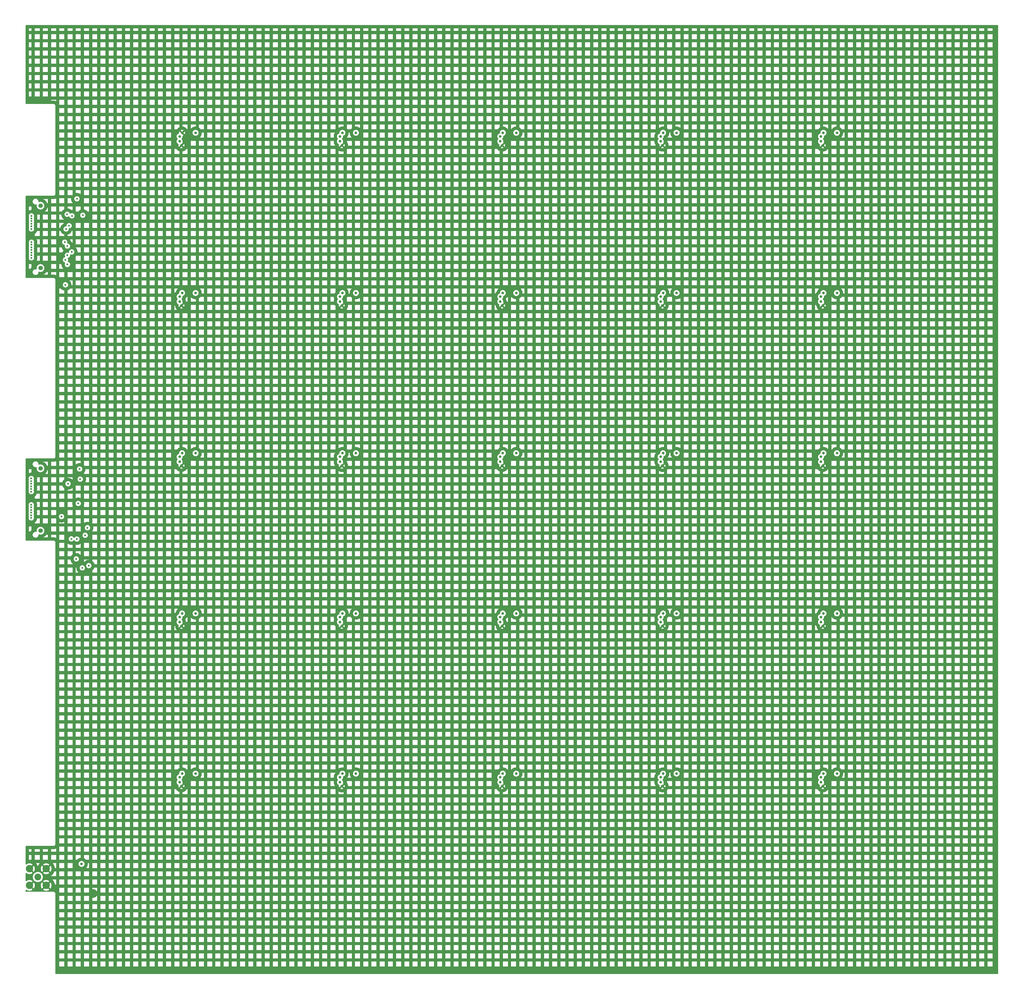
<source format=gbr>
%TF.GenerationSoftware,KiCad,Pcbnew,8.0.2-1*%
%TF.CreationDate,2024-11-08T17:12:28-05:00*%
%TF.ProjectId,OddLayers_1.3mm_SiPM,4f64644c-6179-4657-9273-5f312e336d6d,rev?*%
%TF.SameCoordinates,Original*%
%TF.FileFunction,Copper,L2,Inr*%
%TF.FilePolarity,Positive*%
%FSLAX46Y46*%
G04 Gerber Fmt 4.6, Leading zero omitted, Abs format (unit mm)*
G04 Created by KiCad (PCBNEW 8.0.2-1) date 2024-11-08 17:12:28*
%MOMM*%
%LPD*%
G01*
G04 APERTURE LIST*
%TA.AperFunction,ComponentPad*%
%ADD10C,2.050000*%
%TD*%
%TA.AperFunction,ComponentPad*%
%ADD11C,2.250000*%
%TD*%
%TA.AperFunction,ComponentPad*%
%ADD12C,0.800000*%
%TD*%
%TA.AperFunction,ComponentPad*%
%ADD13C,1.348000*%
%TD*%
%TA.AperFunction,ViaPad*%
%ADD14C,0.800000*%
%TD*%
%TA.AperFunction,ViaPad*%
%ADD15C,0.600000*%
%TD*%
G04 APERTURE END LIST*
D10*
%TO.N,LED_input*%
%TO.C,REF\u002A\u002A*%
X59200000Y-295000000D03*
D11*
%TO.N,GND*%
X56660000Y-292460000D03*
X56660000Y-297540000D03*
X61740000Y-292460000D03*
X61740000Y-297540000D03*
%TD*%
D12*
%TO.N,N/C*%
%TO.C,REF\u002A\u002A34*%
X298300000Y-165900000D03*
X302400000Y-165900000D03*
%TO.N,K14*%
X297550000Y-167000000D03*
%TO.N,A14*%
X297550000Y-168500000D03*
%TO.N,GND*%
X298100000Y-169700000D03*
%TD*%
%TO.N,N/C*%
%TO.C,REF\u002A\u002A40*%
X103100000Y-263500000D03*
X107200000Y-263500000D03*
%TO.N,K20*%
X102350000Y-264600000D03*
%TO.N,A20*%
X102350000Y-266100000D03*
%TO.N,GND*%
X102900000Y-267300000D03*
%TD*%
%TO.N,N/C*%
%TO.C,REF\u002A\u002A30*%
X103100000Y-165900000D03*
X107200000Y-165900000D03*
%TO.N,K10*%
X102350000Y-167000000D03*
%TO.N,A10*%
X102350000Y-168500000D03*
%TO.N,GND*%
X102900000Y-169700000D03*
%TD*%
%TO.N,N/C*%
%TO.C,REF\u002A\u002A24*%
X298300000Y-68300000D03*
X302400000Y-68300000D03*
%TO.N,K4*%
X297550000Y-69400000D03*
%TO.N,A4*%
X297550000Y-70900000D03*
%TO.N,GND*%
X298100000Y-72100000D03*
%TD*%
D13*
%TO.N,N/C*%
%TO.C,REF\u002A\u002A*%
X60000000Y-90505000D03*
X60000000Y-109495000D03*
%TD*%
D12*
%TO.N,N/C*%
%TO.C,REF\u002A\u002A43*%
X249500000Y-263500000D03*
X253600000Y-263500000D03*
%TO.N,K23*%
X248750000Y-264600000D03*
%TO.N,A23*%
X248750000Y-266100000D03*
%TO.N,GND*%
X249300000Y-267300000D03*
%TD*%
%TO.N,N/C*%
%TO.C,REF\u002A\u002A38*%
X249500000Y-214700000D03*
X253600000Y-214700000D03*
%TO.N,K18*%
X248750000Y-215800000D03*
%TO.N,A18*%
X248750000Y-217300000D03*
%TO.N,GND*%
X249300000Y-218500000D03*
%TD*%
%TO.N,N/C*%
%TO.C,REF\u002A\u002A22*%
X200700000Y-68300000D03*
X204800000Y-68300000D03*
%TO.N,K2*%
X199950000Y-69400000D03*
%TO.N,A2*%
X199950000Y-70900000D03*
%TO.N,GND*%
X200500000Y-72100000D03*
%TD*%
D13*
%TO.N,N/C*%
%TO.C,REF\u002A\u002A*%
X60000000Y-170505000D03*
X60000000Y-189495000D03*
%TD*%
D12*
%TO.N,N/C*%
%TO.C,REF\u002A\u002A28*%
X249500000Y-117100000D03*
X253600000Y-117100000D03*
%TO.N,K8*%
X248750000Y-118200000D03*
%TO.N,A8*%
X248750000Y-119700000D03*
%TO.N,GND*%
X249300000Y-120900000D03*
%TD*%
%TO.N,N/C*%
%TO.C,REF\u002A\u002A23*%
X249500000Y-68300000D03*
X253600000Y-68300000D03*
%TO.N,K3*%
X248750000Y-69400000D03*
%TO.N,A3*%
X248750000Y-70900000D03*
%TO.N,GND*%
X249300000Y-72100000D03*
%TD*%
%TO.N,N/C*%
%TO.C,REF\u002A\u002A32*%
X200700000Y-165900000D03*
X204800000Y-165900000D03*
%TO.N,K12*%
X199950000Y-167000000D03*
%TO.N,A12*%
X199950000Y-168500000D03*
%TO.N,GND*%
X200500000Y-169700000D03*
%TD*%
%TO.N,N/C*%
%TO.C,REF\u002A\u002A44*%
X298300000Y-263500000D03*
%TO.N,LED_input_after_resistor*%
X302400000Y-263500000D03*
%TO.N,K24*%
X297550000Y-264600000D03*
%TO.N,A24*%
X297550000Y-266100000D03*
%TO.N,GND*%
X298100000Y-267300000D03*
%TD*%
%TO.N,N/C*%
%TO.C,REF\u002A\u002A26*%
X151900000Y-117100000D03*
X156000000Y-117100000D03*
%TO.N,K6*%
X151150000Y-118200000D03*
%TO.N,A6*%
X151150000Y-119700000D03*
%TO.N,GND*%
X151700000Y-120900000D03*
%TD*%
%TO.N,N/C*%
%TO.C,REF\u002A\u002A36*%
X151900000Y-214700000D03*
X156000000Y-214700000D03*
%TO.N,K16*%
X151150000Y-215800000D03*
%TO.N,A16*%
X151150000Y-217300000D03*
%TO.N,GND*%
X151700000Y-218500000D03*
%TD*%
%TO.N,GND*%
%TO.C,REF\u002A\u002A20*%
X103100000Y-68300000D03*
%TO.N,N/C*%
X107200000Y-68300000D03*
%TO.N,K0*%
X102350000Y-69400000D03*
%TO.N,A0*%
X102350000Y-70900000D03*
%TO.N,GND*%
X102900000Y-72100000D03*
%TD*%
%TO.N,N/C*%
%TO.C,REF\u002A\u002A25*%
X103100000Y-117100000D03*
X107200000Y-117100000D03*
%TO.N,K5*%
X102350000Y-118200000D03*
%TO.N,A5*%
X102350000Y-119700000D03*
%TO.N,GND*%
X102900000Y-120900000D03*
%TD*%
%TO.N,N/C*%
%TO.C,REF\u002A\u002A37*%
X200700000Y-214700000D03*
X204800000Y-214700000D03*
%TO.N,K17*%
X199950000Y-215800000D03*
%TO.N,A17*%
X199950000Y-217300000D03*
%TO.N,GND*%
X200500000Y-218500000D03*
%TD*%
%TO.N,N/C*%
%TO.C,REF\u002A\u002A31*%
X151900000Y-165900000D03*
X156000000Y-165900000D03*
%TO.N,K11*%
X151150000Y-167000000D03*
%TO.N,A11*%
X151150000Y-168500000D03*
%TO.N,GND*%
X151700000Y-169700000D03*
%TD*%
%TO.N,N/C*%
%TO.C,REF\u002A\u002A27*%
X200700000Y-117100000D03*
X204800000Y-117100000D03*
%TO.N,K7*%
X199950000Y-118200000D03*
%TO.N,A7*%
X199950000Y-119700000D03*
%TO.N,GND*%
X200500000Y-120900000D03*
%TD*%
%TO.N,N/C*%
%TO.C,REF\u002A\u002A41*%
X151900000Y-263500000D03*
X156000000Y-263500000D03*
%TO.N,K21*%
X151150000Y-264600000D03*
%TO.N,A21*%
X151150000Y-266100000D03*
%TO.N,GND*%
X151700000Y-267300000D03*
%TD*%
%TO.N,N/C*%
%TO.C,REF\u002A\u002A29*%
X298300000Y-117100000D03*
X302400000Y-117100000D03*
%TO.N,K9*%
X297550000Y-118200000D03*
%TO.N,A9*%
X297550000Y-119700000D03*
%TO.N,GND*%
X298100000Y-120900000D03*
%TD*%
%TO.N,N/C*%
%TO.C,REF\u002A\u002A21*%
X151900000Y-68300000D03*
X156000000Y-68300000D03*
%TO.N,K1*%
X151150000Y-69400000D03*
%TO.N,A1*%
X151150000Y-70900000D03*
%TO.N,GND*%
X151700000Y-72100000D03*
%TD*%
%TO.N,N/C*%
%TO.C,REF\u002A\u002A42*%
X200700000Y-263500000D03*
X204800000Y-263500000D03*
%TO.N,K22*%
X199950000Y-264600000D03*
%TO.N,A22*%
X199950000Y-266100000D03*
%TO.N,GND*%
X200500000Y-267300000D03*
%TD*%
%TO.N,N/C*%
%TO.C,REF\u002A\u002A35*%
X103100000Y-214700000D03*
X107200000Y-214700000D03*
%TO.N,K15*%
X102350000Y-215800000D03*
%TO.N,A15*%
X102350000Y-217300000D03*
%TO.N,GND*%
X102900000Y-218500000D03*
%TD*%
%TO.N,N/C*%
%TO.C,REF\u002A\u002A39*%
X298300000Y-214700000D03*
X302400000Y-214700000D03*
%TO.N,K19*%
X297550000Y-215800000D03*
%TO.N,A19*%
X297550000Y-217300000D03*
%TO.N,GND*%
X298100000Y-218500000D03*
%TD*%
%TO.N,N/C*%
%TO.C,REF\u002A\u002A33*%
X249500000Y-165900000D03*
X253600000Y-165900000D03*
%TO.N,K13*%
X248750000Y-167000000D03*
%TO.N,A13*%
X248750000Y-168500000D03*
%TO.N,GND*%
X249300000Y-169700000D03*
%TD*%
D14*
%TO.N,GND*%
X76000000Y-300000000D03*
D15*
%TO.N,K0*%
X71100000Y-88400000D03*
%TO.N,A0*%
X57250000Y-93600000D03*
%TO.N,K1*%
X68124265Y-93124265D03*
%TO.N,A1*%
X57250000Y-94400000D03*
%TO.N,K2*%
X69600000Y-93600000D03*
%TO.N,A2*%
X57250000Y-95200000D03*
%TO.N,K3*%
X72900000Y-93400000D03*
%TO.N,A3*%
X57250000Y-96000000D03*
%TO.N,K4*%
X68700000Y-96600000D03*
%TO.N,A4*%
X57250000Y-96800000D03*
%TO.N,K5*%
X67800000Y-97600000D03*
%TO.N,A5*%
X57250000Y-97600000D03*
%TO.N,K6*%
X67400000Y-101600000D03*
%TO.N,A6*%
X57250000Y-101600000D03*
%TO.N,K7*%
X68200000Y-102800000D03*
%TO.N,A7*%
X57250000Y-102400000D03*
%TO.N,K8*%
X69500000Y-104600000D03*
%TO.N,A8*%
X57250000Y-103200000D03*
%TO.N,K9*%
X68200000Y-105600000D03*
%TO.N,A9*%
X57250000Y-104000000D03*
%TO.N,A10*%
X57250000Y-104800000D03*
%TO.N,K10*%
X67600000Y-107000000D03*
%TO.N,A11*%
X57250000Y-105600000D03*
%TO.N,K11*%
X68200000Y-108400000D03*
%TO.N,A12*%
X57250000Y-106400000D03*
%TO.N,K12*%
X67600000Y-114600000D03*
%TO.N,K14*%
X72100000Y-173800000D03*
%TO.N,A14*%
X57200000Y-174400000D03*
%TO.N,K13*%
X71900000Y-170700000D03*
%TO.N,A13*%
X57200000Y-173600000D03*
%TO.N,K15*%
X68400000Y-175200000D03*
%TO.N,A15*%
X57200000Y-175200000D03*
%TO.N,K16*%
X71500000Y-181200000D03*
%TO.N,A16*%
X57200000Y-176000000D03*
%TO.N,K17*%
X74300000Y-188600000D03*
%TO.N,A17*%
X57200000Y-176800000D03*
%TO.N,K18*%
X73600000Y-190900000D03*
%TO.N,A18*%
X57200000Y-177600000D03*
%TO.N,K19*%
X66400000Y-185200000D03*
%TO.N,A19*%
X57200000Y-181600000D03*
%TO.N,K20*%
X71067156Y-192032844D03*
%TO.N,A20*%
X57200000Y-182400000D03*
%TO.N,K21*%
X69400000Y-192000000D03*
%TO.N,A21*%
X57200000Y-183200000D03*
%TO.N,K22*%
X74700000Y-200150000D03*
%TO.N,A22*%
X57200000Y-184000000D03*
%TO.N,K23*%
X72723904Y-200824274D03*
%TO.N,A23*%
X57200000Y-184800000D03*
%TO.N,K24*%
X70892892Y-198107108D03*
%TO.N,A24*%
X57200000Y-185600000D03*
D14*
%TO.N,LED_input_after_resistor*%
X72500000Y-291000000D03*
%TD*%
%TA.AperFunction,Conductor*%
%TO.N,GND*%
G36*
X351442539Y-35520185D02*
G01*
X351488294Y-35572989D01*
X351499500Y-35624500D01*
X351499500Y-324375500D01*
X351479815Y-324442539D01*
X351427011Y-324488294D01*
X351375500Y-324499500D01*
X64624500Y-324499500D01*
X64557461Y-324479815D01*
X64511706Y-324427011D01*
X64500500Y-324375500D01*
X64500500Y-322250500D01*
X65748500Y-322250500D01*
X67250500Y-322250500D01*
X68248500Y-322250500D01*
X69750500Y-322250500D01*
X70748500Y-322250500D01*
X72250500Y-322250500D01*
X73248500Y-322250500D01*
X74750500Y-322250500D01*
X75748500Y-322250500D01*
X77250500Y-322250500D01*
X78248500Y-322250500D01*
X79750500Y-322250500D01*
X80748500Y-322250500D01*
X82250500Y-322250500D01*
X83248500Y-322250500D01*
X84750500Y-322250500D01*
X85748500Y-322250500D01*
X87250500Y-322250500D01*
X88248500Y-322250500D01*
X89750500Y-322250500D01*
X90748500Y-322250500D01*
X92250500Y-322250500D01*
X93248500Y-322250500D01*
X94750500Y-322250500D01*
X95748500Y-322250500D01*
X97250500Y-322250500D01*
X98248500Y-322250500D01*
X99750500Y-322250500D01*
X100748500Y-322250500D01*
X102250500Y-322250500D01*
X103248500Y-322250500D01*
X104750500Y-322250500D01*
X105748500Y-322250500D01*
X107250500Y-322250500D01*
X108248500Y-322250500D01*
X109750500Y-322250500D01*
X110748500Y-322250500D01*
X112250500Y-322250500D01*
X113248500Y-322250500D01*
X114750500Y-322250500D01*
X115748500Y-322250500D01*
X117250500Y-322250500D01*
X118248500Y-322250500D01*
X119750500Y-322250500D01*
X120748500Y-322250500D01*
X122250500Y-322250500D01*
X123248500Y-322250500D01*
X124750500Y-322250500D01*
X125748500Y-322250500D01*
X127250500Y-322250500D01*
X128248500Y-322250500D01*
X129750500Y-322250500D01*
X130748500Y-322250500D01*
X132250500Y-322250500D01*
X133248500Y-322250500D01*
X134750500Y-322250500D01*
X135748500Y-322250500D01*
X137250500Y-322250500D01*
X138248500Y-322250500D01*
X139750500Y-322250500D01*
X140748500Y-322250500D01*
X142250500Y-322250500D01*
X143248500Y-322250500D01*
X144750500Y-322250500D01*
X145748500Y-322250500D01*
X147250500Y-322250500D01*
X148248500Y-322250500D01*
X149750500Y-322250500D01*
X150748500Y-322250500D01*
X152250500Y-322250500D01*
X153248500Y-322250500D01*
X154750500Y-322250500D01*
X155748500Y-322250500D01*
X157250500Y-322250500D01*
X158248500Y-322250500D01*
X159750500Y-322250500D01*
X160748500Y-322250500D01*
X162250500Y-322250500D01*
X163248500Y-322250500D01*
X164750500Y-322250500D01*
X165748500Y-322250500D01*
X167250500Y-322250500D01*
X168248500Y-322250500D01*
X169750500Y-322250500D01*
X170748500Y-322250500D01*
X172250500Y-322250500D01*
X173248500Y-322250500D01*
X174750500Y-322250500D01*
X175748500Y-322250500D01*
X177250500Y-322250500D01*
X178248500Y-322250500D01*
X179750500Y-322250500D01*
X180748500Y-322250500D01*
X182250500Y-322250500D01*
X183248500Y-322250500D01*
X184750500Y-322250500D01*
X185748500Y-322250500D01*
X187250500Y-322250500D01*
X188248500Y-322250500D01*
X189750500Y-322250500D01*
X190748500Y-322250500D01*
X192250500Y-322250500D01*
X193248500Y-322250500D01*
X194750500Y-322250500D01*
X195748500Y-322250500D01*
X197250500Y-322250500D01*
X198248500Y-322250500D01*
X199750500Y-322250500D01*
X200748500Y-322250500D01*
X202250500Y-322250500D01*
X203248500Y-322250500D01*
X204750500Y-322250500D01*
X205748500Y-322250500D01*
X207250500Y-322250500D01*
X208248500Y-322250500D01*
X209750500Y-322250500D01*
X210748500Y-322250500D01*
X212250500Y-322250500D01*
X213248500Y-322250500D01*
X214750500Y-322250500D01*
X215748500Y-322250500D01*
X217250500Y-322250500D01*
X218248500Y-322250500D01*
X219750500Y-322250500D01*
X220748500Y-322250500D01*
X222250500Y-322250500D01*
X223248500Y-322250500D01*
X224750500Y-322250500D01*
X225748500Y-322250500D01*
X227250500Y-322250500D01*
X228248500Y-322250500D01*
X229750500Y-322250500D01*
X230748500Y-322250500D01*
X232250500Y-322250500D01*
X233248500Y-322250500D01*
X234750500Y-322250500D01*
X235748500Y-322250500D01*
X237250500Y-322250500D01*
X238248500Y-322250500D01*
X239750500Y-322250500D01*
X240748500Y-322250500D01*
X242250500Y-322250500D01*
X243248500Y-322250500D01*
X244750500Y-322250500D01*
X245748500Y-322250500D01*
X247250500Y-322250500D01*
X248248500Y-322250500D01*
X249750500Y-322250500D01*
X250748500Y-322250500D01*
X252250500Y-322250500D01*
X253248500Y-322250500D01*
X254750500Y-322250500D01*
X255748500Y-322250500D01*
X257250500Y-322250500D01*
X258248500Y-322250500D01*
X259750500Y-322250500D01*
X260748500Y-322250500D01*
X262250500Y-322250500D01*
X263248500Y-322250500D01*
X264750500Y-322250500D01*
X265748500Y-322250500D01*
X267250500Y-322250500D01*
X268248500Y-322250500D01*
X269750500Y-322250500D01*
X270748500Y-322250500D01*
X272250500Y-322250500D01*
X273248500Y-322250500D01*
X274750500Y-322250500D01*
X275748500Y-322250500D01*
X277250500Y-322250500D01*
X278248500Y-322250500D01*
X279750500Y-322250500D01*
X280748500Y-322250500D01*
X282250500Y-322250500D01*
X283248500Y-322250500D01*
X284750500Y-322250500D01*
X285748500Y-322250500D01*
X287250500Y-322250500D01*
X288248500Y-322250500D01*
X289750500Y-322250500D01*
X290748500Y-322250500D01*
X292250500Y-322250500D01*
X293248500Y-322250500D01*
X294750500Y-322250500D01*
X295748500Y-322250500D01*
X297250500Y-322250500D01*
X298248500Y-322250500D01*
X299750500Y-322250500D01*
X300748500Y-322250500D01*
X302250500Y-322250500D01*
X303248500Y-322250500D01*
X304750500Y-322250500D01*
X305748500Y-322250500D01*
X307250500Y-322250500D01*
X308248500Y-322250500D01*
X309750500Y-322250500D01*
X310748500Y-322250500D01*
X312250500Y-322250500D01*
X313248500Y-322250500D01*
X314750500Y-322250500D01*
X315748500Y-322250500D01*
X317250500Y-322250500D01*
X318248500Y-322250500D01*
X319750500Y-322250500D01*
X320748500Y-322250500D01*
X322250500Y-322250500D01*
X323248500Y-322250500D01*
X324750500Y-322250500D01*
X325748500Y-322250500D01*
X327250500Y-322250500D01*
X328248500Y-322250500D01*
X329750500Y-322250500D01*
X330748500Y-322250500D01*
X332250500Y-322250500D01*
X333248500Y-322250500D01*
X334750500Y-322250500D01*
X335748500Y-322250500D01*
X337250500Y-322250500D01*
X338248500Y-322250500D01*
X339750500Y-322250500D01*
X340748500Y-322250500D01*
X342250500Y-322250500D01*
X343248500Y-322250500D01*
X344750500Y-322250500D01*
X345748500Y-322250500D01*
X347250500Y-322250500D01*
X348248500Y-322250500D01*
X349750500Y-322250500D01*
X349750500Y-320748500D01*
X348248500Y-320748500D01*
X348248500Y-322250500D01*
X347250500Y-322250500D01*
X347250500Y-320748500D01*
X345748500Y-320748500D01*
X345748500Y-322250500D01*
X344750500Y-322250500D01*
X344750500Y-320748500D01*
X343248500Y-320748500D01*
X343248500Y-322250500D01*
X342250500Y-322250500D01*
X342250500Y-320748500D01*
X340748500Y-320748500D01*
X340748500Y-322250500D01*
X339750500Y-322250500D01*
X339750500Y-320748500D01*
X338248500Y-320748500D01*
X338248500Y-322250500D01*
X337250500Y-322250500D01*
X337250500Y-320748500D01*
X335748500Y-320748500D01*
X335748500Y-322250500D01*
X334750500Y-322250500D01*
X334750500Y-320748500D01*
X333248500Y-320748500D01*
X333248500Y-322250500D01*
X332250500Y-322250500D01*
X332250500Y-320748500D01*
X330748500Y-320748500D01*
X330748500Y-322250500D01*
X329750500Y-322250500D01*
X329750500Y-320748500D01*
X328248500Y-320748500D01*
X328248500Y-322250500D01*
X327250500Y-322250500D01*
X327250500Y-320748500D01*
X325748500Y-320748500D01*
X325748500Y-322250500D01*
X324750500Y-322250500D01*
X324750500Y-320748500D01*
X323248500Y-320748500D01*
X323248500Y-322250500D01*
X322250500Y-322250500D01*
X322250500Y-320748500D01*
X320748500Y-320748500D01*
X320748500Y-322250500D01*
X319750500Y-322250500D01*
X319750500Y-320748500D01*
X318248500Y-320748500D01*
X318248500Y-322250500D01*
X317250500Y-322250500D01*
X317250500Y-320748500D01*
X315748500Y-320748500D01*
X315748500Y-322250500D01*
X314750500Y-322250500D01*
X314750500Y-320748500D01*
X313248500Y-320748500D01*
X313248500Y-322250500D01*
X312250500Y-322250500D01*
X312250500Y-320748500D01*
X310748500Y-320748500D01*
X310748500Y-322250500D01*
X309750500Y-322250500D01*
X309750500Y-320748500D01*
X308248500Y-320748500D01*
X308248500Y-322250500D01*
X307250500Y-322250500D01*
X307250500Y-320748500D01*
X305748500Y-320748500D01*
X305748500Y-322250500D01*
X304750500Y-322250500D01*
X304750500Y-320748500D01*
X303248500Y-320748500D01*
X303248500Y-322250500D01*
X302250500Y-322250500D01*
X302250500Y-320748500D01*
X300748500Y-320748500D01*
X300748500Y-322250500D01*
X299750500Y-322250500D01*
X299750500Y-320748500D01*
X298248500Y-320748500D01*
X298248500Y-322250500D01*
X297250500Y-322250500D01*
X297250500Y-320748500D01*
X295748500Y-320748500D01*
X295748500Y-322250500D01*
X294750500Y-322250500D01*
X294750500Y-320748500D01*
X293248500Y-320748500D01*
X293248500Y-322250500D01*
X292250500Y-322250500D01*
X292250500Y-320748500D01*
X290748500Y-320748500D01*
X290748500Y-322250500D01*
X289750500Y-322250500D01*
X289750500Y-320748500D01*
X288248500Y-320748500D01*
X288248500Y-322250500D01*
X287250500Y-322250500D01*
X287250500Y-320748500D01*
X285748500Y-320748500D01*
X285748500Y-322250500D01*
X284750500Y-322250500D01*
X284750500Y-320748500D01*
X283248500Y-320748500D01*
X283248500Y-322250500D01*
X282250500Y-322250500D01*
X282250500Y-320748500D01*
X280748500Y-320748500D01*
X280748500Y-322250500D01*
X279750500Y-322250500D01*
X279750500Y-320748500D01*
X278248500Y-320748500D01*
X278248500Y-322250500D01*
X277250500Y-322250500D01*
X277250500Y-320748500D01*
X275748500Y-320748500D01*
X275748500Y-322250500D01*
X274750500Y-322250500D01*
X274750500Y-320748500D01*
X273248500Y-320748500D01*
X273248500Y-322250500D01*
X272250500Y-322250500D01*
X272250500Y-320748500D01*
X270748500Y-320748500D01*
X270748500Y-322250500D01*
X269750500Y-322250500D01*
X269750500Y-320748500D01*
X268248500Y-320748500D01*
X268248500Y-322250500D01*
X267250500Y-322250500D01*
X267250500Y-320748500D01*
X265748500Y-320748500D01*
X265748500Y-322250500D01*
X264750500Y-322250500D01*
X264750500Y-320748500D01*
X263248500Y-320748500D01*
X263248500Y-322250500D01*
X262250500Y-322250500D01*
X262250500Y-320748500D01*
X260748500Y-320748500D01*
X260748500Y-322250500D01*
X259750500Y-322250500D01*
X259750500Y-320748500D01*
X258248500Y-320748500D01*
X258248500Y-322250500D01*
X257250500Y-322250500D01*
X257250500Y-320748500D01*
X255748500Y-320748500D01*
X255748500Y-322250500D01*
X254750500Y-322250500D01*
X254750500Y-320748500D01*
X253248500Y-320748500D01*
X253248500Y-322250500D01*
X252250500Y-322250500D01*
X252250500Y-320748500D01*
X250748500Y-320748500D01*
X250748500Y-322250500D01*
X249750500Y-322250500D01*
X249750500Y-320748500D01*
X248248500Y-320748500D01*
X248248500Y-322250500D01*
X247250500Y-322250500D01*
X247250500Y-320748500D01*
X245748500Y-320748500D01*
X245748500Y-322250500D01*
X244750500Y-322250500D01*
X244750500Y-320748500D01*
X243248500Y-320748500D01*
X243248500Y-322250500D01*
X242250500Y-322250500D01*
X242250500Y-320748500D01*
X240748500Y-320748500D01*
X240748500Y-322250500D01*
X239750500Y-322250500D01*
X239750500Y-320748500D01*
X238248500Y-320748500D01*
X238248500Y-322250500D01*
X237250500Y-322250500D01*
X237250500Y-320748500D01*
X235748500Y-320748500D01*
X235748500Y-322250500D01*
X234750500Y-322250500D01*
X234750500Y-320748500D01*
X233248500Y-320748500D01*
X233248500Y-322250500D01*
X232250500Y-322250500D01*
X232250500Y-320748500D01*
X230748500Y-320748500D01*
X230748500Y-322250500D01*
X229750500Y-322250500D01*
X229750500Y-320748500D01*
X228248500Y-320748500D01*
X228248500Y-322250500D01*
X227250500Y-322250500D01*
X227250500Y-320748500D01*
X225748500Y-320748500D01*
X225748500Y-322250500D01*
X224750500Y-322250500D01*
X224750500Y-320748500D01*
X223248500Y-320748500D01*
X223248500Y-322250500D01*
X222250500Y-322250500D01*
X222250500Y-320748500D01*
X220748500Y-320748500D01*
X220748500Y-322250500D01*
X219750500Y-322250500D01*
X219750500Y-320748500D01*
X218248500Y-320748500D01*
X218248500Y-322250500D01*
X217250500Y-322250500D01*
X217250500Y-320748500D01*
X215748500Y-320748500D01*
X215748500Y-322250500D01*
X214750500Y-322250500D01*
X214750500Y-320748500D01*
X213248500Y-320748500D01*
X213248500Y-322250500D01*
X212250500Y-322250500D01*
X212250500Y-320748500D01*
X210748500Y-320748500D01*
X210748500Y-322250500D01*
X209750500Y-322250500D01*
X209750500Y-320748500D01*
X208248500Y-320748500D01*
X208248500Y-322250500D01*
X207250500Y-322250500D01*
X207250500Y-320748500D01*
X205748500Y-320748500D01*
X205748500Y-322250500D01*
X204750500Y-322250500D01*
X204750500Y-320748500D01*
X203248500Y-320748500D01*
X203248500Y-322250500D01*
X202250500Y-322250500D01*
X202250500Y-320748500D01*
X200748500Y-320748500D01*
X200748500Y-322250500D01*
X199750500Y-322250500D01*
X199750500Y-320748500D01*
X198248500Y-320748500D01*
X198248500Y-322250500D01*
X197250500Y-322250500D01*
X197250500Y-320748500D01*
X195748500Y-320748500D01*
X195748500Y-322250500D01*
X194750500Y-322250500D01*
X194750500Y-320748500D01*
X193248500Y-320748500D01*
X193248500Y-322250500D01*
X192250500Y-322250500D01*
X192250500Y-320748500D01*
X190748500Y-320748500D01*
X190748500Y-322250500D01*
X189750500Y-322250500D01*
X189750500Y-320748500D01*
X188248500Y-320748500D01*
X188248500Y-322250500D01*
X187250500Y-322250500D01*
X187250500Y-320748500D01*
X185748500Y-320748500D01*
X185748500Y-322250500D01*
X184750500Y-322250500D01*
X184750500Y-320748500D01*
X183248500Y-320748500D01*
X183248500Y-322250500D01*
X182250500Y-322250500D01*
X182250500Y-320748500D01*
X180748500Y-320748500D01*
X180748500Y-322250500D01*
X179750500Y-322250500D01*
X179750500Y-320748500D01*
X178248500Y-320748500D01*
X178248500Y-322250500D01*
X177250500Y-322250500D01*
X177250500Y-320748500D01*
X175748500Y-320748500D01*
X175748500Y-322250500D01*
X174750500Y-322250500D01*
X174750500Y-320748500D01*
X173248500Y-320748500D01*
X173248500Y-322250500D01*
X172250500Y-322250500D01*
X172250500Y-320748500D01*
X170748500Y-320748500D01*
X170748500Y-322250500D01*
X169750500Y-322250500D01*
X169750500Y-320748500D01*
X168248500Y-320748500D01*
X168248500Y-322250500D01*
X167250500Y-322250500D01*
X167250500Y-320748500D01*
X165748500Y-320748500D01*
X165748500Y-322250500D01*
X164750500Y-322250500D01*
X164750500Y-320748500D01*
X163248500Y-320748500D01*
X163248500Y-322250500D01*
X162250500Y-322250500D01*
X162250500Y-320748500D01*
X160748500Y-320748500D01*
X160748500Y-322250500D01*
X159750500Y-322250500D01*
X159750500Y-320748500D01*
X158248500Y-320748500D01*
X158248500Y-322250500D01*
X157250500Y-322250500D01*
X157250500Y-320748500D01*
X155748500Y-320748500D01*
X155748500Y-322250500D01*
X154750500Y-322250500D01*
X154750500Y-320748500D01*
X153248500Y-320748500D01*
X153248500Y-322250500D01*
X152250500Y-322250500D01*
X152250500Y-320748500D01*
X150748500Y-320748500D01*
X150748500Y-322250500D01*
X149750500Y-322250500D01*
X149750500Y-320748500D01*
X148248500Y-320748500D01*
X148248500Y-322250500D01*
X147250500Y-322250500D01*
X147250500Y-320748500D01*
X145748500Y-320748500D01*
X145748500Y-322250500D01*
X144750500Y-322250500D01*
X144750500Y-320748500D01*
X143248500Y-320748500D01*
X143248500Y-322250500D01*
X142250500Y-322250500D01*
X142250500Y-320748500D01*
X140748500Y-320748500D01*
X140748500Y-322250500D01*
X139750500Y-322250500D01*
X139750500Y-320748500D01*
X138248500Y-320748500D01*
X138248500Y-322250500D01*
X137250500Y-322250500D01*
X137250500Y-320748500D01*
X135748500Y-320748500D01*
X135748500Y-322250500D01*
X134750500Y-322250500D01*
X134750500Y-320748500D01*
X133248500Y-320748500D01*
X133248500Y-322250500D01*
X132250500Y-322250500D01*
X132250500Y-320748500D01*
X130748500Y-320748500D01*
X130748500Y-322250500D01*
X129750500Y-322250500D01*
X129750500Y-320748500D01*
X128248500Y-320748500D01*
X128248500Y-322250500D01*
X127250500Y-322250500D01*
X127250500Y-320748500D01*
X125748500Y-320748500D01*
X125748500Y-322250500D01*
X124750500Y-322250500D01*
X124750500Y-320748500D01*
X123248500Y-320748500D01*
X123248500Y-322250500D01*
X122250500Y-322250500D01*
X122250500Y-320748500D01*
X120748500Y-320748500D01*
X120748500Y-322250500D01*
X119750500Y-322250500D01*
X119750500Y-320748500D01*
X118248500Y-320748500D01*
X118248500Y-322250500D01*
X117250500Y-322250500D01*
X117250500Y-320748500D01*
X115748500Y-320748500D01*
X115748500Y-322250500D01*
X114750500Y-322250500D01*
X114750500Y-320748500D01*
X113248500Y-320748500D01*
X113248500Y-322250500D01*
X112250500Y-322250500D01*
X112250500Y-320748500D01*
X110748500Y-320748500D01*
X110748500Y-322250500D01*
X109750500Y-322250500D01*
X109750500Y-320748500D01*
X108248500Y-320748500D01*
X108248500Y-322250500D01*
X107250500Y-322250500D01*
X107250500Y-320748500D01*
X105748500Y-320748500D01*
X105748500Y-322250500D01*
X104750500Y-322250500D01*
X104750500Y-320748500D01*
X103248500Y-320748500D01*
X103248500Y-322250500D01*
X102250500Y-322250500D01*
X102250500Y-320748500D01*
X100748500Y-320748500D01*
X100748500Y-322250500D01*
X99750500Y-322250500D01*
X99750500Y-320748500D01*
X98248500Y-320748500D01*
X98248500Y-322250500D01*
X97250500Y-322250500D01*
X97250500Y-320748500D01*
X95748500Y-320748500D01*
X95748500Y-322250500D01*
X94750500Y-322250500D01*
X94750500Y-320748500D01*
X93248500Y-320748500D01*
X93248500Y-322250500D01*
X92250500Y-322250500D01*
X92250500Y-320748500D01*
X90748500Y-320748500D01*
X90748500Y-322250500D01*
X89750500Y-322250500D01*
X89750500Y-320748500D01*
X88248500Y-320748500D01*
X88248500Y-322250500D01*
X87250500Y-322250500D01*
X87250500Y-320748500D01*
X85748500Y-320748500D01*
X85748500Y-322250500D01*
X84750500Y-322250500D01*
X84750500Y-320748500D01*
X83248500Y-320748500D01*
X83248500Y-322250500D01*
X82250500Y-322250500D01*
X82250500Y-320748500D01*
X80748500Y-320748500D01*
X80748500Y-322250500D01*
X79750500Y-322250500D01*
X79750500Y-320748500D01*
X78248500Y-320748500D01*
X78248500Y-322250500D01*
X77250500Y-322250500D01*
X77250500Y-320748500D01*
X75748500Y-320748500D01*
X75748500Y-322250500D01*
X74750500Y-322250500D01*
X74750500Y-320748500D01*
X73248500Y-320748500D01*
X73248500Y-322250500D01*
X72250500Y-322250500D01*
X72250500Y-320748500D01*
X70748500Y-320748500D01*
X70748500Y-322250500D01*
X69750500Y-322250500D01*
X69750500Y-320748500D01*
X68248500Y-320748500D01*
X68248500Y-322250500D01*
X67250500Y-322250500D01*
X67250500Y-320748500D01*
X65748500Y-320748500D01*
X65748500Y-322250500D01*
X64500500Y-322250500D01*
X64500500Y-319750500D01*
X65748500Y-319750500D01*
X67250500Y-319750500D01*
X68248500Y-319750500D01*
X69750500Y-319750500D01*
X70748500Y-319750500D01*
X72250500Y-319750500D01*
X73248500Y-319750500D01*
X74750500Y-319750500D01*
X75748500Y-319750500D01*
X77250500Y-319750500D01*
X78248500Y-319750500D01*
X79750500Y-319750500D01*
X80748500Y-319750500D01*
X82250500Y-319750500D01*
X83248500Y-319750500D01*
X84750500Y-319750500D01*
X85748500Y-319750500D01*
X87250500Y-319750500D01*
X88248500Y-319750500D01*
X89750500Y-319750500D01*
X90748500Y-319750500D01*
X92250500Y-319750500D01*
X93248500Y-319750500D01*
X94750500Y-319750500D01*
X95748500Y-319750500D01*
X97250500Y-319750500D01*
X98248500Y-319750500D01*
X99750500Y-319750500D01*
X100748500Y-319750500D01*
X102250500Y-319750500D01*
X103248500Y-319750500D01*
X104750500Y-319750500D01*
X105748500Y-319750500D01*
X107250500Y-319750500D01*
X108248500Y-319750500D01*
X109750500Y-319750500D01*
X110748500Y-319750500D01*
X112250500Y-319750500D01*
X113248500Y-319750500D01*
X114750500Y-319750500D01*
X115748500Y-319750500D01*
X117250500Y-319750500D01*
X118248500Y-319750500D01*
X119750500Y-319750500D01*
X120748500Y-319750500D01*
X122250500Y-319750500D01*
X123248500Y-319750500D01*
X124750500Y-319750500D01*
X125748500Y-319750500D01*
X127250500Y-319750500D01*
X128248500Y-319750500D01*
X129750500Y-319750500D01*
X130748500Y-319750500D01*
X132250500Y-319750500D01*
X133248500Y-319750500D01*
X134750500Y-319750500D01*
X135748500Y-319750500D01*
X137250500Y-319750500D01*
X138248500Y-319750500D01*
X139750500Y-319750500D01*
X140748500Y-319750500D01*
X142250500Y-319750500D01*
X143248500Y-319750500D01*
X144750500Y-319750500D01*
X145748500Y-319750500D01*
X147250500Y-319750500D01*
X148248500Y-319750500D01*
X149750500Y-319750500D01*
X150748500Y-319750500D01*
X152250500Y-319750500D01*
X153248500Y-319750500D01*
X154750500Y-319750500D01*
X155748500Y-319750500D01*
X157250500Y-319750500D01*
X158248500Y-319750500D01*
X159750500Y-319750500D01*
X160748500Y-319750500D01*
X162250500Y-319750500D01*
X163248500Y-319750500D01*
X164750500Y-319750500D01*
X165748500Y-319750500D01*
X167250500Y-319750500D01*
X168248500Y-319750500D01*
X169750500Y-319750500D01*
X170748500Y-319750500D01*
X172250500Y-319750500D01*
X173248500Y-319750500D01*
X174750500Y-319750500D01*
X175748500Y-319750500D01*
X177250500Y-319750500D01*
X178248500Y-319750500D01*
X179750500Y-319750500D01*
X180748500Y-319750500D01*
X182250500Y-319750500D01*
X183248500Y-319750500D01*
X184750500Y-319750500D01*
X185748500Y-319750500D01*
X187250500Y-319750500D01*
X188248500Y-319750500D01*
X189750500Y-319750500D01*
X190748500Y-319750500D01*
X192250500Y-319750500D01*
X193248500Y-319750500D01*
X194750500Y-319750500D01*
X195748500Y-319750500D01*
X197250500Y-319750500D01*
X198248500Y-319750500D01*
X199750500Y-319750500D01*
X200748500Y-319750500D01*
X202250500Y-319750500D01*
X203248500Y-319750500D01*
X204750500Y-319750500D01*
X205748500Y-319750500D01*
X207250500Y-319750500D01*
X208248500Y-319750500D01*
X209750500Y-319750500D01*
X210748500Y-319750500D01*
X212250500Y-319750500D01*
X213248500Y-319750500D01*
X214750500Y-319750500D01*
X215748500Y-319750500D01*
X217250500Y-319750500D01*
X218248500Y-319750500D01*
X219750500Y-319750500D01*
X220748500Y-319750500D01*
X222250500Y-319750500D01*
X223248500Y-319750500D01*
X224750500Y-319750500D01*
X225748500Y-319750500D01*
X227250500Y-319750500D01*
X228248500Y-319750500D01*
X229750500Y-319750500D01*
X230748500Y-319750500D01*
X232250500Y-319750500D01*
X233248500Y-319750500D01*
X234750500Y-319750500D01*
X235748500Y-319750500D01*
X237250500Y-319750500D01*
X238248500Y-319750500D01*
X239750500Y-319750500D01*
X240748500Y-319750500D01*
X242250500Y-319750500D01*
X243248500Y-319750500D01*
X244750500Y-319750500D01*
X245748500Y-319750500D01*
X247250500Y-319750500D01*
X248248500Y-319750500D01*
X249750500Y-319750500D01*
X250748500Y-319750500D01*
X252250500Y-319750500D01*
X253248500Y-319750500D01*
X254750500Y-319750500D01*
X255748500Y-319750500D01*
X257250500Y-319750500D01*
X258248500Y-319750500D01*
X259750500Y-319750500D01*
X260748500Y-319750500D01*
X262250500Y-319750500D01*
X263248500Y-319750500D01*
X264750500Y-319750500D01*
X265748500Y-319750500D01*
X267250500Y-319750500D01*
X268248500Y-319750500D01*
X269750500Y-319750500D01*
X270748500Y-319750500D01*
X272250500Y-319750500D01*
X273248500Y-319750500D01*
X274750500Y-319750500D01*
X275748500Y-319750500D01*
X277250500Y-319750500D01*
X278248500Y-319750500D01*
X279750500Y-319750500D01*
X280748500Y-319750500D01*
X282250500Y-319750500D01*
X283248500Y-319750500D01*
X284750500Y-319750500D01*
X285748500Y-319750500D01*
X287250500Y-319750500D01*
X288248500Y-319750500D01*
X289750500Y-319750500D01*
X290748500Y-319750500D01*
X292250500Y-319750500D01*
X293248500Y-319750500D01*
X294750500Y-319750500D01*
X295748500Y-319750500D01*
X297250500Y-319750500D01*
X298248500Y-319750500D01*
X299750500Y-319750500D01*
X300748500Y-319750500D01*
X302250500Y-319750500D01*
X303248500Y-319750500D01*
X304750500Y-319750500D01*
X305748500Y-319750500D01*
X307250500Y-319750500D01*
X308248500Y-319750500D01*
X309750500Y-319750500D01*
X310748500Y-319750500D01*
X312250500Y-319750500D01*
X313248500Y-319750500D01*
X314750500Y-319750500D01*
X315748500Y-319750500D01*
X317250500Y-319750500D01*
X318248500Y-319750500D01*
X319750500Y-319750500D01*
X320748500Y-319750500D01*
X322250500Y-319750500D01*
X323248500Y-319750500D01*
X324750500Y-319750500D01*
X325748500Y-319750500D01*
X327250500Y-319750500D01*
X328248500Y-319750500D01*
X329750500Y-319750500D01*
X330748500Y-319750500D01*
X332250500Y-319750500D01*
X333248500Y-319750500D01*
X334750500Y-319750500D01*
X335748500Y-319750500D01*
X337250500Y-319750500D01*
X338248500Y-319750500D01*
X339750500Y-319750500D01*
X340748500Y-319750500D01*
X342250500Y-319750500D01*
X343248500Y-319750500D01*
X344750500Y-319750500D01*
X345748500Y-319750500D01*
X347250500Y-319750500D01*
X348248500Y-319750500D01*
X349750500Y-319750500D01*
X349750500Y-318248500D01*
X348248500Y-318248500D01*
X348248500Y-319750500D01*
X347250500Y-319750500D01*
X347250500Y-318248500D01*
X345748500Y-318248500D01*
X345748500Y-319750500D01*
X344750500Y-319750500D01*
X344750500Y-318248500D01*
X343248500Y-318248500D01*
X343248500Y-319750500D01*
X342250500Y-319750500D01*
X342250500Y-318248500D01*
X340748500Y-318248500D01*
X340748500Y-319750500D01*
X339750500Y-319750500D01*
X339750500Y-318248500D01*
X338248500Y-318248500D01*
X338248500Y-319750500D01*
X337250500Y-319750500D01*
X337250500Y-318248500D01*
X335748500Y-318248500D01*
X335748500Y-319750500D01*
X334750500Y-319750500D01*
X334750500Y-318248500D01*
X333248500Y-318248500D01*
X333248500Y-319750500D01*
X332250500Y-319750500D01*
X332250500Y-318248500D01*
X330748500Y-318248500D01*
X330748500Y-319750500D01*
X329750500Y-319750500D01*
X329750500Y-318248500D01*
X328248500Y-318248500D01*
X328248500Y-319750500D01*
X327250500Y-319750500D01*
X327250500Y-318248500D01*
X325748500Y-318248500D01*
X325748500Y-319750500D01*
X324750500Y-319750500D01*
X324750500Y-318248500D01*
X323248500Y-318248500D01*
X323248500Y-319750500D01*
X322250500Y-319750500D01*
X322250500Y-318248500D01*
X320748500Y-318248500D01*
X320748500Y-319750500D01*
X319750500Y-319750500D01*
X319750500Y-318248500D01*
X318248500Y-318248500D01*
X318248500Y-319750500D01*
X317250500Y-319750500D01*
X317250500Y-318248500D01*
X315748500Y-318248500D01*
X315748500Y-319750500D01*
X314750500Y-319750500D01*
X314750500Y-318248500D01*
X313248500Y-318248500D01*
X313248500Y-319750500D01*
X312250500Y-319750500D01*
X312250500Y-318248500D01*
X310748500Y-318248500D01*
X310748500Y-319750500D01*
X309750500Y-319750500D01*
X309750500Y-318248500D01*
X308248500Y-318248500D01*
X308248500Y-319750500D01*
X307250500Y-319750500D01*
X307250500Y-318248500D01*
X305748500Y-318248500D01*
X305748500Y-319750500D01*
X304750500Y-319750500D01*
X304750500Y-318248500D01*
X303248500Y-318248500D01*
X303248500Y-319750500D01*
X302250500Y-319750500D01*
X302250500Y-318248500D01*
X300748500Y-318248500D01*
X300748500Y-319750500D01*
X299750500Y-319750500D01*
X299750500Y-318248500D01*
X298248500Y-318248500D01*
X298248500Y-319750500D01*
X297250500Y-319750500D01*
X297250500Y-318248500D01*
X295748500Y-318248500D01*
X295748500Y-319750500D01*
X294750500Y-319750500D01*
X294750500Y-318248500D01*
X293248500Y-318248500D01*
X293248500Y-319750500D01*
X292250500Y-319750500D01*
X292250500Y-318248500D01*
X290748500Y-318248500D01*
X290748500Y-319750500D01*
X289750500Y-319750500D01*
X289750500Y-318248500D01*
X288248500Y-318248500D01*
X288248500Y-319750500D01*
X287250500Y-319750500D01*
X287250500Y-318248500D01*
X285748500Y-318248500D01*
X285748500Y-319750500D01*
X284750500Y-319750500D01*
X284750500Y-318248500D01*
X283248500Y-318248500D01*
X283248500Y-319750500D01*
X282250500Y-319750500D01*
X282250500Y-318248500D01*
X280748500Y-318248500D01*
X280748500Y-319750500D01*
X279750500Y-319750500D01*
X279750500Y-318248500D01*
X278248500Y-318248500D01*
X278248500Y-319750500D01*
X277250500Y-319750500D01*
X277250500Y-318248500D01*
X275748500Y-318248500D01*
X275748500Y-319750500D01*
X274750500Y-319750500D01*
X274750500Y-318248500D01*
X273248500Y-318248500D01*
X273248500Y-319750500D01*
X272250500Y-319750500D01*
X272250500Y-318248500D01*
X270748500Y-318248500D01*
X270748500Y-319750500D01*
X269750500Y-319750500D01*
X269750500Y-318248500D01*
X268248500Y-318248500D01*
X268248500Y-319750500D01*
X267250500Y-319750500D01*
X267250500Y-318248500D01*
X265748500Y-318248500D01*
X265748500Y-319750500D01*
X264750500Y-319750500D01*
X264750500Y-318248500D01*
X263248500Y-318248500D01*
X263248500Y-319750500D01*
X262250500Y-319750500D01*
X262250500Y-318248500D01*
X260748500Y-318248500D01*
X260748500Y-319750500D01*
X259750500Y-319750500D01*
X259750500Y-318248500D01*
X258248500Y-318248500D01*
X258248500Y-319750500D01*
X257250500Y-319750500D01*
X257250500Y-318248500D01*
X255748500Y-318248500D01*
X255748500Y-319750500D01*
X254750500Y-319750500D01*
X254750500Y-318248500D01*
X253248500Y-318248500D01*
X253248500Y-319750500D01*
X252250500Y-319750500D01*
X252250500Y-318248500D01*
X250748500Y-318248500D01*
X250748500Y-319750500D01*
X249750500Y-319750500D01*
X249750500Y-318248500D01*
X248248500Y-318248500D01*
X248248500Y-319750500D01*
X247250500Y-319750500D01*
X247250500Y-318248500D01*
X245748500Y-318248500D01*
X245748500Y-319750500D01*
X244750500Y-319750500D01*
X244750500Y-318248500D01*
X243248500Y-318248500D01*
X243248500Y-319750500D01*
X242250500Y-319750500D01*
X242250500Y-318248500D01*
X240748500Y-318248500D01*
X240748500Y-319750500D01*
X239750500Y-319750500D01*
X239750500Y-318248500D01*
X238248500Y-318248500D01*
X238248500Y-319750500D01*
X237250500Y-319750500D01*
X237250500Y-318248500D01*
X235748500Y-318248500D01*
X235748500Y-319750500D01*
X234750500Y-319750500D01*
X234750500Y-318248500D01*
X233248500Y-318248500D01*
X233248500Y-319750500D01*
X232250500Y-319750500D01*
X232250500Y-318248500D01*
X230748500Y-318248500D01*
X230748500Y-319750500D01*
X229750500Y-319750500D01*
X229750500Y-318248500D01*
X228248500Y-318248500D01*
X228248500Y-319750500D01*
X227250500Y-319750500D01*
X227250500Y-318248500D01*
X225748500Y-318248500D01*
X225748500Y-319750500D01*
X224750500Y-319750500D01*
X224750500Y-318248500D01*
X223248500Y-318248500D01*
X223248500Y-319750500D01*
X222250500Y-319750500D01*
X222250500Y-318248500D01*
X220748500Y-318248500D01*
X220748500Y-319750500D01*
X219750500Y-319750500D01*
X219750500Y-318248500D01*
X218248500Y-318248500D01*
X218248500Y-319750500D01*
X217250500Y-319750500D01*
X217250500Y-318248500D01*
X215748500Y-318248500D01*
X215748500Y-319750500D01*
X214750500Y-319750500D01*
X214750500Y-318248500D01*
X213248500Y-318248500D01*
X213248500Y-319750500D01*
X212250500Y-319750500D01*
X212250500Y-318248500D01*
X210748500Y-318248500D01*
X210748500Y-319750500D01*
X209750500Y-319750500D01*
X209750500Y-318248500D01*
X208248500Y-318248500D01*
X208248500Y-319750500D01*
X207250500Y-319750500D01*
X207250500Y-318248500D01*
X205748500Y-318248500D01*
X205748500Y-319750500D01*
X204750500Y-319750500D01*
X204750500Y-318248500D01*
X203248500Y-318248500D01*
X203248500Y-319750500D01*
X202250500Y-319750500D01*
X202250500Y-318248500D01*
X200748500Y-318248500D01*
X200748500Y-319750500D01*
X199750500Y-319750500D01*
X199750500Y-318248500D01*
X198248500Y-318248500D01*
X198248500Y-319750500D01*
X197250500Y-319750500D01*
X197250500Y-318248500D01*
X195748500Y-318248500D01*
X195748500Y-319750500D01*
X194750500Y-319750500D01*
X194750500Y-318248500D01*
X193248500Y-318248500D01*
X193248500Y-319750500D01*
X192250500Y-319750500D01*
X192250500Y-318248500D01*
X190748500Y-318248500D01*
X190748500Y-319750500D01*
X189750500Y-319750500D01*
X189750500Y-318248500D01*
X188248500Y-318248500D01*
X188248500Y-319750500D01*
X187250500Y-319750500D01*
X187250500Y-318248500D01*
X185748500Y-318248500D01*
X185748500Y-319750500D01*
X184750500Y-319750500D01*
X184750500Y-318248500D01*
X183248500Y-318248500D01*
X183248500Y-319750500D01*
X182250500Y-319750500D01*
X182250500Y-318248500D01*
X180748500Y-318248500D01*
X180748500Y-319750500D01*
X179750500Y-319750500D01*
X179750500Y-318248500D01*
X178248500Y-318248500D01*
X178248500Y-319750500D01*
X177250500Y-319750500D01*
X177250500Y-318248500D01*
X175748500Y-318248500D01*
X175748500Y-319750500D01*
X174750500Y-319750500D01*
X174750500Y-318248500D01*
X173248500Y-318248500D01*
X173248500Y-319750500D01*
X172250500Y-319750500D01*
X172250500Y-318248500D01*
X170748500Y-318248500D01*
X170748500Y-319750500D01*
X169750500Y-319750500D01*
X169750500Y-318248500D01*
X168248500Y-318248500D01*
X168248500Y-319750500D01*
X167250500Y-319750500D01*
X167250500Y-318248500D01*
X165748500Y-318248500D01*
X165748500Y-319750500D01*
X164750500Y-319750500D01*
X164750500Y-318248500D01*
X163248500Y-318248500D01*
X163248500Y-319750500D01*
X162250500Y-319750500D01*
X162250500Y-318248500D01*
X160748500Y-318248500D01*
X160748500Y-319750500D01*
X159750500Y-319750500D01*
X159750500Y-318248500D01*
X158248500Y-318248500D01*
X158248500Y-319750500D01*
X157250500Y-319750500D01*
X157250500Y-318248500D01*
X155748500Y-318248500D01*
X155748500Y-319750500D01*
X154750500Y-319750500D01*
X154750500Y-318248500D01*
X153248500Y-318248500D01*
X153248500Y-319750500D01*
X152250500Y-319750500D01*
X152250500Y-318248500D01*
X150748500Y-318248500D01*
X150748500Y-319750500D01*
X149750500Y-319750500D01*
X149750500Y-318248500D01*
X148248500Y-318248500D01*
X148248500Y-319750500D01*
X147250500Y-319750500D01*
X147250500Y-318248500D01*
X145748500Y-318248500D01*
X145748500Y-319750500D01*
X144750500Y-319750500D01*
X144750500Y-318248500D01*
X143248500Y-318248500D01*
X143248500Y-319750500D01*
X142250500Y-319750500D01*
X142250500Y-318248500D01*
X140748500Y-318248500D01*
X140748500Y-319750500D01*
X139750500Y-319750500D01*
X139750500Y-318248500D01*
X138248500Y-318248500D01*
X138248500Y-319750500D01*
X137250500Y-319750500D01*
X137250500Y-318248500D01*
X135748500Y-318248500D01*
X135748500Y-319750500D01*
X134750500Y-319750500D01*
X134750500Y-318248500D01*
X133248500Y-318248500D01*
X133248500Y-319750500D01*
X132250500Y-319750500D01*
X132250500Y-318248500D01*
X130748500Y-318248500D01*
X130748500Y-319750500D01*
X129750500Y-319750500D01*
X129750500Y-318248500D01*
X128248500Y-318248500D01*
X128248500Y-319750500D01*
X127250500Y-319750500D01*
X127250500Y-318248500D01*
X125748500Y-318248500D01*
X125748500Y-319750500D01*
X124750500Y-319750500D01*
X124750500Y-318248500D01*
X123248500Y-318248500D01*
X123248500Y-319750500D01*
X122250500Y-319750500D01*
X122250500Y-318248500D01*
X120748500Y-318248500D01*
X120748500Y-319750500D01*
X119750500Y-319750500D01*
X119750500Y-318248500D01*
X118248500Y-318248500D01*
X118248500Y-319750500D01*
X117250500Y-319750500D01*
X117250500Y-318248500D01*
X115748500Y-318248500D01*
X115748500Y-319750500D01*
X114750500Y-319750500D01*
X114750500Y-318248500D01*
X113248500Y-318248500D01*
X113248500Y-319750500D01*
X112250500Y-319750500D01*
X112250500Y-318248500D01*
X110748500Y-318248500D01*
X110748500Y-319750500D01*
X109750500Y-319750500D01*
X109750500Y-318248500D01*
X108248500Y-318248500D01*
X108248500Y-319750500D01*
X107250500Y-319750500D01*
X107250500Y-318248500D01*
X105748500Y-318248500D01*
X105748500Y-319750500D01*
X104750500Y-319750500D01*
X104750500Y-318248500D01*
X103248500Y-318248500D01*
X103248500Y-319750500D01*
X102250500Y-319750500D01*
X102250500Y-318248500D01*
X100748500Y-318248500D01*
X100748500Y-319750500D01*
X99750500Y-319750500D01*
X99750500Y-318248500D01*
X98248500Y-318248500D01*
X98248500Y-319750500D01*
X97250500Y-319750500D01*
X97250500Y-318248500D01*
X95748500Y-318248500D01*
X95748500Y-319750500D01*
X94750500Y-319750500D01*
X94750500Y-318248500D01*
X93248500Y-318248500D01*
X93248500Y-319750500D01*
X92250500Y-319750500D01*
X92250500Y-318248500D01*
X90748500Y-318248500D01*
X90748500Y-319750500D01*
X89750500Y-319750500D01*
X89750500Y-318248500D01*
X88248500Y-318248500D01*
X88248500Y-319750500D01*
X87250500Y-319750500D01*
X87250500Y-318248500D01*
X85748500Y-318248500D01*
X85748500Y-319750500D01*
X84750500Y-319750500D01*
X84750500Y-318248500D01*
X83248500Y-318248500D01*
X83248500Y-319750500D01*
X82250500Y-319750500D01*
X82250500Y-318248500D01*
X80748500Y-318248500D01*
X80748500Y-319750500D01*
X79750500Y-319750500D01*
X79750500Y-318248500D01*
X78248500Y-318248500D01*
X78248500Y-319750500D01*
X77250500Y-319750500D01*
X77250500Y-318248500D01*
X75748500Y-318248500D01*
X75748500Y-319750500D01*
X74750500Y-319750500D01*
X74750500Y-318248500D01*
X73248500Y-318248500D01*
X73248500Y-319750500D01*
X72250500Y-319750500D01*
X72250500Y-318248500D01*
X70748500Y-318248500D01*
X70748500Y-319750500D01*
X69750500Y-319750500D01*
X69750500Y-318248500D01*
X68248500Y-318248500D01*
X68248500Y-319750500D01*
X67250500Y-319750500D01*
X67250500Y-318248500D01*
X65748500Y-318248500D01*
X65748500Y-319750500D01*
X64500500Y-319750500D01*
X64500500Y-317250500D01*
X65748500Y-317250500D01*
X67250500Y-317250500D01*
X68248500Y-317250500D01*
X69750500Y-317250500D01*
X70748500Y-317250500D01*
X72250500Y-317250500D01*
X73248500Y-317250500D01*
X74750500Y-317250500D01*
X75748500Y-317250500D01*
X77250500Y-317250500D01*
X78248500Y-317250500D01*
X79750500Y-317250500D01*
X80748500Y-317250500D01*
X82250500Y-317250500D01*
X83248500Y-317250500D01*
X84750500Y-317250500D01*
X85748500Y-317250500D01*
X87250500Y-317250500D01*
X88248500Y-317250500D01*
X89750500Y-317250500D01*
X90748500Y-317250500D01*
X92250500Y-317250500D01*
X93248500Y-317250500D01*
X94750500Y-317250500D01*
X95748500Y-317250500D01*
X97250500Y-317250500D01*
X98248500Y-317250500D01*
X99750500Y-317250500D01*
X100748500Y-317250500D01*
X102250500Y-317250500D01*
X103248500Y-317250500D01*
X104750500Y-317250500D01*
X105748500Y-317250500D01*
X107250500Y-317250500D01*
X108248500Y-317250500D01*
X109750500Y-317250500D01*
X110748500Y-317250500D01*
X112250500Y-317250500D01*
X113248500Y-317250500D01*
X114750500Y-317250500D01*
X115748500Y-317250500D01*
X117250500Y-317250500D01*
X118248500Y-317250500D01*
X119750500Y-317250500D01*
X120748500Y-317250500D01*
X122250500Y-317250500D01*
X123248500Y-317250500D01*
X124750500Y-317250500D01*
X125748500Y-317250500D01*
X127250500Y-317250500D01*
X128248500Y-317250500D01*
X129750500Y-317250500D01*
X130748500Y-317250500D01*
X132250500Y-317250500D01*
X133248500Y-317250500D01*
X134750500Y-317250500D01*
X135748500Y-317250500D01*
X137250500Y-317250500D01*
X138248500Y-317250500D01*
X139750500Y-317250500D01*
X140748500Y-317250500D01*
X142250500Y-317250500D01*
X143248500Y-317250500D01*
X144750500Y-317250500D01*
X145748500Y-317250500D01*
X147250500Y-317250500D01*
X148248500Y-317250500D01*
X149750500Y-317250500D01*
X150748500Y-317250500D01*
X152250500Y-317250500D01*
X153248500Y-317250500D01*
X154750500Y-317250500D01*
X155748500Y-317250500D01*
X157250500Y-317250500D01*
X158248500Y-317250500D01*
X159750500Y-317250500D01*
X160748500Y-317250500D01*
X162250500Y-317250500D01*
X163248500Y-317250500D01*
X164750500Y-317250500D01*
X165748500Y-317250500D01*
X167250500Y-317250500D01*
X168248500Y-317250500D01*
X169750500Y-317250500D01*
X170748500Y-317250500D01*
X172250500Y-317250500D01*
X173248500Y-317250500D01*
X174750500Y-317250500D01*
X175748500Y-317250500D01*
X177250500Y-317250500D01*
X178248500Y-317250500D01*
X179750500Y-317250500D01*
X180748500Y-317250500D01*
X182250500Y-317250500D01*
X183248500Y-317250500D01*
X184750500Y-317250500D01*
X185748500Y-317250500D01*
X187250500Y-317250500D01*
X188248500Y-317250500D01*
X189750500Y-317250500D01*
X190748500Y-317250500D01*
X192250500Y-317250500D01*
X193248500Y-317250500D01*
X194750500Y-317250500D01*
X195748500Y-317250500D01*
X197250500Y-317250500D01*
X198248500Y-317250500D01*
X199750500Y-317250500D01*
X200748500Y-317250500D01*
X202250500Y-317250500D01*
X203248500Y-317250500D01*
X204750500Y-317250500D01*
X205748500Y-317250500D01*
X207250500Y-317250500D01*
X208248500Y-317250500D01*
X209750500Y-317250500D01*
X210748500Y-317250500D01*
X212250500Y-317250500D01*
X213248500Y-317250500D01*
X214750500Y-317250500D01*
X215748500Y-317250500D01*
X217250500Y-317250500D01*
X218248500Y-317250500D01*
X219750500Y-317250500D01*
X220748500Y-317250500D01*
X222250500Y-317250500D01*
X223248500Y-317250500D01*
X224750500Y-317250500D01*
X225748500Y-317250500D01*
X227250500Y-317250500D01*
X228248500Y-317250500D01*
X229750500Y-317250500D01*
X230748500Y-317250500D01*
X232250500Y-317250500D01*
X233248500Y-317250500D01*
X234750500Y-317250500D01*
X235748500Y-317250500D01*
X237250500Y-317250500D01*
X238248500Y-317250500D01*
X239750500Y-317250500D01*
X240748500Y-317250500D01*
X242250500Y-317250500D01*
X243248500Y-317250500D01*
X244750500Y-317250500D01*
X245748500Y-317250500D01*
X247250500Y-317250500D01*
X248248500Y-317250500D01*
X249750500Y-317250500D01*
X250748500Y-317250500D01*
X252250500Y-317250500D01*
X253248500Y-317250500D01*
X254750500Y-317250500D01*
X255748500Y-317250500D01*
X257250500Y-317250500D01*
X258248500Y-317250500D01*
X259750500Y-317250500D01*
X260748500Y-317250500D01*
X262250500Y-317250500D01*
X263248500Y-317250500D01*
X264750500Y-317250500D01*
X265748500Y-317250500D01*
X267250500Y-317250500D01*
X268248500Y-317250500D01*
X269750500Y-317250500D01*
X270748500Y-317250500D01*
X272250500Y-317250500D01*
X273248500Y-317250500D01*
X274750500Y-317250500D01*
X275748500Y-317250500D01*
X277250500Y-317250500D01*
X278248500Y-317250500D01*
X279750500Y-317250500D01*
X280748500Y-317250500D01*
X282250500Y-317250500D01*
X283248500Y-317250500D01*
X284750500Y-317250500D01*
X285748500Y-317250500D01*
X287250500Y-317250500D01*
X288248500Y-317250500D01*
X289750500Y-317250500D01*
X290748500Y-317250500D01*
X292250500Y-317250500D01*
X293248500Y-317250500D01*
X294750500Y-317250500D01*
X295748500Y-317250500D01*
X297250500Y-317250500D01*
X298248500Y-317250500D01*
X299750500Y-317250500D01*
X300748500Y-317250500D01*
X302250500Y-317250500D01*
X303248500Y-317250500D01*
X304750500Y-317250500D01*
X305748500Y-317250500D01*
X307250500Y-317250500D01*
X308248500Y-317250500D01*
X309750500Y-317250500D01*
X310748500Y-317250500D01*
X312250500Y-317250500D01*
X313248500Y-317250500D01*
X314750500Y-317250500D01*
X315748500Y-317250500D01*
X317250500Y-317250500D01*
X318248500Y-317250500D01*
X319750500Y-317250500D01*
X320748500Y-317250500D01*
X322250500Y-317250500D01*
X323248500Y-317250500D01*
X324750500Y-317250500D01*
X325748500Y-317250500D01*
X327250500Y-317250500D01*
X328248500Y-317250500D01*
X329750500Y-317250500D01*
X330748500Y-317250500D01*
X332250500Y-317250500D01*
X333248500Y-317250500D01*
X334750500Y-317250500D01*
X335748500Y-317250500D01*
X337250500Y-317250500D01*
X338248500Y-317250500D01*
X339750500Y-317250500D01*
X340748500Y-317250500D01*
X342250500Y-317250500D01*
X343248500Y-317250500D01*
X344750500Y-317250500D01*
X345748500Y-317250500D01*
X347250500Y-317250500D01*
X348248500Y-317250500D01*
X349750500Y-317250500D01*
X349750500Y-315748500D01*
X348248500Y-315748500D01*
X348248500Y-317250500D01*
X347250500Y-317250500D01*
X347250500Y-315748500D01*
X345748500Y-315748500D01*
X345748500Y-317250500D01*
X344750500Y-317250500D01*
X344750500Y-315748500D01*
X343248500Y-315748500D01*
X343248500Y-317250500D01*
X342250500Y-317250500D01*
X342250500Y-315748500D01*
X340748500Y-315748500D01*
X340748500Y-317250500D01*
X339750500Y-317250500D01*
X339750500Y-315748500D01*
X338248500Y-315748500D01*
X338248500Y-317250500D01*
X337250500Y-317250500D01*
X337250500Y-315748500D01*
X335748500Y-315748500D01*
X335748500Y-317250500D01*
X334750500Y-317250500D01*
X334750500Y-315748500D01*
X333248500Y-315748500D01*
X333248500Y-317250500D01*
X332250500Y-317250500D01*
X332250500Y-315748500D01*
X330748500Y-315748500D01*
X330748500Y-317250500D01*
X329750500Y-317250500D01*
X329750500Y-315748500D01*
X328248500Y-315748500D01*
X328248500Y-317250500D01*
X327250500Y-317250500D01*
X327250500Y-315748500D01*
X325748500Y-315748500D01*
X325748500Y-317250500D01*
X324750500Y-317250500D01*
X324750500Y-315748500D01*
X323248500Y-315748500D01*
X323248500Y-317250500D01*
X322250500Y-317250500D01*
X322250500Y-315748500D01*
X320748500Y-315748500D01*
X320748500Y-317250500D01*
X319750500Y-317250500D01*
X319750500Y-315748500D01*
X318248500Y-315748500D01*
X318248500Y-317250500D01*
X317250500Y-317250500D01*
X317250500Y-315748500D01*
X315748500Y-315748500D01*
X315748500Y-317250500D01*
X314750500Y-317250500D01*
X314750500Y-315748500D01*
X313248500Y-315748500D01*
X313248500Y-317250500D01*
X312250500Y-317250500D01*
X312250500Y-315748500D01*
X310748500Y-315748500D01*
X310748500Y-317250500D01*
X309750500Y-317250500D01*
X309750500Y-315748500D01*
X308248500Y-315748500D01*
X308248500Y-317250500D01*
X307250500Y-317250500D01*
X307250500Y-315748500D01*
X305748500Y-315748500D01*
X305748500Y-317250500D01*
X304750500Y-317250500D01*
X304750500Y-315748500D01*
X303248500Y-315748500D01*
X303248500Y-317250500D01*
X302250500Y-317250500D01*
X302250500Y-315748500D01*
X300748500Y-315748500D01*
X300748500Y-317250500D01*
X299750500Y-317250500D01*
X299750500Y-315748500D01*
X298248500Y-315748500D01*
X298248500Y-317250500D01*
X297250500Y-317250500D01*
X297250500Y-315748500D01*
X295748500Y-315748500D01*
X295748500Y-317250500D01*
X294750500Y-317250500D01*
X294750500Y-315748500D01*
X293248500Y-315748500D01*
X293248500Y-317250500D01*
X292250500Y-317250500D01*
X292250500Y-315748500D01*
X290748500Y-315748500D01*
X290748500Y-317250500D01*
X289750500Y-317250500D01*
X289750500Y-315748500D01*
X288248500Y-315748500D01*
X288248500Y-317250500D01*
X287250500Y-317250500D01*
X287250500Y-315748500D01*
X285748500Y-315748500D01*
X285748500Y-317250500D01*
X284750500Y-317250500D01*
X284750500Y-315748500D01*
X283248500Y-315748500D01*
X283248500Y-317250500D01*
X282250500Y-317250500D01*
X282250500Y-315748500D01*
X280748500Y-315748500D01*
X280748500Y-317250500D01*
X279750500Y-317250500D01*
X279750500Y-315748500D01*
X278248500Y-315748500D01*
X278248500Y-317250500D01*
X277250500Y-317250500D01*
X277250500Y-315748500D01*
X275748500Y-315748500D01*
X275748500Y-317250500D01*
X274750500Y-317250500D01*
X274750500Y-315748500D01*
X273248500Y-315748500D01*
X273248500Y-317250500D01*
X272250500Y-317250500D01*
X272250500Y-315748500D01*
X270748500Y-315748500D01*
X270748500Y-317250500D01*
X269750500Y-317250500D01*
X269750500Y-315748500D01*
X268248500Y-315748500D01*
X268248500Y-317250500D01*
X267250500Y-317250500D01*
X267250500Y-315748500D01*
X265748500Y-315748500D01*
X265748500Y-317250500D01*
X264750500Y-317250500D01*
X264750500Y-315748500D01*
X263248500Y-315748500D01*
X263248500Y-317250500D01*
X262250500Y-317250500D01*
X262250500Y-315748500D01*
X260748500Y-315748500D01*
X260748500Y-317250500D01*
X259750500Y-317250500D01*
X259750500Y-315748500D01*
X258248500Y-315748500D01*
X258248500Y-317250500D01*
X257250500Y-317250500D01*
X257250500Y-315748500D01*
X255748500Y-315748500D01*
X255748500Y-317250500D01*
X254750500Y-317250500D01*
X254750500Y-315748500D01*
X253248500Y-315748500D01*
X253248500Y-317250500D01*
X252250500Y-317250500D01*
X252250500Y-315748500D01*
X250748500Y-315748500D01*
X250748500Y-317250500D01*
X249750500Y-317250500D01*
X249750500Y-315748500D01*
X248248500Y-315748500D01*
X248248500Y-317250500D01*
X247250500Y-317250500D01*
X247250500Y-315748500D01*
X245748500Y-315748500D01*
X245748500Y-317250500D01*
X244750500Y-317250500D01*
X244750500Y-315748500D01*
X243248500Y-315748500D01*
X243248500Y-317250500D01*
X242250500Y-317250500D01*
X242250500Y-315748500D01*
X240748500Y-315748500D01*
X240748500Y-317250500D01*
X239750500Y-317250500D01*
X239750500Y-315748500D01*
X238248500Y-315748500D01*
X238248500Y-317250500D01*
X237250500Y-317250500D01*
X237250500Y-315748500D01*
X235748500Y-315748500D01*
X235748500Y-317250500D01*
X234750500Y-317250500D01*
X234750500Y-315748500D01*
X233248500Y-315748500D01*
X233248500Y-317250500D01*
X232250500Y-317250500D01*
X232250500Y-315748500D01*
X230748500Y-315748500D01*
X230748500Y-317250500D01*
X229750500Y-317250500D01*
X229750500Y-315748500D01*
X228248500Y-315748500D01*
X228248500Y-317250500D01*
X227250500Y-317250500D01*
X227250500Y-315748500D01*
X225748500Y-315748500D01*
X225748500Y-317250500D01*
X224750500Y-317250500D01*
X224750500Y-315748500D01*
X223248500Y-315748500D01*
X223248500Y-317250500D01*
X222250500Y-317250500D01*
X222250500Y-315748500D01*
X220748500Y-315748500D01*
X220748500Y-317250500D01*
X219750500Y-317250500D01*
X219750500Y-315748500D01*
X218248500Y-315748500D01*
X218248500Y-317250500D01*
X217250500Y-317250500D01*
X217250500Y-315748500D01*
X215748500Y-315748500D01*
X215748500Y-317250500D01*
X214750500Y-317250500D01*
X214750500Y-315748500D01*
X213248500Y-315748500D01*
X213248500Y-317250500D01*
X212250500Y-317250500D01*
X212250500Y-315748500D01*
X210748500Y-315748500D01*
X210748500Y-317250500D01*
X209750500Y-317250500D01*
X209750500Y-315748500D01*
X208248500Y-315748500D01*
X208248500Y-317250500D01*
X207250500Y-317250500D01*
X207250500Y-315748500D01*
X205748500Y-315748500D01*
X205748500Y-317250500D01*
X204750500Y-317250500D01*
X204750500Y-315748500D01*
X203248500Y-315748500D01*
X203248500Y-317250500D01*
X202250500Y-317250500D01*
X202250500Y-315748500D01*
X200748500Y-315748500D01*
X200748500Y-317250500D01*
X199750500Y-317250500D01*
X199750500Y-315748500D01*
X198248500Y-315748500D01*
X198248500Y-317250500D01*
X197250500Y-317250500D01*
X197250500Y-315748500D01*
X195748500Y-315748500D01*
X195748500Y-317250500D01*
X194750500Y-317250500D01*
X194750500Y-315748500D01*
X193248500Y-315748500D01*
X193248500Y-317250500D01*
X192250500Y-317250500D01*
X192250500Y-315748500D01*
X190748500Y-315748500D01*
X190748500Y-317250500D01*
X189750500Y-317250500D01*
X189750500Y-315748500D01*
X188248500Y-315748500D01*
X188248500Y-317250500D01*
X187250500Y-317250500D01*
X187250500Y-315748500D01*
X185748500Y-315748500D01*
X185748500Y-317250500D01*
X184750500Y-317250500D01*
X184750500Y-315748500D01*
X183248500Y-315748500D01*
X183248500Y-317250500D01*
X182250500Y-317250500D01*
X182250500Y-315748500D01*
X180748500Y-315748500D01*
X180748500Y-317250500D01*
X179750500Y-317250500D01*
X179750500Y-315748500D01*
X178248500Y-315748500D01*
X178248500Y-317250500D01*
X177250500Y-317250500D01*
X177250500Y-315748500D01*
X175748500Y-315748500D01*
X175748500Y-317250500D01*
X174750500Y-317250500D01*
X174750500Y-315748500D01*
X173248500Y-315748500D01*
X173248500Y-317250500D01*
X172250500Y-317250500D01*
X172250500Y-315748500D01*
X170748500Y-315748500D01*
X170748500Y-317250500D01*
X169750500Y-317250500D01*
X169750500Y-315748500D01*
X168248500Y-315748500D01*
X168248500Y-317250500D01*
X167250500Y-317250500D01*
X167250500Y-315748500D01*
X165748500Y-315748500D01*
X165748500Y-317250500D01*
X164750500Y-317250500D01*
X164750500Y-315748500D01*
X163248500Y-315748500D01*
X163248500Y-317250500D01*
X162250500Y-317250500D01*
X162250500Y-315748500D01*
X160748500Y-315748500D01*
X160748500Y-317250500D01*
X159750500Y-317250500D01*
X159750500Y-315748500D01*
X158248500Y-315748500D01*
X158248500Y-317250500D01*
X157250500Y-317250500D01*
X157250500Y-315748500D01*
X155748500Y-315748500D01*
X155748500Y-317250500D01*
X154750500Y-317250500D01*
X154750500Y-315748500D01*
X153248500Y-315748500D01*
X153248500Y-317250500D01*
X152250500Y-317250500D01*
X152250500Y-315748500D01*
X150748500Y-315748500D01*
X150748500Y-317250500D01*
X149750500Y-317250500D01*
X149750500Y-315748500D01*
X148248500Y-315748500D01*
X148248500Y-317250500D01*
X147250500Y-317250500D01*
X147250500Y-315748500D01*
X145748500Y-315748500D01*
X145748500Y-317250500D01*
X144750500Y-317250500D01*
X144750500Y-315748500D01*
X143248500Y-315748500D01*
X143248500Y-317250500D01*
X142250500Y-317250500D01*
X142250500Y-315748500D01*
X140748500Y-315748500D01*
X140748500Y-317250500D01*
X139750500Y-317250500D01*
X139750500Y-315748500D01*
X138248500Y-315748500D01*
X138248500Y-317250500D01*
X137250500Y-317250500D01*
X137250500Y-315748500D01*
X135748500Y-315748500D01*
X135748500Y-317250500D01*
X134750500Y-317250500D01*
X134750500Y-315748500D01*
X133248500Y-315748500D01*
X133248500Y-317250500D01*
X132250500Y-317250500D01*
X132250500Y-315748500D01*
X130748500Y-315748500D01*
X130748500Y-317250500D01*
X129750500Y-317250500D01*
X129750500Y-315748500D01*
X128248500Y-315748500D01*
X128248500Y-317250500D01*
X127250500Y-317250500D01*
X127250500Y-315748500D01*
X125748500Y-315748500D01*
X125748500Y-317250500D01*
X124750500Y-317250500D01*
X124750500Y-315748500D01*
X123248500Y-315748500D01*
X123248500Y-317250500D01*
X122250500Y-317250500D01*
X122250500Y-315748500D01*
X120748500Y-315748500D01*
X120748500Y-317250500D01*
X119750500Y-317250500D01*
X119750500Y-315748500D01*
X118248500Y-315748500D01*
X118248500Y-317250500D01*
X117250500Y-317250500D01*
X117250500Y-315748500D01*
X115748500Y-315748500D01*
X115748500Y-317250500D01*
X114750500Y-317250500D01*
X114750500Y-315748500D01*
X113248500Y-315748500D01*
X113248500Y-317250500D01*
X112250500Y-317250500D01*
X112250500Y-315748500D01*
X110748500Y-315748500D01*
X110748500Y-317250500D01*
X109750500Y-317250500D01*
X109750500Y-315748500D01*
X108248500Y-315748500D01*
X108248500Y-317250500D01*
X107250500Y-317250500D01*
X107250500Y-315748500D01*
X105748500Y-315748500D01*
X105748500Y-317250500D01*
X104750500Y-317250500D01*
X104750500Y-315748500D01*
X103248500Y-315748500D01*
X103248500Y-317250500D01*
X102250500Y-317250500D01*
X102250500Y-315748500D01*
X100748500Y-315748500D01*
X100748500Y-317250500D01*
X99750500Y-317250500D01*
X99750500Y-315748500D01*
X98248500Y-315748500D01*
X98248500Y-317250500D01*
X97250500Y-317250500D01*
X97250500Y-315748500D01*
X95748500Y-315748500D01*
X95748500Y-317250500D01*
X94750500Y-317250500D01*
X94750500Y-315748500D01*
X93248500Y-315748500D01*
X93248500Y-317250500D01*
X92250500Y-317250500D01*
X92250500Y-315748500D01*
X90748500Y-315748500D01*
X90748500Y-317250500D01*
X89750500Y-317250500D01*
X89750500Y-315748500D01*
X88248500Y-315748500D01*
X88248500Y-317250500D01*
X87250500Y-317250500D01*
X87250500Y-315748500D01*
X85748500Y-315748500D01*
X85748500Y-317250500D01*
X84750500Y-317250500D01*
X84750500Y-315748500D01*
X83248500Y-315748500D01*
X83248500Y-317250500D01*
X82250500Y-317250500D01*
X82250500Y-315748500D01*
X80748500Y-315748500D01*
X80748500Y-317250500D01*
X79750500Y-317250500D01*
X79750500Y-315748500D01*
X78248500Y-315748500D01*
X78248500Y-317250500D01*
X77250500Y-317250500D01*
X77250500Y-315748500D01*
X75748500Y-315748500D01*
X75748500Y-317250500D01*
X74750500Y-317250500D01*
X74750500Y-315748500D01*
X73248500Y-315748500D01*
X73248500Y-317250500D01*
X72250500Y-317250500D01*
X72250500Y-315748500D01*
X70748500Y-315748500D01*
X70748500Y-317250500D01*
X69750500Y-317250500D01*
X69750500Y-315748500D01*
X68248500Y-315748500D01*
X68248500Y-317250500D01*
X67250500Y-317250500D01*
X67250500Y-315748500D01*
X65748500Y-315748500D01*
X65748500Y-317250500D01*
X64500500Y-317250500D01*
X64500500Y-314750500D01*
X65748500Y-314750500D01*
X67250500Y-314750500D01*
X68248500Y-314750500D01*
X69750500Y-314750500D01*
X70748500Y-314750500D01*
X72250500Y-314750500D01*
X73248500Y-314750500D01*
X74750500Y-314750500D01*
X75748500Y-314750500D01*
X77250500Y-314750500D01*
X78248500Y-314750500D01*
X79750500Y-314750500D01*
X80748500Y-314750500D01*
X82250500Y-314750500D01*
X83248500Y-314750500D01*
X84750500Y-314750500D01*
X85748500Y-314750500D01*
X87250500Y-314750500D01*
X88248500Y-314750500D01*
X89750500Y-314750500D01*
X90748500Y-314750500D01*
X92250500Y-314750500D01*
X93248500Y-314750500D01*
X94750500Y-314750500D01*
X95748500Y-314750500D01*
X97250500Y-314750500D01*
X98248500Y-314750500D01*
X99750500Y-314750500D01*
X100748500Y-314750500D01*
X102250500Y-314750500D01*
X103248500Y-314750500D01*
X104750500Y-314750500D01*
X105748500Y-314750500D01*
X107250500Y-314750500D01*
X108248500Y-314750500D01*
X109750500Y-314750500D01*
X110748500Y-314750500D01*
X112250500Y-314750500D01*
X113248500Y-314750500D01*
X114750500Y-314750500D01*
X115748500Y-314750500D01*
X117250500Y-314750500D01*
X118248500Y-314750500D01*
X119750500Y-314750500D01*
X120748500Y-314750500D01*
X122250500Y-314750500D01*
X123248500Y-314750500D01*
X124750500Y-314750500D01*
X125748500Y-314750500D01*
X127250500Y-314750500D01*
X128248500Y-314750500D01*
X129750500Y-314750500D01*
X130748500Y-314750500D01*
X132250500Y-314750500D01*
X133248500Y-314750500D01*
X134750500Y-314750500D01*
X135748500Y-314750500D01*
X137250500Y-314750500D01*
X138248500Y-314750500D01*
X139750500Y-314750500D01*
X140748500Y-314750500D01*
X142250500Y-314750500D01*
X143248500Y-314750500D01*
X144750500Y-314750500D01*
X145748500Y-314750500D01*
X147250500Y-314750500D01*
X148248500Y-314750500D01*
X149750500Y-314750500D01*
X150748500Y-314750500D01*
X152250500Y-314750500D01*
X153248500Y-314750500D01*
X154750500Y-314750500D01*
X155748500Y-314750500D01*
X157250500Y-314750500D01*
X158248500Y-314750500D01*
X159750500Y-314750500D01*
X160748500Y-314750500D01*
X162250500Y-314750500D01*
X163248500Y-314750500D01*
X164750500Y-314750500D01*
X165748500Y-314750500D01*
X167250500Y-314750500D01*
X168248500Y-314750500D01*
X169750500Y-314750500D01*
X170748500Y-314750500D01*
X172250500Y-314750500D01*
X173248500Y-314750500D01*
X174750500Y-314750500D01*
X175748500Y-314750500D01*
X177250500Y-314750500D01*
X178248500Y-314750500D01*
X179750500Y-314750500D01*
X180748500Y-314750500D01*
X182250500Y-314750500D01*
X183248500Y-314750500D01*
X184750500Y-314750500D01*
X185748500Y-314750500D01*
X187250500Y-314750500D01*
X188248500Y-314750500D01*
X189750500Y-314750500D01*
X190748500Y-314750500D01*
X192250500Y-314750500D01*
X193248500Y-314750500D01*
X194750500Y-314750500D01*
X195748500Y-314750500D01*
X197250500Y-314750500D01*
X198248500Y-314750500D01*
X199750500Y-314750500D01*
X200748500Y-314750500D01*
X202250500Y-314750500D01*
X203248500Y-314750500D01*
X204750500Y-314750500D01*
X205748500Y-314750500D01*
X207250500Y-314750500D01*
X208248500Y-314750500D01*
X209750500Y-314750500D01*
X210748500Y-314750500D01*
X212250500Y-314750500D01*
X213248500Y-314750500D01*
X214750500Y-314750500D01*
X215748500Y-314750500D01*
X217250500Y-314750500D01*
X218248500Y-314750500D01*
X219750500Y-314750500D01*
X220748500Y-314750500D01*
X222250500Y-314750500D01*
X223248500Y-314750500D01*
X224750500Y-314750500D01*
X225748500Y-314750500D01*
X227250500Y-314750500D01*
X228248500Y-314750500D01*
X229750500Y-314750500D01*
X230748500Y-314750500D01*
X232250500Y-314750500D01*
X233248500Y-314750500D01*
X234750500Y-314750500D01*
X235748500Y-314750500D01*
X237250500Y-314750500D01*
X238248500Y-314750500D01*
X239750500Y-314750500D01*
X240748500Y-314750500D01*
X242250500Y-314750500D01*
X243248500Y-314750500D01*
X244750500Y-314750500D01*
X245748500Y-314750500D01*
X247250500Y-314750500D01*
X248248500Y-314750500D01*
X249750500Y-314750500D01*
X250748500Y-314750500D01*
X252250500Y-314750500D01*
X253248500Y-314750500D01*
X254750500Y-314750500D01*
X255748500Y-314750500D01*
X257250500Y-314750500D01*
X258248500Y-314750500D01*
X259750500Y-314750500D01*
X260748500Y-314750500D01*
X262250500Y-314750500D01*
X263248500Y-314750500D01*
X264750500Y-314750500D01*
X265748500Y-314750500D01*
X267250500Y-314750500D01*
X268248500Y-314750500D01*
X269750500Y-314750500D01*
X270748500Y-314750500D01*
X272250500Y-314750500D01*
X273248500Y-314750500D01*
X274750500Y-314750500D01*
X275748500Y-314750500D01*
X277250500Y-314750500D01*
X278248500Y-314750500D01*
X279750500Y-314750500D01*
X280748500Y-314750500D01*
X282250500Y-314750500D01*
X283248500Y-314750500D01*
X284750500Y-314750500D01*
X285748500Y-314750500D01*
X287250500Y-314750500D01*
X288248500Y-314750500D01*
X289750500Y-314750500D01*
X290748500Y-314750500D01*
X292250500Y-314750500D01*
X293248500Y-314750500D01*
X294750500Y-314750500D01*
X295748500Y-314750500D01*
X297250500Y-314750500D01*
X298248500Y-314750500D01*
X299750500Y-314750500D01*
X300748500Y-314750500D01*
X302250500Y-314750500D01*
X303248500Y-314750500D01*
X304750500Y-314750500D01*
X305748500Y-314750500D01*
X307250500Y-314750500D01*
X308248500Y-314750500D01*
X309750500Y-314750500D01*
X310748500Y-314750500D01*
X312250500Y-314750500D01*
X313248500Y-314750500D01*
X314750500Y-314750500D01*
X315748500Y-314750500D01*
X317250500Y-314750500D01*
X318248500Y-314750500D01*
X319750500Y-314750500D01*
X320748500Y-314750500D01*
X322250500Y-314750500D01*
X323248500Y-314750500D01*
X324750500Y-314750500D01*
X325748500Y-314750500D01*
X327250500Y-314750500D01*
X328248500Y-314750500D01*
X329750500Y-314750500D01*
X330748500Y-314750500D01*
X332250500Y-314750500D01*
X333248500Y-314750500D01*
X334750500Y-314750500D01*
X335748500Y-314750500D01*
X337250500Y-314750500D01*
X338248500Y-314750500D01*
X339750500Y-314750500D01*
X340748500Y-314750500D01*
X342250500Y-314750500D01*
X343248500Y-314750500D01*
X344750500Y-314750500D01*
X345748500Y-314750500D01*
X347250500Y-314750500D01*
X348248500Y-314750500D01*
X349750500Y-314750500D01*
X349750500Y-313248500D01*
X348248500Y-313248500D01*
X348248500Y-314750500D01*
X347250500Y-314750500D01*
X347250500Y-313248500D01*
X345748500Y-313248500D01*
X345748500Y-314750500D01*
X344750500Y-314750500D01*
X344750500Y-313248500D01*
X343248500Y-313248500D01*
X343248500Y-314750500D01*
X342250500Y-314750500D01*
X342250500Y-313248500D01*
X340748500Y-313248500D01*
X340748500Y-314750500D01*
X339750500Y-314750500D01*
X339750500Y-313248500D01*
X338248500Y-313248500D01*
X338248500Y-314750500D01*
X337250500Y-314750500D01*
X337250500Y-313248500D01*
X335748500Y-313248500D01*
X335748500Y-314750500D01*
X334750500Y-314750500D01*
X334750500Y-313248500D01*
X333248500Y-313248500D01*
X333248500Y-314750500D01*
X332250500Y-314750500D01*
X332250500Y-313248500D01*
X330748500Y-313248500D01*
X330748500Y-314750500D01*
X329750500Y-314750500D01*
X329750500Y-313248500D01*
X328248500Y-313248500D01*
X328248500Y-314750500D01*
X327250500Y-314750500D01*
X327250500Y-313248500D01*
X325748500Y-313248500D01*
X325748500Y-314750500D01*
X324750500Y-314750500D01*
X324750500Y-313248500D01*
X323248500Y-313248500D01*
X323248500Y-314750500D01*
X322250500Y-314750500D01*
X322250500Y-313248500D01*
X320748500Y-313248500D01*
X320748500Y-314750500D01*
X319750500Y-314750500D01*
X319750500Y-313248500D01*
X318248500Y-313248500D01*
X318248500Y-314750500D01*
X317250500Y-314750500D01*
X317250500Y-313248500D01*
X315748500Y-313248500D01*
X315748500Y-314750500D01*
X314750500Y-314750500D01*
X314750500Y-313248500D01*
X313248500Y-313248500D01*
X313248500Y-314750500D01*
X312250500Y-314750500D01*
X312250500Y-313248500D01*
X310748500Y-313248500D01*
X310748500Y-314750500D01*
X309750500Y-314750500D01*
X309750500Y-313248500D01*
X308248500Y-313248500D01*
X308248500Y-314750500D01*
X307250500Y-314750500D01*
X307250500Y-313248500D01*
X305748500Y-313248500D01*
X305748500Y-314750500D01*
X304750500Y-314750500D01*
X304750500Y-313248500D01*
X303248500Y-313248500D01*
X303248500Y-314750500D01*
X302250500Y-314750500D01*
X302250500Y-313248500D01*
X300748500Y-313248500D01*
X300748500Y-314750500D01*
X299750500Y-314750500D01*
X299750500Y-313248500D01*
X298248500Y-313248500D01*
X298248500Y-314750500D01*
X297250500Y-314750500D01*
X297250500Y-313248500D01*
X295748500Y-313248500D01*
X295748500Y-314750500D01*
X294750500Y-314750500D01*
X294750500Y-313248500D01*
X293248500Y-313248500D01*
X293248500Y-314750500D01*
X292250500Y-314750500D01*
X292250500Y-313248500D01*
X290748500Y-313248500D01*
X290748500Y-314750500D01*
X289750500Y-314750500D01*
X289750500Y-313248500D01*
X288248500Y-313248500D01*
X288248500Y-314750500D01*
X287250500Y-314750500D01*
X287250500Y-313248500D01*
X285748500Y-313248500D01*
X285748500Y-314750500D01*
X284750500Y-314750500D01*
X284750500Y-313248500D01*
X283248500Y-313248500D01*
X283248500Y-314750500D01*
X282250500Y-314750500D01*
X282250500Y-313248500D01*
X280748500Y-313248500D01*
X280748500Y-314750500D01*
X279750500Y-314750500D01*
X279750500Y-313248500D01*
X278248500Y-313248500D01*
X278248500Y-314750500D01*
X277250500Y-314750500D01*
X277250500Y-313248500D01*
X275748500Y-313248500D01*
X275748500Y-314750500D01*
X274750500Y-314750500D01*
X274750500Y-313248500D01*
X273248500Y-313248500D01*
X273248500Y-314750500D01*
X272250500Y-314750500D01*
X272250500Y-313248500D01*
X270748500Y-313248500D01*
X270748500Y-314750500D01*
X269750500Y-314750500D01*
X269750500Y-313248500D01*
X268248500Y-313248500D01*
X268248500Y-314750500D01*
X267250500Y-314750500D01*
X267250500Y-313248500D01*
X265748500Y-313248500D01*
X265748500Y-314750500D01*
X264750500Y-314750500D01*
X264750500Y-313248500D01*
X263248500Y-313248500D01*
X263248500Y-314750500D01*
X262250500Y-314750500D01*
X262250500Y-313248500D01*
X260748500Y-313248500D01*
X260748500Y-314750500D01*
X259750500Y-314750500D01*
X259750500Y-313248500D01*
X258248500Y-313248500D01*
X258248500Y-314750500D01*
X257250500Y-314750500D01*
X257250500Y-313248500D01*
X255748500Y-313248500D01*
X255748500Y-314750500D01*
X254750500Y-314750500D01*
X254750500Y-313248500D01*
X253248500Y-313248500D01*
X253248500Y-314750500D01*
X252250500Y-314750500D01*
X252250500Y-313248500D01*
X250748500Y-313248500D01*
X250748500Y-314750500D01*
X249750500Y-314750500D01*
X249750500Y-313248500D01*
X248248500Y-313248500D01*
X248248500Y-314750500D01*
X247250500Y-314750500D01*
X247250500Y-313248500D01*
X245748500Y-313248500D01*
X245748500Y-314750500D01*
X244750500Y-314750500D01*
X244750500Y-313248500D01*
X243248500Y-313248500D01*
X243248500Y-314750500D01*
X242250500Y-314750500D01*
X242250500Y-313248500D01*
X240748500Y-313248500D01*
X240748500Y-314750500D01*
X239750500Y-314750500D01*
X239750500Y-313248500D01*
X238248500Y-313248500D01*
X238248500Y-314750500D01*
X237250500Y-314750500D01*
X237250500Y-313248500D01*
X235748500Y-313248500D01*
X235748500Y-314750500D01*
X234750500Y-314750500D01*
X234750500Y-313248500D01*
X233248500Y-313248500D01*
X233248500Y-314750500D01*
X232250500Y-314750500D01*
X232250500Y-313248500D01*
X230748500Y-313248500D01*
X230748500Y-314750500D01*
X229750500Y-314750500D01*
X229750500Y-313248500D01*
X228248500Y-313248500D01*
X228248500Y-314750500D01*
X227250500Y-314750500D01*
X227250500Y-313248500D01*
X225748500Y-313248500D01*
X225748500Y-314750500D01*
X224750500Y-314750500D01*
X224750500Y-313248500D01*
X223248500Y-313248500D01*
X223248500Y-314750500D01*
X222250500Y-314750500D01*
X222250500Y-313248500D01*
X220748500Y-313248500D01*
X220748500Y-314750500D01*
X219750500Y-314750500D01*
X219750500Y-313248500D01*
X218248500Y-313248500D01*
X218248500Y-314750500D01*
X217250500Y-314750500D01*
X217250500Y-313248500D01*
X215748500Y-313248500D01*
X215748500Y-314750500D01*
X214750500Y-314750500D01*
X214750500Y-313248500D01*
X213248500Y-313248500D01*
X213248500Y-314750500D01*
X212250500Y-314750500D01*
X212250500Y-313248500D01*
X210748500Y-313248500D01*
X210748500Y-314750500D01*
X209750500Y-314750500D01*
X209750500Y-313248500D01*
X208248500Y-313248500D01*
X208248500Y-314750500D01*
X207250500Y-314750500D01*
X207250500Y-313248500D01*
X205748500Y-313248500D01*
X205748500Y-314750500D01*
X204750500Y-314750500D01*
X204750500Y-313248500D01*
X203248500Y-313248500D01*
X203248500Y-314750500D01*
X202250500Y-314750500D01*
X202250500Y-313248500D01*
X200748500Y-313248500D01*
X200748500Y-314750500D01*
X199750500Y-314750500D01*
X199750500Y-313248500D01*
X198248500Y-313248500D01*
X198248500Y-314750500D01*
X197250500Y-314750500D01*
X197250500Y-313248500D01*
X195748500Y-313248500D01*
X195748500Y-314750500D01*
X194750500Y-314750500D01*
X194750500Y-313248500D01*
X193248500Y-313248500D01*
X193248500Y-314750500D01*
X192250500Y-314750500D01*
X192250500Y-313248500D01*
X190748500Y-313248500D01*
X190748500Y-314750500D01*
X189750500Y-314750500D01*
X189750500Y-313248500D01*
X188248500Y-313248500D01*
X188248500Y-314750500D01*
X187250500Y-314750500D01*
X187250500Y-313248500D01*
X185748500Y-313248500D01*
X185748500Y-314750500D01*
X184750500Y-314750500D01*
X184750500Y-313248500D01*
X183248500Y-313248500D01*
X183248500Y-314750500D01*
X182250500Y-314750500D01*
X182250500Y-313248500D01*
X180748500Y-313248500D01*
X180748500Y-314750500D01*
X179750500Y-314750500D01*
X179750500Y-313248500D01*
X178248500Y-313248500D01*
X178248500Y-314750500D01*
X177250500Y-314750500D01*
X177250500Y-313248500D01*
X175748500Y-313248500D01*
X175748500Y-314750500D01*
X174750500Y-314750500D01*
X174750500Y-313248500D01*
X173248500Y-313248500D01*
X173248500Y-314750500D01*
X172250500Y-314750500D01*
X172250500Y-313248500D01*
X170748500Y-313248500D01*
X170748500Y-314750500D01*
X169750500Y-314750500D01*
X169750500Y-313248500D01*
X168248500Y-313248500D01*
X168248500Y-314750500D01*
X167250500Y-314750500D01*
X167250500Y-313248500D01*
X165748500Y-313248500D01*
X165748500Y-314750500D01*
X164750500Y-314750500D01*
X164750500Y-313248500D01*
X163248500Y-313248500D01*
X163248500Y-314750500D01*
X162250500Y-314750500D01*
X162250500Y-313248500D01*
X160748500Y-313248500D01*
X160748500Y-314750500D01*
X159750500Y-314750500D01*
X159750500Y-313248500D01*
X158248500Y-313248500D01*
X158248500Y-314750500D01*
X157250500Y-314750500D01*
X157250500Y-313248500D01*
X155748500Y-313248500D01*
X155748500Y-314750500D01*
X154750500Y-314750500D01*
X154750500Y-313248500D01*
X153248500Y-313248500D01*
X153248500Y-314750500D01*
X152250500Y-314750500D01*
X152250500Y-313248500D01*
X150748500Y-313248500D01*
X150748500Y-314750500D01*
X149750500Y-314750500D01*
X149750500Y-313248500D01*
X148248500Y-313248500D01*
X148248500Y-314750500D01*
X147250500Y-314750500D01*
X147250500Y-313248500D01*
X145748500Y-313248500D01*
X145748500Y-314750500D01*
X144750500Y-314750500D01*
X144750500Y-313248500D01*
X143248500Y-313248500D01*
X143248500Y-314750500D01*
X142250500Y-314750500D01*
X142250500Y-313248500D01*
X140748500Y-313248500D01*
X140748500Y-314750500D01*
X139750500Y-314750500D01*
X139750500Y-313248500D01*
X138248500Y-313248500D01*
X138248500Y-314750500D01*
X137250500Y-314750500D01*
X137250500Y-313248500D01*
X135748500Y-313248500D01*
X135748500Y-314750500D01*
X134750500Y-314750500D01*
X134750500Y-313248500D01*
X133248500Y-313248500D01*
X133248500Y-314750500D01*
X132250500Y-314750500D01*
X132250500Y-313248500D01*
X130748500Y-313248500D01*
X130748500Y-314750500D01*
X129750500Y-314750500D01*
X129750500Y-313248500D01*
X128248500Y-313248500D01*
X128248500Y-314750500D01*
X127250500Y-314750500D01*
X127250500Y-313248500D01*
X125748500Y-313248500D01*
X125748500Y-314750500D01*
X124750500Y-314750500D01*
X124750500Y-313248500D01*
X123248500Y-313248500D01*
X123248500Y-314750500D01*
X122250500Y-314750500D01*
X122250500Y-313248500D01*
X120748500Y-313248500D01*
X120748500Y-314750500D01*
X119750500Y-314750500D01*
X119750500Y-313248500D01*
X118248500Y-313248500D01*
X118248500Y-314750500D01*
X117250500Y-314750500D01*
X117250500Y-313248500D01*
X115748500Y-313248500D01*
X115748500Y-314750500D01*
X114750500Y-314750500D01*
X114750500Y-313248500D01*
X113248500Y-313248500D01*
X113248500Y-314750500D01*
X112250500Y-314750500D01*
X112250500Y-313248500D01*
X110748500Y-313248500D01*
X110748500Y-314750500D01*
X109750500Y-314750500D01*
X109750500Y-313248500D01*
X108248500Y-313248500D01*
X108248500Y-314750500D01*
X107250500Y-314750500D01*
X107250500Y-313248500D01*
X105748500Y-313248500D01*
X105748500Y-314750500D01*
X104750500Y-314750500D01*
X104750500Y-313248500D01*
X103248500Y-313248500D01*
X103248500Y-314750500D01*
X102250500Y-314750500D01*
X102250500Y-313248500D01*
X100748500Y-313248500D01*
X100748500Y-314750500D01*
X99750500Y-314750500D01*
X99750500Y-313248500D01*
X98248500Y-313248500D01*
X98248500Y-314750500D01*
X97250500Y-314750500D01*
X97250500Y-313248500D01*
X95748500Y-313248500D01*
X95748500Y-314750500D01*
X94750500Y-314750500D01*
X94750500Y-313248500D01*
X93248500Y-313248500D01*
X93248500Y-314750500D01*
X92250500Y-314750500D01*
X92250500Y-313248500D01*
X90748500Y-313248500D01*
X90748500Y-314750500D01*
X89750500Y-314750500D01*
X89750500Y-313248500D01*
X88248500Y-313248500D01*
X88248500Y-314750500D01*
X87250500Y-314750500D01*
X87250500Y-313248500D01*
X85748500Y-313248500D01*
X85748500Y-314750500D01*
X84750500Y-314750500D01*
X84750500Y-313248500D01*
X83248500Y-313248500D01*
X83248500Y-314750500D01*
X82250500Y-314750500D01*
X82250500Y-313248500D01*
X80748500Y-313248500D01*
X80748500Y-314750500D01*
X79750500Y-314750500D01*
X79750500Y-313248500D01*
X78248500Y-313248500D01*
X78248500Y-314750500D01*
X77250500Y-314750500D01*
X77250500Y-313248500D01*
X75748500Y-313248500D01*
X75748500Y-314750500D01*
X74750500Y-314750500D01*
X74750500Y-313248500D01*
X73248500Y-313248500D01*
X73248500Y-314750500D01*
X72250500Y-314750500D01*
X72250500Y-313248500D01*
X70748500Y-313248500D01*
X70748500Y-314750500D01*
X69750500Y-314750500D01*
X69750500Y-313248500D01*
X68248500Y-313248500D01*
X68248500Y-314750500D01*
X67250500Y-314750500D01*
X67250500Y-313248500D01*
X65748500Y-313248500D01*
X65748500Y-314750500D01*
X64500500Y-314750500D01*
X64500500Y-312250500D01*
X65748500Y-312250500D01*
X67250500Y-312250500D01*
X68248500Y-312250500D01*
X69750500Y-312250500D01*
X70748500Y-312250500D01*
X72250500Y-312250500D01*
X73248500Y-312250500D01*
X74750500Y-312250500D01*
X75748500Y-312250500D01*
X77250500Y-312250500D01*
X78248500Y-312250500D01*
X79750500Y-312250500D01*
X80748500Y-312250500D01*
X82250500Y-312250500D01*
X83248500Y-312250500D01*
X84750500Y-312250500D01*
X85748500Y-312250500D01*
X87250500Y-312250500D01*
X88248500Y-312250500D01*
X89750500Y-312250500D01*
X90748500Y-312250500D01*
X92250500Y-312250500D01*
X93248500Y-312250500D01*
X94750500Y-312250500D01*
X95748500Y-312250500D01*
X97250500Y-312250500D01*
X98248500Y-312250500D01*
X99750500Y-312250500D01*
X100748500Y-312250500D01*
X102250500Y-312250500D01*
X103248500Y-312250500D01*
X104750500Y-312250500D01*
X105748500Y-312250500D01*
X107250500Y-312250500D01*
X108248500Y-312250500D01*
X109750500Y-312250500D01*
X110748500Y-312250500D01*
X112250500Y-312250500D01*
X113248500Y-312250500D01*
X114750500Y-312250500D01*
X115748500Y-312250500D01*
X117250500Y-312250500D01*
X118248500Y-312250500D01*
X119750500Y-312250500D01*
X120748500Y-312250500D01*
X122250500Y-312250500D01*
X123248500Y-312250500D01*
X124750500Y-312250500D01*
X125748500Y-312250500D01*
X127250500Y-312250500D01*
X128248500Y-312250500D01*
X129750500Y-312250500D01*
X130748500Y-312250500D01*
X132250500Y-312250500D01*
X133248500Y-312250500D01*
X134750500Y-312250500D01*
X135748500Y-312250500D01*
X137250500Y-312250500D01*
X138248500Y-312250500D01*
X139750500Y-312250500D01*
X140748500Y-312250500D01*
X142250500Y-312250500D01*
X143248500Y-312250500D01*
X144750500Y-312250500D01*
X145748500Y-312250500D01*
X147250500Y-312250500D01*
X148248500Y-312250500D01*
X149750500Y-312250500D01*
X150748500Y-312250500D01*
X152250500Y-312250500D01*
X153248500Y-312250500D01*
X154750500Y-312250500D01*
X155748500Y-312250500D01*
X157250500Y-312250500D01*
X158248500Y-312250500D01*
X159750500Y-312250500D01*
X160748500Y-312250500D01*
X162250500Y-312250500D01*
X163248500Y-312250500D01*
X164750500Y-312250500D01*
X165748500Y-312250500D01*
X167250500Y-312250500D01*
X168248500Y-312250500D01*
X169750500Y-312250500D01*
X170748500Y-312250500D01*
X172250500Y-312250500D01*
X173248500Y-312250500D01*
X174750500Y-312250500D01*
X175748500Y-312250500D01*
X177250500Y-312250500D01*
X178248500Y-312250500D01*
X179750500Y-312250500D01*
X180748500Y-312250500D01*
X182250500Y-312250500D01*
X183248500Y-312250500D01*
X184750500Y-312250500D01*
X185748500Y-312250500D01*
X187250500Y-312250500D01*
X188248500Y-312250500D01*
X189750500Y-312250500D01*
X190748500Y-312250500D01*
X192250500Y-312250500D01*
X193248500Y-312250500D01*
X194750500Y-312250500D01*
X195748500Y-312250500D01*
X197250500Y-312250500D01*
X198248500Y-312250500D01*
X199750500Y-312250500D01*
X200748500Y-312250500D01*
X202250500Y-312250500D01*
X203248500Y-312250500D01*
X204750500Y-312250500D01*
X205748500Y-312250500D01*
X207250500Y-312250500D01*
X208248500Y-312250500D01*
X209750500Y-312250500D01*
X210748500Y-312250500D01*
X212250500Y-312250500D01*
X213248500Y-312250500D01*
X214750500Y-312250500D01*
X215748500Y-312250500D01*
X217250500Y-312250500D01*
X218248500Y-312250500D01*
X219750500Y-312250500D01*
X220748500Y-312250500D01*
X222250500Y-312250500D01*
X223248500Y-312250500D01*
X224750500Y-312250500D01*
X225748500Y-312250500D01*
X227250500Y-312250500D01*
X228248500Y-312250500D01*
X229750500Y-312250500D01*
X230748500Y-312250500D01*
X232250500Y-312250500D01*
X233248500Y-312250500D01*
X234750500Y-312250500D01*
X235748500Y-312250500D01*
X237250500Y-312250500D01*
X238248500Y-312250500D01*
X239750500Y-312250500D01*
X240748500Y-312250500D01*
X242250500Y-312250500D01*
X243248500Y-312250500D01*
X244750500Y-312250500D01*
X245748500Y-312250500D01*
X247250500Y-312250500D01*
X248248500Y-312250500D01*
X249750500Y-312250500D01*
X250748500Y-312250500D01*
X252250500Y-312250500D01*
X253248500Y-312250500D01*
X254750500Y-312250500D01*
X255748500Y-312250500D01*
X257250500Y-312250500D01*
X258248500Y-312250500D01*
X259750500Y-312250500D01*
X260748500Y-312250500D01*
X262250500Y-312250500D01*
X263248500Y-312250500D01*
X264750500Y-312250500D01*
X265748500Y-312250500D01*
X267250500Y-312250500D01*
X268248500Y-312250500D01*
X269750500Y-312250500D01*
X270748500Y-312250500D01*
X272250500Y-312250500D01*
X273248500Y-312250500D01*
X274750500Y-312250500D01*
X275748500Y-312250500D01*
X277250500Y-312250500D01*
X278248500Y-312250500D01*
X279750500Y-312250500D01*
X280748500Y-312250500D01*
X282250500Y-312250500D01*
X283248500Y-312250500D01*
X284750500Y-312250500D01*
X285748500Y-312250500D01*
X287250500Y-312250500D01*
X288248500Y-312250500D01*
X289750500Y-312250500D01*
X290748500Y-312250500D01*
X292250500Y-312250500D01*
X293248500Y-312250500D01*
X294750500Y-312250500D01*
X295748500Y-312250500D01*
X297250500Y-312250500D01*
X298248500Y-312250500D01*
X299750500Y-312250500D01*
X300748500Y-312250500D01*
X302250500Y-312250500D01*
X303248500Y-312250500D01*
X304750500Y-312250500D01*
X305748500Y-312250500D01*
X307250500Y-312250500D01*
X308248500Y-312250500D01*
X309750500Y-312250500D01*
X310748500Y-312250500D01*
X312250500Y-312250500D01*
X313248500Y-312250500D01*
X314750500Y-312250500D01*
X315748500Y-312250500D01*
X317250500Y-312250500D01*
X318248500Y-312250500D01*
X319750500Y-312250500D01*
X320748500Y-312250500D01*
X322250500Y-312250500D01*
X323248500Y-312250500D01*
X324750500Y-312250500D01*
X325748500Y-312250500D01*
X327250500Y-312250500D01*
X328248500Y-312250500D01*
X329750500Y-312250500D01*
X330748500Y-312250500D01*
X332250500Y-312250500D01*
X333248500Y-312250500D01*
X334750500Y-312250500D01*
X335748500Y-312250500D01*
X337250500Y-312250500D01*
X338248500Y-312250500D01*
X339750500Y-312250500D01*
X340748500Y-312250500D01*
X342250500Y-312250500D01*
X343248500Y-312250500D01*
X344750500Y-312250500D01*
X345748500Y-312250500D01*
X347250500Y-312250500D01*
X348248500Y-312250500D01*
X349750500Y-312250500D01*
X349750500Y-310748500D01*
X348248500Y-310748500D01*
X348248500Y-312250500D01*
X347250500Y-312250500D01*
X347250500Y-310748500D01*
X345748500Y-310748500D01*
X345748500Y-312250500D01*
X344750500Y-312250500D01*
X344750500Y-310748500D01*
X343248500Y-310748500D01*
X343248500Y-312250500D01*
X342250500Y-312250500D01*
X342250500Y-310748500D01*
X340748500Y-310748500D01*
X340748500Y-312250500D01*
X339750500Y-312250500D01*
X339750500Y-310748500D01*
X338248500Y-310748500D01*
X338248500Y-312250500D01*
X337250500Y-312250500D01*
X337250500Y-310748500D01*
X335748500Y-310748500D01*
X335748500Y-312250500D01*
X334750500Y-312250500D01*
X334750500Y-310748500D01*
X333248500Y-310748500D01*
X333248500Y-312250500D01*
X332250500Y-312250500D01*
X332250500Y-310748500D01*
X330748500Y-310748500D01*
X330748500Y-312250500D01*
X329750500Y-312250500D01*
X329750500Y-310748500D01*
X328248500Y-310748500D01*
X328248500Y-312250500D01*
X327250500Y-312250500D01*
X327250500Y-310748500D01*
X325748500Y-310748500D01*
X325748500Y-312250500D01*
X324750500Y-312250500D01*
X324750500Y-310748500D01*
X323248500Y-310748500D01*
X323248500Y-312250500D01*
X322250500Y-312250500D01*
X322250500Y-310748500D01*
X320748500Y-310748500D01*
X320748500Y-312250500D01*
X319750500Y-312250500D01*
X319750500Y-310748500D01*
X318248500Y-310748500D01*
X318248500Y-312250500D01*
X317250500Y-312250500D01*
X317250500Y-310748500D01*
X315748500Y-310748500D01*
X315748500Y-312250500D01*
X314750500Y-312250500D01*
X314750500Y-310748500D01*
X313248500Y-310748500D01*
X313248500Y-312250500D01*
X312250500Y-312250500D01*
X312250500Y-310748500D01*
X310748500Y-310748500D01*
X310748500Y-312250500D01*
X309750500Y-312250500D01*
X309750500Y-310748500D01*
X308248500Y-310748500D01*
X308248500Y-312250500D01*
X307250500Y-312250500D01*
X307250500Y-310748500D01*
X305748500Y-310748500D01*
X305748500Y-312250500D01*
X304750500Y-312250500D01*
X304750500Y-310748500D01*
X303248500Y-310748500D01*
X303248500Y-312250500D01*
X302250500Y-312250500D01*
X302250500Y-310748500D01*
X300748500Y-310748500D01*
X300748500Y-312250500D01*
X299750500Y-312250500D01*
X299750500Y-310748500D01*
X298248500Y-310748500D01*
X298248500Y-312250500D01*
X297250500Y-312250500D01*
X297250500Y-310748500D01*
X295748500Y-310748500D01*
X295748500Y-312250500D01*
X294750500Y-312250500D01*
X294750500Y-310748500D01*
X293248500Y-310748500D01*
X293248500Y-312250500D01*
X292250500Y-312250500D01*
X292250500Y-310748500D01*
X290748500Y-310748500D01*
X290748500Y-312250500D01*
X289750500Y-312250500D01*
X289750500Y-310748500D01*
X288248500Y-310748500D01*
X288248500Y-312250500D01*
X287250500Y-312250500D01*
X287250500Y-310748500D01*
X285748500Y-310748500D01*
X285748500Y-312250500D01*
X284750500Y-312250500D01*
X284750500Y-310748500D01*
X283248500Y-310748500D01*
X283248500Y-312250500D01*
X282250500Y-312250500D01*
X282250500Y-310748500D01*
X280748500Y-310748500D01*
X280748500Y-312250500D01*
X279750500Y-312250500D01*
X279750500Y-310748500D01*
X278248500Y-310748500D01*
X278248500Y-312250500D01*
X277250500Y-312250500D01*
X277250500Y-310748500D01*
X275748500Y-310748500D01*
X275748500Y-312250500D01*
X274750500Y-312250500D01*
X274750500Y-310748500D01*
X273248500Y-310748500D01*
X273248500Y-312250500D01*
X272250500Y-312250500D01*
X272250500Y-310748500D01*
X270748500Y-310748500D01*
X270748500Y-312250500D01*
X269750500Y-312250500D01*
X269750500Y-310748500D01*
X268248500Y-310748500D01*
X268248500Y-312250500D01*
X267250500Y-312250500D01*
X267250500Y-310748500D01*
X265748500Y-310748500D01*
X265748500Y-312250500D01*
X264750500Y-312250500D01*
X264750500Y-310748500D01*
X263248500Y-310748500D01*
X263248500Y-312250500D01*
X262250500Y-312250500D01*
X262250500Y-310748500D01*
X260748500Y-310748500D01*
X260748500Y-312250500D01*
X259750500Y-312250500D01*
X259750500Y-310748500D01*
X258248500Y-310748500D01*
X258248500Y-312250500D01*
X257250500Y-312250500D01*
X257250500Y-310748500D01*
X255748500Y-310748500D01*
X255748500Y-312250500D01*
X254750500Y-312250500D01*
X254750500Y-310748500D01*
X253248500Y-310748500D01*
X253248500Y-312250500D01*
X252250500Y-312250500D01*
X252250500Y-310748500D01*
X250748500Y-310748500D01*
X250748500Y-312250500D01*
X249750500Y-312250500D01*
X249750500Y-310748500D01*
X248248500Y-310748500D01*
X248248500Y-312250500D01*
X247250500Y-312250500D01*
X247250500Y-310748500D01*
X245748500Y-310748500D01*
X245748500Y-312250500D01*
X244750500Y-312250500D01*
X244750500Y-310748500D01*
X243248500Y-310748500D01*
X243248500Y-312250500D01*
X242250500Y-312250500D01*
X242250500Y-310748500D01*
X240748500Y-310748500D01*
X240748500Y-312250500D01*
X239750500Y-312250500D01*
X239750500Y-310748500D01*
X238248500Y-310748500D01*
X238248500Y-312250500D01*
X237250500Y-312250500D01*
X237250500Y-310748500D01*
X235748500Y-310748500D01*
X235748500Y-312250500D01*
X234750500Y-312250500D01*
X234750500Y-310748500D01*
X233248500Y-310748500D01*
X233248500Y-312250500D01*
X232250500Y-312250500D01*
X232250500Y-310748500D01*
X230748500Y-310748500D01*
X230748500Y-312250500D01*
X229750500Y-312250500D01*
X229750500Y-310748500D01*
X228248500Y-310748500D01*
X228248500Y-312250500D01*
X227250500Y-312250500D01*
X227250500Y-310748500D01*
X225748500Y-310748500D01*
X225748500Y-312250500D01*
X224750500Y-312250500D01*
X224750500Y-310748500D01*
X223248500Y-310748500D01*
X223248500Y-312250500D01*
X222250500Y-312250500D01*
X222250500Y-310748500D01*
X220748500Y-310748500D01*
X220748500Y-312250500D01*
X219750500Y-312250500D01*
X219750500Y-310748500D01*
X218248500Y-310748500D01*
X218248500Y-312250500D01*
X217250500Y-312250500D01*
X217250500Y-310748500D01*
X215748500Y-310748500D01*
X215748500Y-312250500D01*
X214750500Y-312250500D01*
X214750500Y-310748500D01*
X213248500Y-310748500D01*
X213248500Y-312250500D01*
X212250500Y-312250500D01*
X212250500Y-310748500D01*
X210748500Y-310748500D01*
X210748500Y-312250500D01*
X209750500Y-312250500D01*
X209750500Y-310748500D01*
X208248500Y-310748500D01*
X208248500Y-312250500D01*
X207250500Y-312250500D01*
X207250500Y-310748500D01*
X205748500Y-310748500D01*
X205748500Y-312250500D01*
X204750500Y-312250500D01*
X204750500Y-310748500D01*
X203248500Y-310748500D01*
X203248500Y-312250500D01*
X202250500Y-312250500D01*
X202250500Y-310748500D01*
X200748500Y-310748500D01*
X200748500Y-312250500D01*
X199750500Y-312250500D01*
X199750500Y-310748500D01*
X198248500Y-310748500D01*
X198248500Y-312250500D01*
X197250500Y-312250500D01*
X197250500Y-310748500D01*
X195748500Y-310748500D01*
X195748500Y-312250500D01*
X194750500Y-312250500D01*
X194750500Y-310748500D01*
X193248500Y-310748500D01*
X193248500Y-312250500D01*
X192250500Y-312250500D01*
X192250500Y-310748500D01*
X190748500Y-310748500D01*
X190748500Y-312250500D01*
X189750500Y-312250500D01*
X189750500Y-310748500D01*
X188248500Y-310748500D01*
X188248500Y-312250500D01*
X187250500Y-312250500D01*
X187250500Y-310748500D01*
X185748500Y-310748500D01*
X185748500Y-312250500D01*
X184750500Y-312250500D01*
X184750500Y-310748500D01*
X183248500Y-310748500D01*
X183248500Y-312250500D01*
X182250500Y-312250500D01*
X182250500Y-310748500D01*
X180748500Y-310748500D01*
X180748500Y-312250500D01*
X179750500Y-312250500D01*
X179750500Y-310748500D01*
X178248500Y-310748500D01*
X178248500Y-312250500D01*
X177250500Y-312250500D01*
X177250500Y-310748500D01*
X175748500Y-310748500D01*
X175748500Y-312250500D01*
X174750500Y-312250500D01*
X174750500Y-310748500D01*
X173248500Y-310748500D01*
X173248500Y-312250500D01*
X172250500Y-312250500D01*
X172250500Y-310748500D01*
X170748500Y-310748500D01*
X170748500Y-312250500D01*
X169750500Y-312250500D01*
X169750500Y-310748500D01*
X168248500Y-310748500D01*
X168248500Y-312250500D01*
X167250500Y-312250500D01*
X167250500Y-310748500D01*
X165748500Y-310748500D01*
X165748500Y-312250500D01*
X164750500Y-312250500D01*
X164750500Y-310748500D01*
X163248500Y-310748500D01*
X163248500Y-312250500D01*
X162250500Y-312250500D01*
X162250500Y-310748500D01*
X160748500Y-310748500D01*
X160748500Y-312250500D01*
X159750500Y-312250500D01*
X159750500Y-310748500D01*
X158248500Y-310748500D01*
X158248500Y-312250500D01*
X157250500Y-312250500D01*
X157250500Y-310748500D01*
X155748500Y-310748500D01*
X155748500Y-312250500D01*
X154750500Y-312250500D01*
X154750500Y-310748500D01*
X153248500Y-310748500D01*
X153248500Y-312250500D01*
X152250500Y-312250500D01*
X152250500Y-310748500D01*
X150748500Y-310748500D01*
X150748500Y-312250500D01*
X149750500Y-312250500D01*
X149750500Y-310748500D01*
X148248500Y-310748500D01*
X148248500Y-312250500D01*
X147250500Y-312250500D01*
X147250500Y-310748500D01*
X145748500Y-310748500D01*
X145748500Y-312250500D01*
X144750500Y-312250500D01*
X144750500Y-310748500D01*
X143248500Y-310748500D01*
X143248500Y-312250500D01*
X142250500Y-312250500D01*
X142250500Y-310748500D01*
X140748500Y-310748500D01*
X140748500Y-312250500D01*
X139750500Y-312250500D01*
X139750500Y-310748500D01*
X138248500Y-310748500D01*
X138248500Y-312250500D01*
X137250500Y-312250500D01*
X137250500Y-310748500D01*
X135748500Y-310748500D01*
X135748500Y-312250500D01*
X134750500Y-312250500D01*
X134750500Y-310748500D01*
X133248500Y-310748500D01*
X133248500Y-312250500D01*
X132250500Y-312250500D01*
X132250500Y-310748500D01*
X130748500Y-310748500D01*
X130748500Y-312250500D01*
X129750500Y-312250500D01*
X129750500Y-310748500D01*
X128248500Y-310748500D01*
X128248500Y-312250500D01*
X127250500Y-312250500D01*
X127250500Y-310748500D01*
X125748500Y-310748500D01*
X125748500Y-312250500D01*
X124750500Y-312250500D01*
X124750500Y-310748500D01*
X123248500Y-310748500D01*
X123248500Y-312250500D01*
X122250500Y-312250500D01*
X122250500Y-310748500D01*
X120748500Y-310748500D01*
X120748500Y-312250500D01*
X119750500Y-312250500D01*
X119750500Y-310748500D01*
X118248500Y-310748500D01*
X118248500Y-312250500D01*
X117250500Y-312250500D01*
X117250500Y-310748500D01*
X115748500Y-310748500D01*
X115748500Y-312250500D01*
X114750500Y-312250500D01*
X114750500Y-310748500D01*
X113248500Y-310748500D01*
X113248500Y-312250500D01*
X112250500Y-312250500D01*
X112250500Y-310748500D01*
X110748500Y-310748500D01*
X110748500Y-312250500D01*
X109750500Y-312250500D01*
X109750500Y-310748500D01*
X108248500Y-310748500D01*
X108248500Y-312250500D01*
X107250500Y-312250500D01*
X107250500Y-310748500D01*
X105748500Y-310748500D01*
X105748500Y-312250500D01*
X104750500Y-312250500D01*
X104750500Y-310748500D01*
X103248500Y-310748500D01*
X103248500Y-312250500D01*
X102250500Y-312250500D01*
X102250500Y-310748500D01*
X100748500Y-310748500D01*
X100748500Y-312250500D01*
X99750500Y-312250500D01*
X99750500Y-310748500D01*
X98248500Y-310748500D01*
X98248500Y-312250500D01*
X97250500Y-312250500D01*
X97250500Y-310748500D01*
X95748500Y-310748500D01*
X95748500Y-312250500D01*
X94750500Y-312250500D01*
X94750500Y-310748500D01*
X93248500Y-310748500D01*
X93248500Y-312250500D01*
X92250500Y-312250500D01*
X92250500Y-310748500D01*
X90748500Y-310748500D01*
X90748500Y-312250500D01*
X89750500Y-312250500D01*
X89750500Y-310748500D01*
X88248500Y-310748500D01*
X88248500Y-312250500D01*
X87250500Y-312250500D01*
X87250500Y-310748500D01*
X85748500Y-310748500D01*
X85748500Y-312250500D01*
X84750500Y-312250500D01*
X84750500Y-310748500D01*
X83248500Y-310748500D01*
X83248500Y-312250500D01*
X82250500Y-312250500D01*
X82250500Y-310748500D01*
X80748500Y-310748500D01*
X80748500Y-312250500D01*
X79750500Y-312250500D01*
X79750500Y-310748500D01*
X78248500Y-310748500D01*
X78248500Y-312250500D01*
X77250500Y-312250500D01*
X77250500Y-310748500D01*
X75748500Y-310748500D01*
X75748500Y-312250500D01*
X74750500Y-312250500D01*
X74750500Y-310748500D01*
X73248500Y-310748500D01*
X73248500Y-312250500D01*
X72250500Y-312250500D01*
X72250500Y-310748500D01*
X70748500Y-310748500D01*
X70748500Y-312250500D01*
X69750500Y-312250500D01*
X69750500Y-310748500D01*
X68248500Y-310748500D01*
X68248500Y-312250500D01*
X67250500Y-312250500D01*
X67250500Y-310748500D01*
X65748500Y-310748500D01*
X65748500Y-312250500D01*
X64500500Y-312250500D01*
X64500500Y-309750500D01*
X65748500Y-309750500D01*
X67250500Y-309750500D01*
X68248500Y-309750500D01*
X69750500Y-309750500D01*
X70748500Y-309750500D01*
X72250500Y-309750500D01*
X73248500Y-309750500D01*
X74750500Y-309750500D01*
X75748500Y-309750500D01*
X77250500Y-309750500D01*
X78248500Y-309750500D01*
X79750500Y-309750500D01*
X80748500Y-309750500D01*
X82250500Y-309750500D01*
X83248500Y-309750500D01*
X84750500Y-309750500D01*
X85748500Y-309750500D01*
X87250500Y-309750500D01*
X88248500Y-309750500D01*
X89750500Y-309750500D01*
X90748500Y-309750500D01*
X92250500Y-309750500D01*
X93248500Y-309750500D01*
X94750500Y-309750500D01*
X95748500Y-309750500D01*
X97250500Y-309750500D01*
X98248500Y-309750500D01*
X99750500Y-309750500D01*
X100748500Y-309750500D01*
X102250500Y-309750500D01*
X103248500Y-309750500D01*
X104750500Y-309750500D01*
X105748500Y-309750500D01*
X107250500Y-309750500D01*
X108248500Y-309750500D01*
X109750500Y-309750500D01*
X110748500Y-309750500D01*
X112250500Y-309750500D01*
X113248500Y-309750500D01*
X114750500Y-309750500D01*
X115748500Y-309750500D01*
X117250500Y-309750500D01*
X118248500Y-309750500D01*
X119750500Y-309750500D01*
X120748500Y-309750500D01*
X122250500Y-309750500D01*
X123248500Y-309750500D01*
X124750500Y-309750500D01*
X125748500Y-309750500D01*
X127250500Y-309750500D01*
X128248500Y-309750500D01*
X129750500Y-309750500D01*
X130748500Y-309750500D01*
X132250500Y-309750500D01*
X133248500Y-309750500D01*
X134750500Y-309750500D01*
X135748500Y-309750500D01*
X137250500Y-309750500D01*
X138248500Y-309750500D01*
X139750500Y-309750500D01*
X140748500Y-309750500D01*
X142250500Y-309750500D01*
X143248500Y-309750500D01*
X144750500Y-309750500D01*
X145748500Y-309750500D01*
X147250500Y-309750500D01*
X148248500Y-309750500D01*
X149750500Y-309750500D01*
X150748500Y-309750500D01*
X152250500Y-309750500D01*
X153248500Y-309750500D01*
X154750500Y-309750500D01*
X155748500Y-309750500D01*
X157250500Y-309750500D01*
X158248500Y-309750500D01*
X159750500Y-309750500D01*
X160748500Y-309750500D01*
X162250500Y-309750500D01*
X163248500Y-309750500D01*
X164750500Y-309750500D01*
X165748500Y-309750500D01*
X167250500Y-309750500D01*
X168248500Y-309750500D01*
X169750500Y-309750500D01*
X170748500Y-309750500D01*
X172250500Y-309750500D01*
X173248500Y-309750500D01*
X174750500Y-309750500D01*
X175748500Y-309750500D01*
X177250500Y-309750500D01*
X178248500Y-309750500D01*
X179750500Y-309750500D01*
X180748500Y-309750500D01*
X182250500Y-309750500D01*
X183248500Y-309750500D01*
X184750500Y-309750500D01*
X185748500Y-309750500D01*
X187250500Y-309750500D01*
X188248500Y-309750500D01*
X189750500Y-309750500D01*
X190748500Y-309750500D01*
X192250500Y-309750500D01*
X193248500Y-309750500D01*
X194750500Y-309750500D01*
X195748500Y-309750500D01*
X197250500Y-309750500D01*
X198248500Y-309750500D01*
X199750500Y-309750500D01*
X200748500Y-309750500D01*
X202250500Y-309750500D01*
X203248500Y-309750500D01*
X204750500Y-309750500D01*
X205748500Y-309750500D01*
X207250500Y-309750500D01*
X208248500Y-309750500D01*
X209750500Y-309750500D01*
X210748500Y-309750500D01*
X212250500Y-309750500D01*
X213248500Y-309750500D01*
X214750500Y-309750500D01*
X215748500Y-309750500D01*
X217250500Y-309750500D01*
X218248500Y-309750500D01*
X219750500Y-309750500D01*
X220748500Y-309750500D01*
X222250500Y-309750500D01*
X223248500Y-309750500D01*
X224750500Y-309750500D01*
X225748500Y-309750500D01*
X227250500Y-309750500D01*
X228248500Y-309750500D01*
X229750500Y-309750500D01*
X230748500Y-309750500D01*
X232250500Y-309750500D01*
X233248500Y-309750500D01*
X234750500Y-309750500D01*
X235748500Y-309750500D01*
X237250500Y-309750500D01*
X238248500Y-309750500D01*
X239750500Y-309750500D01*
X240748500Y-309750500D01*
X242250500Y-309750500D01*
X243248500Y-309750500D01*
X244750500Y-309750500D01*
X245748500Y-309750500D01*
X247250500Y-309750500D01*
X248248500Y-309750500D01*
X249750500Y-309750500D01*
X250748500Y-309750500D01*
X252250500Y-309750500D01*
X253248500Y-309750500D01*
X254750500Y-309750500D01*
X255748500Y-309750500D01*
X257250500Y-309750500D01*
X258248500Y-309750500D01*
X259750500Y-309750500D01*
X260748500Y-309750500D01*
X262250500Y-309750500D01*
X263248500Y-309750500D01*
X264750500Y-309750500D01*
X265748500Y-309750500D01*
X267250500Y-309750500D01*
X268248500Y-309750500D01*
X269750500Y-309750500D01*
X270748500Y-309750500D01*
X272250500Y-309750500D01*
X273248500Y-309750500D01*
X274750500Y-309750500D01*
X275748500Y-309750500D01*
X277250500Y-309750500D01*
X278248500Y-309750500D01*
X279750500Y-309750500D01*
X280748500Y-309750500D01*
X282250500Y-309750500D01*
X283248500Y-309750500D01*
X284750500Y-309750500D01*
X285748500Y-309750500D01*
X287250500Y-309750500D01*
X288248500Y-309750500D01*
X289750500Y-309750500D01*
X290748500Y-309750500D01*
X292250500Y-309750500D01*
X293248500Y-309750500D01*
X294750500Y-309750500D01*
X295748500Y-309750500D01*
X297250500Y-309750500D01*
X298248500Y-309750500D01*
X299750500Y-309750500D01*
X300748500Y-309750500D01*
X302250500Y-309750500D01*
X303248500Y-309750500D01*
X304750500Y-309750500D01*
X305748500Y-309750500D01*
X307250500Y-309750500D01*
X308248500Y-309750500D01*
X309750500Y-309750500D01*
X310748500Y-309750500D01*
X312250500Y-309750500D01*
X313248500Y-309750500D01*
X314750500Y-309750500D01*
X315748500Y-309750500D01*
X317250500Y-309750500D01*
X318248500Y-309750500D01*
X319750500Y-309750500D01*
X320748500Y-309750500D01*
X322250500Y-309750500D01*
X323248500Y-309750500D01*
X324750500Y-309750500D01*
X325748500Y-309750500D01*
X327250500Y-309750500D01*
X328248500Y-309750500D01*
X329750500Y-309750500D01*
X330748500Y-309750500D01*
X332250500Y-309750500D01*
X333248500Y-309750500D01*
X334750500Y-309750500D01*
X335748500Y-309750500D01*
X337250500Y-309750500D01*
X338248500Y-309750500D01*
X339750500Y-309750500D01*
X340748500Y-309750500D01*
X342250500Y-309750500D01*
X343248500Y-309750500D01*
X344750500Y-309750500D01*
X345748500Y-309750500D01*
X347250500Y-309750500D01*
X348248500Y-309750500D01*
X349750500Y-309750500D01*
X349750500Y-308248500D01*
X348248500Y-308248500D01*
X348248500Y-309750500D01*
X347250500Y-309750500D01*
X347250500Y-308248500D01*
X345748500Y-308248500D01*
X345748500Y-309750500D01*
X344750500Y-309750500D01*
X344750500Y-308248500D01*
X343248500Y-308248500D01*
X343248500Y-309750500D01*
X342250500Y-309750500D01*
X342250500Y-308248500D01*
X340748500Y-308248500D01*
X340748500Y-309750500D01*
X339750500Y-309750500D01*
X339750500Y-308248500D01*
X338248500Y-308248500D01*
X338248500Y-309750500D01*
X337250500Y-309750500D01*
X337250500Y-308248500D01*
X335748500Y-308248500D01*
X335748500Y-309750500D01*
X334750500Y-309750500D01*
X334750500Y-308248500D01*
X333248500Y-308248500D01*
X333248500Y-309750500D01*
X332250500Y-309750500D01*
X332250500Y-308248500D01*
X330748500Y-308248500D01*
X330748500Y-309750500D01*
X329750500Y-309750500D01*
X329750500Y-308248500D01*
X328248500Y-308248500D01*
X328248500Y-309750500D01*
X327250500Y-309750500D01*
X327250500Y-308248500D01*
X325748500Y-308248500D01*
X325748500Y-309750500D01*
X324750500Y-309750500D01*
X324750500Y-308248500D01*
X323248500Y-308248500D01*
X323248500Y-309750500D01*
X322250500Y-309750500D01*
X322250500Y-308248500D01*
X320748500Y-308248500D01*
X320748500Y-309750500D01*
X319750500Y-309750500D01*
X319750500Y-308248500D01*
X318248500Y-308248500D01*
X318248500Y-309750500D01*
X317250500Y-309750500D01*
X317250500Y-308248500D01*
X315748500Y-308248500D01*
X315748500Y-309750500D01*
X314750500Y-309750500D01*
X314750500Y-308248500D01*
X313248500Y-308248500D01*
X313248500Y-309750500D01*
X312250500Y-309750500D01*
X312250500Y-308248500D01*
X310748500Y-308248500D01*
X310748500Y-309750500D01*
X309750500Y-309750500D01*
X309750500Y-308248500D01*
X308248500Y-308248500D01*
X308248500Y-309750500D01*
X307250500Y-309750500D01*
X307250500Y-308248500D01*
X305748500Y-308248500D01*
X305748500Y-309750500D01*
X304750500Y-309750500D01*
X304750500Y-308248500D01*
X303248500Y-308248500D01*
X303248500Y-309750500D01*
X302250500Y-309750500D01*
X302250500Y-308248500D01*
X300748500Y-308248500D01*
X300748500Y-309750500D01*
X299750500Y-309750500D01*
X299750500Y-308248500D01*
X298248500Y-308248500D01*
X298248500Y-309750500D01*
X297250500Y-309750500D01*
X297250500Y-308248500D01*
X295748500Y-308248500D01*
X295748500Y-309750500D01*
X294750500Y-309750500D01*
X294750500Y-308248500D01*
X293248500Y-308248500D01*
X293248500Y-309750500D01*
X292250500Y-309750500D01*
X292250500Y-308248500D01*
X290748500Y-308248500D01*
X290748500Y-309750500D01*
X289750500Y-309750500D01*
X289750500Y-308248500D01*
X288248500Y-308248500D01*
X288248500Y-309750500D01*
X287250500Y-309750500D01*
X287250500Y-308248500D01*
X285748500Y-308248500D01*
X285748500Y-309750500D01*
X284750500Y-309750500D01*
X284750500Y-308248500D01*
X283248500Y-308248500D01*
X283248500Y-309750500D01*
X282250500Y-309750500D01*
X282250500Y-308248500D01*
X280748500Y-308248500D01*
X280748500Y-309750500D01*
X279750500Y-309750500D01*
X279750500Y-308248500D01*
X278248500Y-308248500D01*
X278248500Y-309750500D01*
X277250500Y-309750500D01*
X277250500Y-308248500D01*
X275748500Y-308248500D01*
X275748500Y-309750500D01*
X274750500Y-309750500D01*
X274750500Y-308248500D01*
X273248500Y-308248500D01*
X273248500Y-309750500D01*
X272250500Y-309750500D01*
X272250500Y-308248500D01*
X270748500Y-308248500D01*
X270748500Y-309750500D01*
X269750500Y-309750500D01*
X269750500Y-308248500D01*
X268248500Y-308248500D01*
X268248500Y-309750500D01*
X267250500Y-309750500D01*
X267250500Y-308248500D01*
X265748500Y-308248500D01*
X265748500Y-309750500D01*
X264750500Y-309750500D01*
X264750500Y-308248500D01*
X263248500Y-308248500D01*
X263248500Y-309750500D01*
X262250500Y-309750500D01*
X262250500Y-308248500D01*
X260748500Y-308248500D01*
X260748500Y-309750500D01*
X259750500Y-309750500D01*
X259750500Y-308248500D01*
X258248500Y-308248500D01*
X258248500Y-309750500D01*
X257250500Y-309750500D01*
X257250500Y-308248500D01*
X255748500Y-308248500D01*
X255748500Y-309750500D01*
X254750500Y-309750500D01*
X254750500Y-308248500D01*
X253248500Y-308248500D01*
X253248500Y-309750500D01*
X252250500Y-309750500D01*
X252250500Y-308248500D01*
X250748500Y-308248500D01*
X250748500Y-309750500D01*
X249750500Y-309750500D01*
X249750500Y-308248500D01*
X248248500Y-308248500D01*
X248248500Y-309750500D01*
X247250500Y-309750500D01*
X247250500Y-308248500D01*
X245748500Y-308248500D01*
X245748500Y-309750500D01*
X244750500Y-309750500D01*
X244750500Y-308248500D01*
X243248500Y-308248500D01*
X243248500Y-309750500D01*
X242250500Y-309750500D01*
X242250500Y-308248500D01*
X240748500Y-308248500D01*
X240748500Y-309750500D01*
X239750500Y-309750500D01*
X239750500Y-308248500D01*
X238248500Y-308248500D01*
X238248500Y-309750500D01*
X237250500Y-309750500D01*
X237250500Y-308248500D01*
X235748500Y-308248500D01*
X235748500Y-309750500D01*
X234750500Y-309750500D01*
X234750500Y-308248500D01*
X233248500Y-308248500D01*
X233248500Y-309750500D01*
X232250500Y-309750500D01*
X232250500Y-308248500D01*
X230748500Y-308248500D01*
X230748500Y-309750500D01*
X229750500Y-309750500D01*
X229750500Y-308248500D01*
X228248500Y-308248500D01*
X228248500Y-309750500D01*
X227250500Y-309750500D01*
X227250500Y-308248500D01*
X225748500Y-308248500D01*
X225748500Y-309750500D01*
X224750500Y-309750500D01*
X224750500Y-308248500D01*
X223248500Y-308248500D01*
X223248500Y-309750500D01*
X222250500Y-309750500D01*
X222250500Y-308248500D01*
X220748500Y-308248500D01*
X220748500Y-309750500D01*
X219750500Y-309750500D01*
X219750500Y-308248500D01*
X218248500Y-308248500D01*
X218248500Y-309750500D01*
X217250500Y-309750500D01*
X217250500Y-308248500D01*
X215748500Y-308248500D01*
X215748500Y-309750500D01*
X214750500Y-309750500D01*
X214750500Y-308248500D01*
X213248500Y-308248500D01*
X213248500Y-309750500D01*
X212250500Y-309750500D01*
X212250500Y-308248500D01*
X210748500Y-308248500D01*
X210748500Y-309750500D01*
X209750500Y-309750500D01*
X209750500Y-308248500D01*
X208248500Y-308248500D01*
X208248500Y-309750500D01*
X207250500Y-309750500D01*
X207250500Y-308248500D01*
X205748500Y-308248500D01*
X205748500Y-309750500D01*
X204750500Y-309750500D01*
X204750500Y-308248500D01*
X203248500Y-308248500D01*
X203248500Y-309750500D01*
X202250500Y-309750500D01*
X202250500Y-308248500D01*
X200748500Y-308248500D01*
X200748500Y-309750500D01*
X199750500Y-309750500D01*
X199750500Y-308248500D01*
X198248500Y-308248500D01*
X198248500Y-309750500D01*
X197250500Y-309750500D01*
X197250500Y-308248500D01*
X195748500Y-308248500D01*
X195748500Y-309750500D01*
X194750500Y-309750500D01*
X194750500Y-308248500D01*
X193248500Y-308248500D01*
X193248500Y-309750500D01*
X192250500Y-309750500D01*
X192250500Y-308248500D01*
X190748500Y-308248500D01*
X190748500Y-309750500D01*
X189750500Y-309750500D01*
X189750500Y-308248500D01*
X188248500Y-308248500D01*
X188248500Y-309750500D01*
X187250500Y-309750500D01*
X187250500Y-308248500D01*
X185748500Y-308248500D01*
X185748500Y-309750500D01*
X184750500Y-309750500D01*
X184750500Y-308248500D01*
X183248500Y-308248500D01*
X183248500Y-309750500D01*
X182250500Y-309750500D01*
X182250500Y-308248500D01*
X180748500Y-308248500D01*
X180748500Y-309750500D01*
X179750500Y-309750500D01*
X179750500Y-308248500D01*
X178248500Y-308248500D01*
X178248500Y-309750500D01*
X177250500Y-309750500D01*
X177250500Y-308248500D01*
X175748500Y-308248500D01*
X175748500Y-309750500D01*
X174750500Y-309750500D01*
X174750500Y-308248500D01*
X173248500Y-308248500D01*
X173248500Y-309750500D01*
X172250500Y-309750500D01*
X172250500Y-308248500D01*
X170748500Y-308248500D01*
X170748500Y-309750500D01*
X169750500Y-309750500D01*
X169750500Y-308248500D01*
X168248500Y-308248500D01*
X168248500Y-309750500D01*
X167250500Y-309750500D01*
X167250500Y-308248500D01*
X165748500Y-308248500D01*
X165748500Y-309750500D01*
X164750500Y-309750500D01*
X164750500Y-308248500D01*
X163248500Y-308248500D01*
X163248500Y-309750500D01*
X162250500Y-309750500D01*
X162250500Y-308248500D01*
X160748500Y-308248500D01*
X160748500Y-309750500D01*
X159750500Y-309750500D01*
X159750500Y-308248500D01*
X158248500Y-308248500D01*
X158248500Y-309750500D01*
X157250500Y-309750500D01*
X157250500Y-308248500D01*
X155748500Y-308248500D01*
X155748500Y-309750500D01*
X154750500Y-309750500D01*
X154750500Y-308248500D01*
X153248500Y-308248500D01*
X153248500Y-309750500D01*
X152250500Y-309750500D01*
X152250500Y-308248500D01*
X150748500Y-308248500D01*
X150748500Y-309750500D01*
X149750500Y-309750500D01*
X149750500Y-308248500D01*
X148248500Y-308248500D01*
X148248500Y-309750500D01*
X147250500Y-309750500D01*
X147250500Y-308248500D01*
X145748500Y-308248500D01*
X145748500Y-309750500D01*
X144750500Y-309750500D01*
X144750500Y-308248500D01*
X143248500Y-308248500D01*
X143248500Y-309750500D01*
X142250500Y-309750500D01*
X142250500Y-308248500D01*
X140748500Y-308248500D01*
X140748500Y-309750500D01*
X139750500Y-309750500D01*
X139750500Y-308248500D01*
X138248500Y-308248500D01*
X138248500Y-309750500D01*
X137250500Y-309750500D01*
X137250500Y-308248500D01*
X135748500Y-308248500D01*
X135748500Y-309750500D01*
X134750500Y-309750500D01*
X134750500Y-308248500D01*
X133248500Y-308248500D01*
X133248500Y-309750500D01*
X132250500Y-309750500D01*
X132250500Y-308248500D01*
X130748500Y-308248500D01*
X130748500Y-309750500D01*
X129750500Y-309750500D01*
X129750500Y-308248500D01*
X128248500Y-308248500D01*
X128248500Y-309750500D01*
X127250500Y-309750500D01*
X127250500Y-308248500D01*
X125748500Y-308248500D01*
X125748500Y-309750500D01*
X124750500Y-309750500D01*
X124750500Y-308248500D01*
X123248500Y-308248500D01*
X123248500Y-309750500D01*
X122250500Y-309750500D01*
X122250500Y-308248500D01*
X120748500Y-308248500D01*
X120748500Y-309750500D01*
X119750500Y-309750500D01*
X119750500Y-308248500D01*
X118248500Y-308248500D01*
X118248500Y-309750500D01*
X117250500Y-309750500D01*
X117250500Y-308248500D01*
X115748500Y-308248500D01*
X115748500Y-309750500D01*
X114750500Y-309750500D01*
X114750500Y-308248500D01*
X113248500Y-308248500D01*
X113248500Y-309750500D01*
X112250500Y-309750500D01*
X112250500Y-308248500D01*
X110748500Y-308248500D01*
X110748500Y-309750500D01*
X109750500Y-309750500D01*
X109750500Y-308248500D01*
X108248500Y-308248500D01*
X108248500Y-309750500D01*
X107250500Y-309750500D01*
X107250500Y-308248500D01*
X105748500Y-308248500D01*
X105748500Y-309750500D01*
X104750500Y-309750500D01*
X104750500Y-308248500D01*
X103248500Y-308248500D01*
X103248500Y-309750500D01*
X102250500Y-309750500D01*
X102250500Y-308248500D01*
X100748500Y-308248500D01*
X100748500Y-309750500D01*
X99750500Y-309750500D01*
X99750500Y-308248500D01*
X98248500Y-308248500D01*
X98248500Y-309750500D01*
X97250500Y-309750500D01*
X97250500Y-308248500D01*
X95748500Y-308248500D01*
X95748500Y-309750500D01*
X94750500Y-309750500D01*
X94750500Y-308248500D01*
X93248500Y-308248500D01*
X93248500Y-309750500D01*
X92250500Y-309750500D01*
X92250500Y-308248500D01*
X90748500Y-308248500D01*
X90748500Y-309750500D01*
X89750500Y-309750500D01*
X89750500Y-308248500D01*
X88248500Y-308248500D01*
X88248500Y-309750500D01*
X87250500Y-309750500D01*
X87250500Y-308248500D01*
X85748500Y-308248500D01*
X85748500Y-309750500D01*
X84750500Y-309750500D01*
X84750500Y-308248500D01*
X83248500Y-308248500D01*
X83248500Y-309750500D01*
X82250500Y-309750500D01*
X82250500Y-308248500D01*
X80748500Y-308248500D01*
X80748500Y-309750500D01*
X79750500Y-309750500D01*
X79750500Y-308248500D01*
X78248500Y-308248500D01*
X78248500Y-309750500D01*
X77250500Y-309750500D01*
X77250500Y-308248500D01*
X75748500Y-308248500D01*
X75748500Y-309750500D01*
X74750500Y-309750500D01*
X74750500Y-308248500D01*
X73248500Y-308248500D01*
X73248500Y-309750500D01*
X72250500Y-309750500D01*
X72250500Y-308248500D01*
X70748500Y-308248500D01*
X70748500Y-309750500D01*
X69750500Y-309750500D01*
X69750500Y-308248500D01*
X68248500Y-308248500D01*
X68248500Y-309750500D01*
X67250500Y-309750500D01*
X67250500Y-308248500D01*
X65748500Y-308248500D01*
X65748500Y-309750500D01*
X64500500Y-309750500D01*
X64500500Y-307250500D01*
X65748500Y-307250500D01*
X67250500Y-307250500D01*
X68248500Y-307250500D01*
X69750500Y-307250500D01*
X70748500Y-307250500D01*
X72250500Y-307250500D01*
X73248500Y-307250500D01*
X74750500Y-307250500D01*
X75748500Y-307250500D01*
X77250500Y-307250500D01*
X78248500Y-307250500D01*
X79750500Y-307250500D01*
X80748500Y-307250500D01*
X82250500Y-307250500D01*
X83248500Y-307250500D01*
X84750500Y-307250500D01*
X85748500Y-307250500D01*
X87250500Y-307250500D01*
X88248500Y-307250500D01*
X89750500Y-307250500D01*
X90748500Y-307250500D01*
X92250500Y-307250500D01*
X93248500Y-307250500D01*
X94750500Y-307250500D01*
X95748500Y-307250500D01*
X97250500Y-307250500D01*
X98248500Y-307250500D01*
X99750500Y-307250500D01*
X100748500Y-307250500D01*
X102250500Y-307250500D01*
X103248500Y-307250500D01*
X104750500Y-307250500D01*
X105748500Y-307250500D01*
X107250500Y-307250500D01*
X108248500Y-307250500D01*
X109750500Y-307250500D01*
X110748500Y-307250500D01*
X112250500Y-307250500D01*
X113248500Y-307250500D01*
X114750500Y-307250500D01*
X115748500Y-307250500D01*
X117250500Y-307250500D01*
X118248500Y-307250500D01*
X119750500Y-307250500D01*
X120748500Y-307250500D01*
X122250500Y-307250500D01*
X123248500Y-307250500D01*
X124750500Y-307250500D01*
X125748500Y-307250500D01*
X127250500Y-307250500D01*
X128248500Y-307250500D01*
X129750500Y-307250500D01*
X130748500Y-307250500D01*
X132250500Y-307250500D01*
X133248500Y-307250500D01*
X134750500Y-307250500D01*
X135748500Y-307250500D01*
X137250500Y-307250500D01*
X138248500Y-307250500D01*
X139750500Y-307250500D01*
X140748500Y-307250500D01*
X142250500Y-307250500D01*
X143248500Y-307250500D01*
X144750500Y-307250500D01*
X145748500Y-307250500D01*
X147250500Y-307250500D01*
X148248500Y-307250500D01*
X149750500Y-307250500D01*
X150748500Y-307250500D01*
X152250500Y-307250500D01*
X153248500Y-307250500D01*
X154750500Y-307250500D01*
X155748500Y-307250500D01*
X157250500Y-307250500D01*
X158248500Y-307250500D01*
X159750500Y-307250500D01*
X160748500Y-307250500D01*
X162250500Y-307250500D01*
X163248500Y-307250500D01*
X164750500Y-307250500D01*
X165748500Y-307250500D01*
X167250500Y-307250500D01*
X168248500Y-307250500D01*
X169750500Y-307250500D01*
X170748500Y-307250500D01*
X172250500Y-307250500D01*
X173248500Y-307250500D01*
X174750500Y-307250500D01*
X175748500Y-307250500D01*
X177250500Y-307250500D01*
X178248500Y-307250500D01*
X179750500Y-307250500D01*
X180748500Y-307250500D01*
X182250500Y-307250500D01*
X183248500Y-307250500D01*
X184750500Y-307250500D01*
X185748500Y-307250500D01*
X187250500Y-307250500D01*
X188248500Y-307250500D01*
X189750500Y-307250500D01*
X190748500Y-307250500D01*
X192250500Y-307250500D01*
X193248500Y-307250500D01*
X194750500Y-307250500D01*
X195748500Y-307250500D01*
X197250500Y-307250500D01*
X198248500Y-307250500D01*
X199750500Y-307250500D01*
X200748500Y-307250500D01*
X202250500Y-307250500D01*
X203248500Y-307250500D01*
X204750500Y-307250500D01*
X205748500Y-307250500D01*
X207250500Y-307250500D01*
X208248500Y-307250500D01*
X209750500Y-307250500D01*
X210748500Y-307250500D01*
X212250500Y-307250500D01*
X213248500Y-307250500D01*
X214750500Y-307250500D01*
X215748500Y-307250500D01*
X217250500Y-307250500D01*
X218248500Y-307250500D01*
X219750500Y-307250500D01*
X220748500Y-307250500D01*
X222250500Y-307250500D01*
X223248500Y-307250500D01*
X224750500Y-307250500D01*
X225748500Y-307250500D01*
X227250500Y-307250500D01*
X228248500Y-307250500D01*
X229750500Y-307250500D01*
X230748500Y-307250500D01*
X232250500Y-307250500D01*
X233248500Y-307250500D01*
X234750500Y-307250500D01*
X235748500Y-307250500D01*
X237250500Y-307250500D01*
X238248500Y-307250500D01*
X239750500Y-307250500D01*
X240748500Y-307250500D01*
X242250500Y-307250500D01*
X243248500Y-307250500D01*
X244750500Y-307250500D01*
X245748500Y-307250500D01*
X247250500Y-307250500D01*
X248248500Y-307250500D01*
X249750500Y-307250500D01*
X250748500Y-307250500D01*
X252250500Y-307250500D01*
X253248500Y-307250500D01*
X254750500Y-307250500D01*
X255748500Y-307250500D01*
X257250500Y-307250500D01*
X258248500Y-307250500D01*
X259750500Y-307250500D01*
X260748500Y-307250500D01*
X262250500Y-307250500D01*
X263248500Y-307250500D01*
X264750500Y-307250500D01*
X265748500Y-307250500D01*
X267250500Y-307250500D01*
X268248500Y-307250500D01*
X269750500Y-307250500D01*
X270748500Y-307250500D01*
X272250500Y-307250500D01*
X273248500Y-307250500D01*
X274750500Y-307250500D01*
X275748500Y-307250500D01*
X277250500Y-307250500D01*
X278248500Y-307250500D01*
X279750500Y-307250500D01*
X280748500Y-307250500D01*
X282250500Y-307250500D01*
X283248500Y-307250500D01*
X284750500Y-307250500D01*
X285748500Y-307250500D01*
X287250500Y-307250500D01*
X288248500Y-307250500D01*
X289750500Y-307250500D01*
X290748500Y-307250500D01*
X292250500Y-307250500D01*
X293248500Y-307250500D01*
X294750500Y-307250500D01*
X295748500Y-307250500D01*
X297250500Y-307250500D01*
X298248500Y-307250500D01*
X299750500Y-307250500D01*
X300748500Y-307250500D01*
X302250500Y-307250500D01*
X303248500Y-307250500D01*
X304750500Y-307250500D01*
X305748500Y-307250500D01*
X307250500Y-307250500D01*
X308248500Y-307250500D01*
X309750500Y-307250500D01*
X310748500Y-307250500D01*
X312250500Y-307250500D01*
X313248500Y-307250500D01*
X314750500Y-307250500D01*
X315748500Y-307250500D01*
X317250500Y-307250500D01*
X318248500Y-307250500D01*
X319750500Y-307250500D01*
X320748500Y-307250500D01*
X322250500Y-307250500D01*
X323248500Y-307250500D01*
X324750500Y-307250500D01*
X325748500Y-307250500D01*
X327250500Y-307250500D01*
X328248500Y-307250500D01*
X329750500Y-307250500D01*
X330748500Y-307250500D01*
X332250500Y-307250500D01*
X333248500Y-307250500D01*
X334750500Y-307250500D01*
X335748500Y-307250500D01*
X337250500Y-307250500D01*
X338248500Y-307250500D01*
X339750500Y-307250500D01*
X340748500Y-307250500D01*
X342250500Y-307250500D01*
X343248500Y-307250500D01*
X344750500Y-307250500D01*
X345748500Y-307250500D01*
X347250500Y-307250500D01*
X348248500Y-307250500D01*
X349750500Y-307250500D01*
X349750500Y-305748500D01*
X348248500Y-305748500D01*
X348248500Y-307250500D01*
X347250500Y-307250500D01*
X347250500Y-305748500D01*
X345748500Y-305748500D01*
X345748500Y-307250500D01*
X344750500Y-307250500D01*
X344750500Y-305748500D01*
X343248500Y-305748500D01*
X343248500Y-307250500D01*
X342250500Y-307250500D01*
X342250500Y-305748500D01*
X340748500Y-305748500D01*
X340748500Y-307250500D01*
X339750500Y-307250500D01*
X339750500Y-305748500D01*
X338248500Y-305748500D01*
X338248500Y-307250500D01*
X337250500Y-307250500D01*
X337250500Y-305748500D01*
X335748500Y-305748500D01*
X335748500Y-307250500D01*
X334750500Y-307250500D01*
X334750500Y-305748500D01*
X333248500Y-305748500D01*
X333248500Y-307250500D01*
X332250500Y-307250500D01*
X332250500Y-305748500D01*
X330748500Y-305748500D01*
X330748500Y-307250500D01*
X329750500Y-307250500D01*
X329750500Y-305748500D01*
X328248500Y-305748500D01*
X328248500Y-307250500D01*
X327250500Y-307250500D01*
X327250500Y-305748500D01*
X325748500Y-305748500D01*
X325748500Y-307250500D01*
X324750500Y-307250500D01*
X324750500Y-305748500D01*
X323248500Y-305748500D01*
X323248500Y-307250500D01*
X322250500Y-307250500D01*
X322250500Y-305748500D01*
X320748500Y-305748500D01*
X320748500Y-307250500D01*
X319750500Y-307250500D01*
X319750500Y-305748500D01*
X318248500Y-305748500D01*
X318248500Y-307250500D01*
X317250500Y-307250500D01*
X317250500Y-305748500D01*
X315748500Y-305748500D01*
X315748500Y-307250500D01*
X314750500Y-307250500D01*
X314750500Y-305748500D01*
X313248500Y-305748500D01*
X313248500Y-307250500D01*
X312250500Y-307250500D01*
X312250500Y-305748500D01*
X310748500Y-305748500D01*
X310748500Y-307250500D01*
X309750500Y-307250500D01*
X309750500Y-305748500D01*
X308248500Y-305748500D01*
X308248500Y-307250500D01*
X307250500Y-307250500D01*
X307250500Y-305748500D01*
X305748500Y-305748500D01*
X305748500Y-307250500D01*
X304750500Y-307250500D01*
X304750500Y-305748500D01*
X303248500Y-305748500D01*
X303248500Y-307250500D01*
X302250500Y-307250500D01*
X302250500Y-305748500D01*
X300748500Y-305748500D01*
X300748500Y-307250500D01*
X299750500Y-307250500D01*
X299750500Y-305748500D01*
X298248500Y-305748500D01*
X298248500Y-307250500D01*
X297250500Y-307250500D01*
X297250500Y-305748500D01*
X295748500Y-305748500D01*
X295748500Y-307250500D01*
X294750500Y-307250500D01*
X294750500Y-305748500D01*
X293248500Y-305748500D01*
X293248500Y-307250500D01*
X292250500Y-307250500D01*
X292250500Y-305748500D01*
X290748500Y-305748500D01*
X290748500Y-307250500D01*
X289750500Y-307250500D01*
X289750500Y-305748500D01*
X288248500Y-305748500D01*
X288248500Y-307250500D01*
X287250500Y-307250500D01*
X287250500Y-305748500D01*
X285748500Y-305748500D01*
X285748500Y-307250500D01*
X284750500Y-307250500D01*
X284750500Y-305748500D01*
X283248500Y-305748500D01*
X283248500Y-307250500D01*
X282250500Y-307250500D01*
X282250500Y-305748500D01*
X280748500Y-305748500D01*
X280748500Y-307250500D01*
X279750500Y-307250500D01*
X279750500Y-305748500D01*
X278248500Y-305748500D01*
X278248500Y-307250500D01*
X277250500Y-307250500D01*
X277250500Y-305748500D01*
X275748500Y-305748500D01*
X275748500Y-307250500D01*
X274750500Y-307250500D01*
X274750500Y-305748500D01*
X273248500Y-305748500D01*
X273248500Y-307250500D01*
X272250500Y-307250500D01*
X272250500Y-305748500D01*
X270748500Y-305748500D01*
X270748500Y-307250500D01*
X269750500Y-307250500D01*
X269750500Y-305748500D01*
X268248500Y-305748500D01*
X268248500Y-307250500D01*
X267250500Y-307250500D01*
X267250500Y-305748500D01*
X265748500Y-305748500D01*
X265748500Y-307250500D01*
X264750500Y-307250500D01*
X264750500Y-305748500D01*
X263248500Y-305748500D01*
X263248500Y-307250500D01*
X262250500Y-307250500D01*
X262250500Y-305748500D01*
X260748500Y-305748500D01*
X260748500Y-307250500D01*
X259750500Y-307250500D01*
X259750500Y-305748500D01*
X258248500Y-305748500D01*
X258248500Y-307250500D01*
X257250500Y-307250500D01*
X257250500Y-305748500D01*
X255748500Y-305748500D01*
X255748500Y-307250500D01*
X254750500Y-307250500D01*
X254750500Y-305748500D01*
X253248500Y-305748500D01*
X253248500Y-307250500D01*
X252250500Y-307250500D01*
X252250500Y-305748500D01*
X250748500Y-305748500D01*
X250748500Y-307250500D01*
X249750500Y-307250500D01*
X249750500Y-305748500D01*
X248248500Y-305748500D01*
X248248500Y-307250500D01*
X247250500Y-307250500D01*
X247250500Y-305748500D01*
X245748500Y-305748500D01*
X245748500Y-307250500D01*
X244750500Y-307250500D01*
X244750500Y-305748500D01*
X243248500Y-305748500D01*
X243248500Y-307250500D01*
X242250500Y-307250500D01*
X242250500Y-305748500D01*
X240748500Y-305748500D01*
X240748500Y-307250500D01*
X239750500Y-307250500D01*
X239750500Y-305748500D01*
X238248500Y-305748500D01*
X238248500Y-307250500D01*
X237250500Y-307250500D01*
X237250500Y-305748500D01*
X235748500Y-305748500D01*
X235748500Y-307250500D01*
X234750500Y-307250500D01*
X234750500Y-305748500D01*
X233248500Y-305748500D01*
X233248500Y-307250500D01*
X232250500Y-307250500D01*
X232250500Y-305748500D01*
X230748500Y-305748500D01*
X230748500Y-307250500D01*
X229750500Y-307250500D01*
X229750500Y-305748500D01*
X228248500Y-305748500D01*
X228248500Y-307250500D01*
X227250500Y-307250500D01*
X227250500Y-305748500D01*
X225748500Y-305748500D01*
X225748500Y-307250500D01*
X224750500Y-307250500D01*
X224750500Y-305748500D01*
X223248500Y-305748500D01*
X223248500Y-307250500D01*
X222250500Y-307250500D01*
X222250500Y-305748500D01*
X220748500Y-305748500D01*
X220748500Y-307250500D01*
X219750500Y-307250500D01*
X219750500Y-305748500D01*
X218248500Y-305748500D01*
X218248500Y-307250500D01*
X217250500Y-307250500D01*
X217250500Y-305748500D01*
X215748500Y-305748500D01*
X215748500Y-307250500D01*
X214750500Y-307250500D01*
X214750500Y-305748500D01*
X213248500Y-305748500D01*
X213248500Y-307250500D01*
X212250500Y-307250500D01*
X212250500Y-305748500D01*
X210748500Y-305748500D01*
X210748500Y-307250500D01*
X209750500Y-307250500D01*
X209750500Y-305748500D01*
X208248500Y-305748500D01*
X208248500Y-307250500D01*
X207250500Y-307250500D01*
X207250500Y-305748500D01*
X205748500Y-305748500D01*
X205748500Y-307250500D01*
X204750500Y-307250500D01*
X204750500Y-305748500D01*
X203248500Y-305748500D01*
X203248500Y-307250500D01*
X202250500Y-307250500D01*
X202250500Y-305748500D01*
X200748500Y-305748500D01*
X200748500Y-307250500D01*
X199750500Y-307250500D01*
X199750500Y-305748500D01*
X198248500Y-305748500D01*
X198248500Y-307250500D01*
X197250500Y-307250500D01*
X197250500Y-305748500D01*
X195748500Y-305748500D01*
X195748500Y-307250500D01*
X194750500Y-307250500D01*
X194750500Y-305748500D01*
X193248500Y-305748500D01*
X193248500Y-307250500D01*
X192250500Y-307250500D01*
X192250500Y-305748500D01*
X190748500Y-305748500D01*
X190748500Y-307250500D01*
X189750500Y-307250500D01*
X189750500Y-305748500D01*
X188248500Y-305748500D01*
X188248500Y-307250500D01*
X187250500Y-307250500D01*
X187250500Y-305748500D01*
X185748500Y-305748500D01*
X185748500Y-307250500D01*
X184750500Y-307250500D01*
X184750500Y-305748500D01*
X183248500Y-305748500D01*
X183248500Y-307250500D01*
X182250500Y-307250500D01*
X182250500Y-305748500D01*
X180748500Y-305748500D01*
X180748500Y-307250500D01*
X179750500Y-307250500D01*
X179750500Y-305748500D01*
X178248500Y-305748500D01*
X178248500Y-307250500D01*
X177250500Y-307250500D01*
X177250500Y-305748500D01*
X175748500Y-305748500D01*
X175748500Y-307250500D01*
X174750500Y-307250500D01*
X174750500Y-305748500D01*
X173248500Y-305748500D01*
X173248500Y-307250500D01*
X172250500Y-307250500D01*
X172250500Y-305748500D01*
X170748500Y-305748500D01*
X170748500Y-307250500D01*
X169750500Y-307250500D01*
X169750500Y-305748500D01*
X168248500Y-305748500D01*
X168248500Y-307250500D01*
X167250500Y-307250500D01*
X167250500Y-305748500D01*
X165748500Y-305748500D01*
X165748500Y-307250500D01*
X164750500Y-307250500D01*
X164750500Y-305748500D01*
X163248500Y-305748500D01*
X163248500Y-307250500D01*
X162250500Y-307250500D01*
X162250500Y-305748500D01*
X160748500Y-305748500D01*
X160748500Y-307250500D01*
X159750500Y-307250500D01*
X159750500Y-305748500D01*
X158248500Y-305748500D01*
X158248500Y-307250500D01*
X157250500Y-307250500D01*
X157250500Y-305748500D01*
X155748500Y-305748500D01*
X155748500Y-307250500D01*
X154750500Y-307250500D01*
X154750500Y-305748500D01*
X153248500Y-305748500D01*
X153248500Y-307250500D01*
X152250500Y-307250500D01*
X152250500Y-305748500D01*
X150748500Y-305748500D01*
X150748500Y-307250500D01*
X149750500Y-307250500D01*
X149750500Y-305748500D01*
X148248500Y-305748500D01*
X148248500Y-307250500D01*
X147250500Y-307250500D01*
X147250500Y-305748500D01*
X145748500Y-305748500D01*
X145748500Y-307250500D01*
X144750500Y-307250500D01*
X144750500Y-305748500D01*
X143248500Y-305748500D01*
X143248500Y-307250500D01*
X142250500Y-307250500D01*
X142250500Y-305748500D01*
X140748500Y-305748500D01*
X140748500Y-307250500D01*
X139750500Y-307250500D01*
X139750500Y-305748500D01*
X138248500Y-305748500D01*
X138248500Y-307250500D01*
X137250500Y-307250500D01*
X137250500Y-305748500D01*
X135748500Y-305748500D01*
X135748500Y-307250500D01*
X134750500Y-307250500D01*
X134750500Y-305748500D01*
X133248500Y-305748500D01*
X133248500Y-307250500D01*
X132250500Y-307250500D01*
X132250500Y-305748500D01*
X130748500Y-305748500D01*
X130748500Y-307250500D01*
X129750500Y-307250500D01*
X129750500Y-305748500D01*
X128248500Y-305748500D01*
X128248500Y-307250500D01*
X127250500Y-307250500D01*
X127250500Y-305748500D01*
X125748500Y-305748500D01*
X125748500Y-307250500D01*
X124750500Y-307250500D01*
X124750500Y-305748500D01*
X123248500Y-305748500D01*
X123248500Y-307250500D01*
X122250500Y-307250500D01*
X122250500Y-305748500D01*
X120748500Y-305748500D01*
X120748500Y-307250500D01*
X119750500Y-307250500D01*
X119750500Y-305748500D01*
X118248500Y-305748500D01*
X118248500Y-307250500D01*
X117250500Y-307250500D01*
X117250500Y-305748500D01*
X115748500Y-305748500D01*
X115748500Y-307250500D01*
X114750500Y-307250500D01*
X114750500Y-305748500D01*
X113248500Y-305748500D01*
X113248500Y-307250500D01*
X112250500Y-307250500D01*
X112250500Y-305748500D01*
X110748500Y-305748500D01*
X110748500Y-307250500D01*
X109750500Y-307250500D01*
X109750500Y-305748500D01*
X108248500Y-305748500D01*
X108248500Y-307250500D01*
X107250500Y-307250500D01*
X107250500Y-305748500D01*
X105748500Y-305748500D01*
X105748500Y-307250500D01*
X104750500Y-307250500D01*
X104750500Y-305748500D01*
X103248500Y-305748500D01*
X103248500Y-307250500D01*
X102250500Y-307250500D01*
X102250500Y-305748500D01*
X100748500Y-305748500D01*
X100748500Y-307250500D01*
X99750500Y-307250500D01*
X99750500Y-305748500D01*
X98248500Y-305748500D01*
X98248500Y-307250500D01*
X97250500Y-307250500D01*
X97250500Y-305748500D01*
X95748500Y-305748500D01*
X95748500Y-307250500D01*
X94750500Y-307250500D01*
X94750500Y-305748500D01*
X93248500Y-305748500D01*
X93248500Y-307250500D01*
X92250500Y-307250500D01*
X92250500Y-305748500D01*
X90748500Y-305748500D01*
X90748500Y-307250500D01*
X89750500Y-307250500D01*
X89750500Y-305748500D01*
X88248500Y-305748500D01*
X88248500Y-307250500D01*
X87250500Y-307250500D01*
X87250500Y-305748500D01*
X85748500Y-305748500D01*
X85748500Y-307250500D01*
X84750500Y-307250500D01*
X84750500Y-305748500D01*
X83248500Y-305748500D01*
X83248500Y-307250500D01*
X82250500Y-307250500D01*
X82250500Y-305748500D01*
X80748500Y-305748500D01*
X80748500Y-307250500D01*
X79750500Y-307250500D01*
X79750500Y-305748500D01*
X78248500Y-305748500D01*
X78248500Y-307250500D01*
X77250500Y-307250500D01*
X77250500Y-305748500D01*
X75748500Y-305748500D01*
X75748500Y-307250500D01*
X74750500Y-307250500D01*
X74750500Y-305748500D01*
X73248500Y-305748500D01*
X73248500Y-307250500D01*
X72250500Y-307250500D01*
X72250500Y-305748500D01*
X70748500Y-305748500D01*
X70748500Y-307250500D01*
X69750500Y-307250500D01*
X69750500Y-305748500D01*
X68248500Y-305748500D01*
X68248500Y-307250500D01*
X67250500Y-307250500D01*
X67250500Y-305748500D01*
X65748500Y-305748500D01*
X65748500Y-307250500D01*
X64500500Y-307250500D01*
X64500500Y-304750500D01*
X65748500Y-304750500D01*
X67250500Y-304750500D01*
X68248500Y-304750500D01*
X69750500Y-304750500D01*
X70748500Y-304750500D01*
X72250500Y-304750500D01*
X73248500Y-304750500D01*
X74750500Y-304750500D01*
X75748500Y-304750500D01*
X77250500Y-304750500D01*
X78248500Y-304750500D01*
X79750500Y-304750500D01*
X80748500Y-304750500D01*
X82250500Y-304750500D01*
X83248500Y-304750500D01*
X84750500Y-304750500D01*
X85748500Y-304750500D01*
X87250500Y-304750500D01*
X88248500Y-304750500D01*
X89750500Y-304750500D01*
X90748500Y-304750500D01*
X92250500Y-304750500D01*
X93248500Y-304750500D01*
X94750500Y-304750500D01*
X95748500Y-304750500D01*
X97250500Y-304750500D01*
X98248500Y-304750500D01*
X99750500Y-304750500D01*
X100748500Y-304750500D01*
X102250500Y-304750500D01*
X103248500Y-304750500D01*
X104750500Y-304750500D01*
X105748500Y-304750500D01*
X107250500Y-304750500D01*
X108248500Y-304750500D01*
X109750500Y-304750500D01*
X110748500Y-304750500D01*
X112250500Y-304750500D01*
X113248500Y-304750500D01*
X114750500Y-304750500D01*
X115748500Y-304750500D01*
X117250500Y-304750500D01*
X118248500Y-304750500D01*
X119750500Y-304750500D01*
X120748500Y-304750500D01*
X122250500Y-304750500D01*
X123248500Y-304750500D01*
X124750500Y-304750500D01*
X125748500Y-304750500D01*
X127250500Y-304750500D01*
X128248500Y-304750500D01*
X129750500Y-304750500D01*
X130748500Y-304750500D01*
X132250500Y-304750500D01*
X133248500Y-304750500D01*
X134750500Y-304750500D01*
X135748500Y-304750500D01*
X137250500Y-304750500D01*
X138248500Y-304750500D01*
X139750500Y-304750500D01*
X140748500Y-304750500D01*
X142250500Y-304750500D01*
X143248500Y-304750500D01*
X144750500Y-304750500D01*
X145748500Y-304750500D01*
X147250500Y-304750500D01*
X148248500Y-304750500D01*
X149750500Y-304750500D01*
X150748500Y-304750500D01*
X152250500Y-304750500D01*
X153248500Y-304750500D01*
X154750500Y-304750500D01*
X155748500Y-304750500D01*
X157250500Y-304750500D01*
X158248500Y-304750500D01*
X159750500Y-304750500D01*
X160748500Y-304750500D01*
X162250500Y-304750500D01*
X163248500Y-304750500D01*
X164750500Y-304750500D01*
X165748500Y-304750500D01*
X167250500Y-304750500D01*
X168248500Y-304750500D01*
X169750500Y-304750500D01*
X170748500Y-304750500D01*
X172250500Y-304750500D01*
X173248500Y-304750500D01*
X174750500Y-304750500D01*
X175748500Y-304750500D01*
X177250500Y-304750500D01*
X178248500Y-304750500D01*
X179750500Y-304750500D01*
X180748500Y-304750500D01*
X182250500Y-304750500D01*
X183248500Y-304750500D01*
X184750500Y-304750500D01*
X185748500Y-304750500D01*
X187250500Y-304750500D01*
X188248500Y-304750500D01*
X189750500Y-304750500D01*
X190748500Y-304750500D01*
X192250500Y-304750500D01*
X193248500Y-304750500D01*
X194750500Y-304750500D01*
X195748500Y-304750500D01*
X197250500Y-304750500D01*
X198248500Y-304750500D01*
X199750500Y-304750500D01*
X200748500Y-304750500D01*
X202250500Y-304750500D01*
X203248500Y-304750500D01*
X204750500Y-304750500D01*
X205748500Y-304750500D01*
X207250500Y-304750500D01*
X208248500Y-304750500D01*
X209750500Y-304750500D01*
X210748500Y-304750500D01*
X212250500Y-304750500D01*
X213248500Y-304750500D01*
X214750500Y-304750500D01*
X215748500Y-304750500D01*
X217250500Y-304750500D01*
X218248500Y-304750500D01*
X219750500Y-304750500D01*
X220748500Y-304750500D01*
X222250500Y-304750500D01*
X223248500Y-304750500D01*
X224750500Y-304750500D01*
X225748500Y-304750500D01*
X227250500Y-304750500D01*
X228248500Y-304750500D01*
X229750500Y-304750500D01*
X230748500Y-304750500D01*
X232250500Y-304750500D01*
X233248500Y-304750500D01*
X234750500Y-304750500D01*
X235748500Y-304750500D01*
X237250500Y-304750500D01*
X238248500Y-304750500D01*
X239750500Y-304750500D01*
X240748500Y-304750500D01*
X242250500Y-304750500D01*
X243248500Y-304750500D01*
X244750500Y-304750500D01*
X245748500Y-304750500D01*
X247250500Y-304750500D01*
X248248500Y-304750500D01*
X249750500Y-304750500D01*
X250748500Y-304750500D01*
X252250500Y-304750500D01*
X253248500Y-304750500D01*
X254750500Y-304750500D01*
X255748500Y-304750500D01*
X257250500Y-304750500D01*
X258248500Y-304750500D01*
X259750500Y-304750500D01*
X260748500Y-304750500D01*
X262250500Y-304750500D01*
X263248500Y-304750500D01*
X264750500Y-304750500D01*
X265748500Y-304750500D01*
X267250500Y-304750500D01*
X268248500Y-304750500D01*
X269750500Y-304750500D01*
X270748500Y-304750500D01*
X272250500Y-304750500D01*
X273248500Y-304750500D01*
X274750500Y-304750500D01*
X275748500Y-304750500D01*
X277250500Y-304750500D01*
X278248500Y-304750500D01*
X279750500Y-304750500D01*
X280748500Y-304750500D01*
X282250500Y-304750500D01*
X283248500Y-304750500D01*
X284750500Y-304750500D01*
X285748500Y-304750500D01*
X287250500Y-304750500D01*
X288248500Y-304750500D01*
X289750500Y-304750500D01*
X290748500Y-304750500D01*
X292250500Y-304750500D01*
X293248500Y-304750500D01*
X294750500Y-304750500D01*
X295748500Y-304750500D01*
X297250500Y-304750500D01*
X298248500Y-304750500D01*
X299750500Y-304750500D01*
X300748500Y-304750500D01*
X302250500Y-304750500D01*
X303248500Y-304750500D01*
X304750500Y-304750500D01*
X305748500Y-304750500D01*
X307250500Y-304750500D01*
X308248500Y-304750500D01*
X309750500Y-304750500D01*
X310748500Y-304750500D01*
X312250500Y-304750500D01*
X313248500Y-304750500D01*
X314750500Y-304750500D01*
X315748500Y-304750500D01*
X317250500Y-304750500D01*
X318248500Y-304750500D01*
X319750500Y-304750500D01*
X320748500Y-304750500D01*
X322250500Y-304750500D01*
X323248500Y-304750500D01*
X324750500Y-304750500D01*
X325748500Y-304750500D01*
X327250500Y-304750500D01*
X328248500Y-304750500D01*
X329750500Y-304750500D01*
X330748500Y-304750500D01*
X332250500Y-304750500D01*
X333248500Y-304750500D01*
X334750500Y-304750500D01*
X335748500Y-304750500D01*
X337250500Y-304750500D01*
X338248500Y-304750500D01*
X339750500Y-304750500D01*
X340748500Y-304750500D01*
X342250500Y-304750500D01*
X343248500Y-304750500D01*
X344750500Y-304750500D01*
X345748500Y-304750500D01*
X347250500Y-304750500D01*
X348248500Y-304750500D01*
X349750500Y-304750500D01*
X349750500Y-303248500D01*
X348248500Y-303248500D01*
X348248500Y-304750500D01*
X347250500Y-304750500D01*
X347250500Y-303248500D01*
X345748500Y-303248500D01*
X345748500Y-304750500D01*
X344750500Y-304750500D01*
X344750500Y-303248500D01*
X343248500Y-303248500D01*
X343248500Y-304750500D01*
X342250500Y-304750500D01*
X342250500Y-303248500D01*
X340748500Y-303248500D01*
X340748500Y-304750500D01*
X339750500Y-304750500D01*
X339750500Y-303248500D01*
X338248500Y-303248500D01*
X338248500Y-304750500D01*
X337250500Y-304750500D01*
X337250500Y-303248500D01*
X335748500Y-303248500D01*
X335748500Y-304750500D01*
X334750500Y-304750500D01*
X334750500Y-303248500D01*
X333248500Y-303248500D01*
X333248500Y-304750500D01*
X332250500Y-304750500D01*
X332250500Y-303248500D01*
X330748500Y-303248500D01*
X330748500Y-304750500D01*
X329750500Y-304750500D01*
X329750500Y-303248500D01*
X328248500Y-303248500D01*
X328248500Y-304750500D01*
X327250500Y-304750500D01*
X327250500Y-303248500D01*
X325748500Y-303248500D01*
X325748500Y-304750500D01*
X324750500Y-304750500D01*
X324750500Y-303248500D01*
X323248500Y-303248500D01*
X323248500Y-304750500D01*
X322250500Y-304750500D01*
X322250500Y-303248500D01*
X320748500Y-303248500D01*
X320748500Y-304750500D01*
X319750500Y-304750500D01*
X319750500Y-303248500D01*
X318248500Y-303248500D01*
X318248500Y-304750500D01*
X317250500Y-304750500D01*
X317250500Y-303248500D01*
X315748500Y-303248500D01*
X315748500Y-304750500D01*
X314750500Y-304750500D01*
X314750500Y-303248500D01*
X313248500Y-303248500D01*
X313248500Y-304750500D01*
X312250500Y-304750500D01*
X312250500Y-303248500D01*
X310748500Y-303248500D01*
X310748500Y-304750500D01*
X309750500Y-304750500D01*
X309750500Y-303248500D01*
X308248500Y-303248500D01*
X308248500Y-304750500D01*
X307250500Y-304750500D01*
X307250500Y-303248500D01*
X305748500Y-303248500D01*
X305748500Y-304750500D01*
X304750500Y-304750500D01*
X304750500Y-303248500D01*
X303248500Y-303248500D01*
X303248500Y-304750500D01*
X302250500Y-304750500D01*
X302250500Y-303248500D01*
X300748500Y-303248500D01*
X300748500Y-304750500D01*
X299750500Y-304750500D01*
X299750500Y-303248500D01*
X298248500Y-303248500D01*
X298248500Y-304750500D01*
X297250500Y-304750500D01*
X297250500Y-303248500D01*
X295748500Y-303248500D01*
X295748500Y-304750500D01*
X294750500Y-304750500D01*
X294750500Y-303248500D01*
X293248500Y-303248500D01*
X293248500Y-304750500D01*
X292250500Y-304750500D01*
X292250500Y-303248500D01*
X290748500Y-303248500D01*
X290748500Y-304750500D01*
X289750500Y-304750500D01*
X289750500Y-303248500D01*
X288248500Y-303248500D01*
X288248500Y-304750500D01*
X287250500Y-304750500D01*
X287250500Y-303248500D01*
X285748500Y-303248500D01*
X285748500Y-304750500D01*
X284750500Y-304750500D01*
X284750500Y-303248500D01*
X283248500Y-303248500D01*
X283248500Y-304750500D01*
X282250500Y-304750500D01*
X282250500Y-303248500D01*
X280748500Y-303248500D01*
X280748500Y-304750500D01*
X279750500Y-304750500D01*
X279750500Y-303248500D01*
X278248500Y-303248500D01*
X278248500Y-304750500D01*
X277250500Y-304750500D01*
X277250500Y-303248500D01*
X275748500Y-303248500D01*
X275748500Y-304750500D01*
X274750500Y-304750500D01*
X274750500Y-303248500D01*
X273248500Y-303248500D01*
X273248500Y-304750500D01*
X272250500Y-304750500D01*
X272250500Y-303248500D01*
X270748500Y-303248500D01*
X270748500Y-304750500D01*
X269750500Y-304750500D01*
X269750500Y-303248500D01*
X268248500Y-303248500D01*
X268248500Y-304750500D01*
X267250500Y-304750500D01*
X267250500Y-303248500D01*
X265748500Y-303248500D01*
X265748500Y-304750500D01*
X264750500Y-304750500D01*
X264750500Y-303248500D01*
X263248500Y-303248500D01*
X263248500Y-304750500D01*
X262250500Y-304750500D01*
X262250500Y-303248500D01*
X260748500Y-303248500D01*
X260748500Y-304750500D01*
X259750500Y-304750500D01*
X259750500Y-303248500D01*
X258248500Y-303248500D01*
X258248500Y-304750500D01*
X257250500Y-304750500D01*
X257250500Y-303248500D01*
X255748500Y-303248500D01*
X255748500Y-304750500D01*
X254750500Y-304750500D01*
X254750500Y-303248500D01*
X253248500Y-303248500D01*
X253248500Y-304750500D01*
X252250500Y-304750500D01*
X252250500Y-303248500D01*
X250748500Y-303248500D01*
X250748500Y-304750500D01*
X249750500Y-304750500D01*
X249750500Y-303248500D01*
X248248500Y-303248500D01*
X248248500Y-304750500D01*
X247250500Y-304750500D01*
X247250500Y-303248500D01*
X245748500Y-303248500D01*
X245748500Y-304750500D01*
X244750500Y-304750500D01*
X244750500Y-303248500D01*
X243248500Y-303248500D01*
X243248500Y-304750500D01*
X242250500Y-304750500D01*
X242250500Y-303248500D01*
X240748500Y-303248500D01*
X240748500Y-304750500D01*
X239750500Y-304750500D01*
X239750500Y-303248500D01*
X238248500Y-303248500D01*
X238248500Y-304750500D01*
X237250500Y-304750500D01*
X237250500Y-303248500D01*
X235748500Y-303248500D01*
X235748500Y-304750500D01*
X234750500Y-304750500D01*
X234750500Y-303248500D01*
X233248500Y-303248500D01*
X233248500Y-304750500D01*
X232250500Y-304750500D01*
X232250500Y-303248500D01*
X230748500Y-303248500D01*
X230748500Y-304750500D01*
X229750500Y-304750500D01*
X229750500Y-303248500D01*
X228248500Y-303248500D01*
X228248500Y-304750500D01*
X227250500Y-304750500D01*
X227250500Y-303248500D01*
X225748500Y-303248500D01*
X225748500Y-304750500D01*
X224750500Y-304750500D01*
X224750500Y-303248500D01*
X223248500Y-303248500D01*
X223248500Y-304750500D01*
X222250500Y-304750500D01*
X222250500Y-303248500D01*
X220748500Y-303248500D01*
X220748500Y-304750500D01*
X219750500Y-304750500D01*
X219750500Y-303248500D01*
X218248500Y-303248500D01*
X218248500Y-304750500D01*
X217250500Y-304750500D01*
X217250500Y-303248500D01*
X215748500Y-303248500D01*
X215748500Y-304750500D01*
X214750500Y-304750500D01*
X214750500Y-303248500D01*
X213248500Y-303248500D01*
X213248500Y-304750500D01*
X212250500Y-304750500D01*
X212250500Y-303248500D01*
X210748500Y-303248500D01*
X210748500Y-304750500D01*
X209750500Y-304750500D01*
X209750500Y-303248500D01*
X208248500Y-303248500D01*
X208248500Y-304750500D01*
X207250500Y-304750500D01*
X207250500Y-303248500D01*
X205748500Y-303248500D01*
X205748500Y-304750500D01*
X204750500Y-304750500D01*
X204750500Y-303248500D01*
X203248500Y-303248500D01*
X203248500Y-304750500D01*
X202250500Y-304750500D01*
X202250500Y-303248500D01*
X200748500Y-303248500D01*
X200748500Y-304750500D01*
X199750500Y-304750500D01*
X199750500Y-303248500D01*
X198248500Y-303248500D01*
X198248500Y-304750500D01*
X197250500Y-304750500D01*
X197250500Y-303248500D01*
X195748500Y-303248500D01*
X195748500Y-304750500D01*
X194750500Y-304750500D01*
X194750500Y-303248500D01*
X193248500Y-303248500D01*
X193248500Y-304750500D01*
X192250500Y-304750500D01*
X192250500Y-303248500D01*
X190748500Y-303248500D01*
X190748500Y-304750500D01*
X189750500Y-304750500D01*
X189750500Y-303248500D01*
X188248500Y-303248500D01*
X188248500Y-304750500D01*
X187250500Y-304750500D01*
X187250500Y-303248500D01*
X185748500Y-303248500D01*
X185748500Y-304750500D01*
X184750500Y-304750500D01*
X184750500Y-303248500D01*
X183248500Y-303248500D01*
X183248500Y-304750500D01*
X182250500Y-304750500D01*
X182250500Y-303248500D01*
X180748500Y-303248500D01*
X180748500Y-304750500D01*
X179750500Y-304750500D01*
X179750500Y-303248500D01*
X178248500Y-303248500D01*
X178248500Y-304750500D01*
X177250500Y-304750500D01*
X177250500Y-303248500D01*
X175748500Y-303248500D01*
X175748500Y-304750500D01*
X174750500Y-304750500D01*
X174750500Y-303248500D01*
X173248500Y-303248500D01*
X173248500Y-304750500D01*
X172250500Y-304750500D01*
X172250500Y-303248500D01*
X170748500Y-303248500D01*
X170748500Y-304750500D01*
X169750500Y-304750500D01*
X169750500Y-303248500D01*
X168248500Y-303248500D01*
X168248500Y-304750500D01*
X167250500Y-304750500D01*
X167250500Y-303248500D01*
X165748500Y-303248500D01*
X165748500Y-304750500D01*
X164750500Y-304750500D01*
X164750500Y-303248500D01*
X163248500Y-303248500D01*
X163248500Y-304750500D01*
X162250500Y-304750500D01*
X162250500Y-303248500D01*
X160748500Y-303248500D01*
X160748500Y-304750500D01*
X159750500Y-304750500D01*
X159750500Y-303248500D01*
X158248500Y-303248500D01*
X158248500Y-304750500D01*
X157250500Y-304750500D01*
X157250500Y-303248500D01*
X155748500Y-303248500D01*
X155748500Y-304750500D01*
X154750500Y-304750500D01*
X154750500Y-303248500D01*
X153248500Y-303248500D01*
X153248500Y-304750500D01*
X152250500Y-304750500D01*
X152250500Y-303248500D01*
X150748500Y-303248500D01*
X150748500Y-304750500D01*
X149750500Y-304750500D01*
X149750500Y-303248500D01*
X148248500Y-303248500D01*
X148248500Y-304750500D01*
X147250500Y-304750500D01*
X147250500Y-303248500D01*
X145748500Y-303248500D01*
X145748500Y-304750500D01*
X144750500Y-304750500D01*
X144750500Y-303248500D01*
X143248500Y-303248500D01*
X143248500Y-304750500D01*
X142250500Y-304750500D01*
X142250500Y-303248500D01*
X140748500Y-303248500D01*
X140748500Y-304750500D01*
X139750500Y-304750500D01*
X139750500Y-303248500D01*
X138248500Y-303248500D01*
X138248500Y-304750500D01*
X137250500Y-304750500D01*
X137250500Y-303248500D01*
X135748500Y-303248500D01*
X135748500Y-304750500D01*
X134750500Y-304750500D01*
X134750500Y-303248500D01*
X133248500Y-303248500D01*
X133248500Y-304750500D01*
X132250500Y-304750500D01*
X132250500Y-303248500D01*
X130748500Y-303248500D01*
X130748500Y-304750500D01*
X129750500Y-304750500D01*
X129750500Y-303248500D01*
X128248500Y-303248500D01*
X128248500Y-304750500D01*
X127250500Y-304750500D01*
X127250500Y-303248500D01*
X125748500Y-303248500D01*
X125748500Y-304750500D01*
X124750500Y-304750500D01*
X124750500Y-303248500D01*
X123248500Y-303248500D01*
X123248500Y-304750500D01*
X122250500Y-304750500D01*
X122250500Y-303248500D01*
X120748500Y-303248500D01*
X120748500Y-304750500D01*
X119750500Y-304750500D01*
X119750500Y-303248500D01*
X118248500Y-303248500D01*
X118248500Y-304750500D01*
X117250500Y-304750500D01*
X117250500Y-303248500D01*
X115748500Y-303248500D01*
X115748500Y-304750500D01*
X114750500Y-304750500D01*
X114750500Y-303248500D01*
X113248500Y-303248500D01*
X113248500Y-304750500D01*
X112250500Y-304750500D01*
X112250500Y-303248500D01*
X110748500Y-303248500D01*
X110748500Y-304750500D01*
X109750500Y-304750500D01*
X109750500Y-303248500D01*
X108248500Y-303248500D01*
X108248500Y-304750500D01*
X107250500Y-304750500D01*
X107250500Y-303248500D01*
X105748500Y-303248500D01*
X105748500Y-304750500D01*
X104750500Y-304750500D01*
X104750500Y-303248500D01*
X103248500Y-303248500D01*
X103248500Y-304750500D01*
X102250500Y-304750500D01*
X102250500Y-303248500D01*
X100748500Y-303248500D01*
X100748500Y-304750500D01*
X99750500Y-304750500D01*
X99750500Y-303248500D01*
X98248500Y-303248500D01*
X98248500Y-304750500D01*
X97250500Y-304750500D01*
X97250500Y-303248500D01*
X95748500Y-303248500D01*
X95748500Y-304750500D01*
X94750500Y-304750500D01*
X94750500Y-303248500D01*
X93248500Y-303248500D01*
X93248500Y-304750500D01*
X92250500Y-304750500D01*
X92250500Y-303248500D01*
X90748500Y-303248500D01*
X90748500Y-304750500D01*
X89750500Y-304750500D01*
X89750500Y-303248500D01*
X88248500Y-303248500D01*
X88248500Y-304750500D01*
X87250500Y-304750500D01*
X87250500Y-303248500D01*
X85748500Y-303248500D01*
X85748500Y-304750500D01*
X84750500Y-304750500D01*
X84750500Y-303248500D01*
X83248500Y-303248500D01*
X83248500Y-304750500D01*
X82250500Y-304750500D01*
X82250500Y-303248500D01*
X80748500Y-303248500D01*
X80748500Y-304750500D01*
X79750500Y-304750500D01*
X79750500Y-303248500D01*
X78248500Y-303248500D01*
X78248500Y-304750500D01*
X77250500Y-304750500D01*
X77250500Y-303248500D01*
X75748500Y-303248500D01*
X75748500Y-304750500D01*
X74750500Y-304750500D01*
X74750500Y-303248500D01*
X73248500Y-303248500D01*
X73248500Y-304750500D01*
X72250500Y-304750500D01*
X72250500Y-303248500D01*
X70748500Y-303248500D01*
X70748500Y-304750500D01*
X69750500Y-304750500D01*
X69750500Y-303248500D01*
X68248500Y-303248500D01*
X68248500Y-304750500D01*
X67250500Y-304750500D01*
X67250500Y-303248500D01*
X65748500Y-303248500D01*
X65748500Y-304750500D01*
X64500500Y-304750500D01*
X64500500Y-302250500D01*
X65748500Y-302250500D01*
X67250500Y-302250500D01*
X68248500Y-302250500D01*
X69750500Y-302250500D01*
X70748500Y-302250500D01*
X72250500Y-302250500D01*
X73248500Y-302250500D01*
X74750500Y-302250500D01*
X74750500Y-301299921D01*
X75748500Y-301299921D01*
X75748500Y-302250500D01*
X77250500Y-302250500D01*
X78248500Y-302250500D01*
X79750500Y-302250500D01*
X80748500Y-302250500D01*
X82250500Y-302250500D01*
X83248500Y-302250500D01*
X84750500Y-302250500D01*
X85748500Y-302250500D01*
X87250500Y-302250500D01*
X88248500Y-302250500D01*
X89750500Y-302250500D01*
X90748500Y-302250500D01*
X92250500Y-302250500D01*
X93248500Y-302250500D01*
X94750500Y-302250500D01*
X95748500Y-302250500D01*
X97250500Y-302250500D01*
X98248500Y-302250500D01*
X99750500Y-302250500D01*
X100748500Y-302250500D01*
X102250500Y-302250500D01*
X103248500Y-302250500D01*
X104750500Y-302250500D01*
X105748500Y-302250500D01*
X107250500Y-302250500D01*
X108248500Y-302250500D01*
X109750500Y-302250500D01*
X110748500Y-302250500D01*
X112250500Y-302250500D01*
X113248500Y-302250500D01*
X114750500Y-302250500D01*
X115748500Y-302250500D01*
X117250500Y-302250500D01*
X118248500Y-302250500D01*
X119750500Y-302250500D01*
X120748500Y-302250500D01*
X122250500Y-302250500D01*
X123248500Y-302250500D01*
X124750500Y-302250500D01*
X125748500Y-302250500D01*
X127250500Y-302250500D01*
X128248500Y-302250500D01*
X129750500Y-302250500D01*
X130748500Y-302250500D01*
X132250500Y-302250500D01*
X133248500Y-302250500D01*
X134750500Y-302250500D01*
X135748500Y-302250500D01*
X137250500Y-302250500D01*
X138248500Y-302250500D01*
X139750500Y-302250500D01*
X140748500Y-302250500D01*
X142250500Y-302250500D01*
X143248500Y-302250500D01*
X144750500Y-302250500D01*
X145748500Y-302250500D01*
X147250500Y-302250500D01*
X148248500Y-302250500D01*
X149750500Y-302250500D01*
X150748500Y-302250500D01*
X152250500Y-302250500D01*
X153248500Y-302250500D01*
X154750500Y-302250500D01*
X155748500Y-302250500D01*
X157250500Y-302250500D01*
X158248500Y-302250500D01*
X159750500Y-302250500D01*
X160748500Y-302250500D01*
X162250500Y-302250500D01*
X163248500Y-302250500D01*
X164750500Y-302250500D01*
X165748500Y-302250500D01*
X167250500Y-302250500D01*
X168248500Y-302250500D01*
X169750500Y-302250500D01*
X170748500Y-302250500D01*
X172250500Y-302250500D01*
X173248500Y-302250500D01*
X174750500Y-302250500D01*
X175748500Y-302250500D01*
X177250500Y-302250500D01*
X178248500Y-302250500D01*
X179750500Y-302250500D01*
X180748500Y-302250500D01*
X182250500Y-302250500D01*
X183248500Y-302250500D01*
X184750500Y-302250500D01*
X185748500Y-302250500D01*
X187250500Y-302250500D01*
X188248500Y-302250500D01*
X189750500Y-302250500D01*
X190748500Y-302250500D01*
X192250500Y-302250500D01*
X193248500Y-302250500D01*
X194750500Y-302250500D01*
X195748500Y-302250500D01*
X197250500Y-302250500D01*
X198248500Y-302250500D01*
X199750500Y-302250500D01*
X200748500Y-302250500D01*
X202250500Y-302250500D01*
X203248500Y-302250500D01*
X204750500Y-302250500D01*
X205748500Y-302250500D01*
X207250500Y-302250500D01*
X208248500Y-302250500D01*
X209750500Y-302250500D01*
X210748500Y-302250500D01*
X212250500Y-302250500D01*
X213248500Y-302250500D01*
X214750500Y-302250500D01*
X215748500Y-302250500D01*
X217250500Y-302250500D01*
X218248500Y-302250500D01*
X219750500Y-302250500D01*
X220748500Y-302250500D01*
X222250500Y-302250500D01*
X223248500Y-302250500D01*
X224750500Y-302250500D01*
X225748500Y-302250500D01*
X227250500Y-302250500D01*
X228248500Y-302250500D01*
X229750500Y-302250500D01*
X230748500Y-302250500D01*
X232250500Y-302250500D01*
X233248500Y-302250500D01*
X234750500Y-302250500D01*
X235748500Y-302250500D01*
X237250500Y-302250500D01*
X238248500Y-302250500D01*
X239750500Y-302250500D01*
X240748500Y-302250500D01*
X242250500Y-302250500D01*
X243248500Y-302250500D01*
X244750500Y-302250500D01*
X245748500Y-302250500D01*
X247250500Y-302250500D01*
X248248500Y-302250500D01*
X249750500Y-302250500D01*
X250748500Y-302250500D01*
X252250500Y-302250500D01*
X253248500Y-302250500D01*
X254750500Y-302250500D01*
X255748500Y-302250500D01*
X257250500Y-302250500D01*
X258248500Y-302250500D01*
X259750500Y-302250500D01*
X260748500Y-302250500D01*
X262250500Y-302250500D01*
X263248500Y-302250500D01*
X264750500Y-302250500D01*
X265748500Y-302250500D01*
X267250500Y-302250500D01*
X268248500Y-302250500D01*
X269750500Y-302250500D01*
X270748500Y-302250500D01*
X272250500Y-302250500D01*
X273248500Y-302250500D01*
X274750500Y-302250500D01*
X275748500Y-302250500D01*
X277250500Y-302250500D01*
X278248500Y-302250500D01*
X279750500Y-302250500D01*
X280748500Y-302250500D01*
X282250500Y-302250500D01*
X283248500Y-302250500D01*
X284750500Y-302250500D01*
X285748500Y-302250500D01*
X287250500Y-302250500D01*
X288248500Y-302250500D01*
X289750500Y-302250500D01*
X290748500Y-302250500D01*
X292250500Y-302250500D01*
X293248500Y-302250500D01*
X294750500Y-302250500D01*
X295748500Y-302250500D01*
X297250500Y-302250500D01*
X298248500Y-302250500D01*
X299750500Y-302250500D01*
X300748500Y-302250500D01*
X302250500Y-302250500D01*
X303248500Y-302250500D01*
X304750500Y-302250500D01*
X305748500Y-302250500D01*
X307250500Y-302250500D01*
X308248500Y-302250500D01*
X309750500Y-302250500D01*
X310748500Y-302250500D01*
X312250500Y-302250500D01*
X313248500Y-302250500D01*
X314750500Y-302250500D01*
X315748500Y-302250500D01*
X317250500Y-302250500D01*
X318248500Y-302250500D01*
X319750500Y-302250500D01*
X320748500Y-302250500D01*
X322250500Y-302250500D01*
X323248500Y-302250500D01*
X324750500Y-302250500D01*
X325748500Y-302250500D01*
X327250500Y-302250500D01*
X328248500Y-302250500D01*
X329750500Y-302250500D01*
X330748500Y-302250500D01*
X332250500Y-302250500D01*
X333248500Y-302250500D01*
X334750500Y-302250500D01*
X335748500Y-302250500D01*
X337250500Y-302250500D01*
X338248500Y-302250500D01*
X339750500Y-302250500D01*
X340748500Y-302250500D01*
X342250500Y-302250500D01*
X343248500Y-302250500D01*
X344750500Y-302250500D01*
X345748500Y-302250500D01*
X347250500Y-302250500D01*
X348248500Y-302250500D01*
X349750500Y-302250500D01*
X349750500Y-300748500D01*
X348248500Y-300748500D01*
X348248500Y-302250500D01*
X347250500Y-302250500D01*
X347250500Y-300748500D01*
X345748500Y-300748500D01*
X345748500Y-302250500D01*
X344750500Y-302250500D01*
X344750500Y-300748500D01*
X343248500Y-300748500D01*
X343248500Y-302250500D01*
X342250500Y-302250500D01*
X342250500Y-300748500D01*
X340748500Y-300748500D01*
X340748500Y-302250500D01*
X339750500Y-302250500D01*
X339750500Y-300748500D01*
X338248500Y-300748500D01*
X338248500Y-302250500D01*
X337250500Y-302250500D01*
X337250500Y-300748500D01*
X335748500Y-300748500D01*
X335748500Y-302250500D01*
X334750500Y-302250500D01*
X334750500Y-300748500D01*
X333248500Y-300748500D01*
X333248500Y-302250500D01*
X332250500Y-302250500D01*
X332250500Y-300748500D01*
X330748500Y-300748500D01*
X330748500Y-302250500D01*
X329750500Y-302250500D01*
X329750500Y-300748500D01*
X328248500Y-300748500D01*
X328248500Y-302250500D01*
X327250500Y-302250500D01*
X327250500Y-300748500D01*
X325748500Y-300748500D01*
X325748500Y-302250500D01*
X324750500Y-302250500D01*
X324750500Y-300748500D01*
X323248500Y-300748500D01*
X323248500Y-302250500D01*
X322250500Y-302250500D01*
X322250500Y-300748500D01*
X320748500Y-300748500D01*
X320748500Y-302250500D01*
X319750500Y-302250500D01*
X319750500Y-300748500D01*
X318248500Y-300748500D01*
X318248500Y-302250500D01*
X317250500Y-302250500D01*
X317250500Y-300748500D01*
X315748500Y-300748500D01*
X315748500Y-302250500D01*
X314750500Y-302250500D01*
X314750500Y-300748500D01*
X313248500Y-300748500D01*
X313248500Y-302250500D01*
X312250500Y-302250500D01*
X312250500Y-300748500D01*
X310748500Y-300748500D01*
X310748500Y-302250500D01*
X309750500Y-302250500D01*
X309750500Y-300748500D01*
X308248500Y-300748500D01*
X308248500Y-302250500D01*
X307250500Y-302250500D01*
X307250500Y-300748500D01*
X305748500Y-300748500D01*
X305748500Y-302250500D01*
X304750500Y-302250500D01*
X304750500Y-300748500D01*
X303248500Y-300748500D01*
X303248500Y-302250500D01*
X302250500Y-302250500D01*
X302250500Y-300748500D01*
X300748500Y-300748500D01*
X300748500Y-302250500D01*
X299750500Y-302250500D01*
X299750500Y-300748500D01*
X298248500Y-300748500D01*
X298248500Y-302250500D01*
X297250500Y-302250500D01*
X297250500Y-300748500D01*
X295748500Y-300748500D01*
X295748500Y-302250500D01*
X294750500Y-302250500D01*
X294750500Y-300748500D01*
X293248500Y-300748500D01*
X293248500Y-302250500D01*
X292250500Y-302250500D01*
X292250500Y-300748500D01*
X290748500Y-300748500D01*
X290748500Y-302250500D01*
X289750500Y-302250500D01*
X289750500Y-300748500D01*
X288248500Y-300748500D01*
X288248500Y-302250500D01*
X287250500Y-302250500D01*
X287250500Y-300748500D01*
X285748500Y-300748500D01*
X285748500Y-302250500D01*
X284750500Y-302250500D01*
X284750500Y-300748500D01*
X283248500Y-300748500D01*
X283248500Y-302250500D01*
X282250500Y-302250500D01*
X282250500Y-300748500D01*
X280748500Y-300748500D01*
X280748500Y-302250500D01*
X279750500Y-302250500D01*
X279750500Y-300748500D01*
X278248500Y-300748500D01*
X278248500Y-302250500D01*
X277250500Y-302250500D01*
X277250500Y-300748500D01*
X275748500Y-300748500D01*
X275748500Y-302250500D01*
X274750500Y-302250500D01*
X274750500Y-300748500D01*
X273248500Y-300748500D01*
X273248500Y-302250500D01*
X272250500Y-302250500D01*
X272250500Y-300748500D01*
X270748500Y-300748500D01*
X270748500Y-302250500D01*
X269750500Y-302250500D01*
X269750500Y-300748500D01*
X268248500Y-300748500D01*
X268248500Y-302250500D01*
X267250500Y-302250500D01*
X267250500Y-300748500D01*
X265748500Y-300748500D01*
X265748500Y-302250500D01*
X264750500Y-302250500D01*
X264750500Y-300748500D01*
X263248500Y-300748500D01*
X263248500Y-302250500D01*
X262250500Y-302250500D01*
X262250500Y-300748500D01*
X260748500Y-300748500D01*
X260748500Y-302250500D01*
X259750500Y-302250500D01*
X259750500Y-300748500D01*
X258248500Y-300748500D01*
X258248500Y-302250500D01*
X257250500Y-302250500D01*
X257250500Y-300748500D01*
X255748500Y-300748500D01*
X255748500Y-302250500D01*
X254750500Y-302250500D01*
X254750500Y-300748500D01*
X253248500Y-300748500D01*
X253248500Y-302250500D01*
X252250500Y-302250500D01*
X252250500Y-300748500D01*
X250748500Y-300748500D01*
X250748500Y-302250500D01*
X249750500Y-302250500D01*
X249750500Y-300748500D01*
X248248500Y-300748500D01*
X248248500Y-302250500D01*
X247250500Y-302250500D01*
X247250500Y-300748500D01*
X245748500Y-300748500D01*
X245748500Y-302250500D01*
X244750500Y-302250500D01*
X244750500Y-300748500D01*
X243248500Y-300748500D01*
X243248500Y-302250500D01*
X242250500Y-302250500D01*
X242250500Y-300748500D01*
X240748500Y-300748500D01*
X240748500Y-302250500D01*
X239750500Y-302250500D01*
X239750500Y-300748500D01*
X238248500Y-300748500D01*
X238248500Y-302250500D01*
X237250500Y-302250500D01*
X237250500Y-300748500D01*
X235748500Y-300748500D01*
X235748500Y-302250500D01*
X234750500Y-302250500D01*
X234750500Y-300748500D01*
X233248500Y-300748500D01*
X233248500Y-302250500D01*
X232250500Y-302250500D01*
X232250500Y-300748500D01*
X230748500Y-300748500D01*
X230748500Y-302250500D01*
X229750500Y-302250500D01*
X229750500Y-300748500D01*
X228248500Y-300748500D01*
X228248500Y-302250500D01*
X227250500Y-302250500D01*
X227250500Y-300748500D01*
X225748500Y-300748500D01*
X225748500Y-302250500D01*
X224750500Y-302250500D01*
X224750500Y-300748500D01*
X223248500Y-300748500D01*
X223248500Y-302250500D01*
X222250500Y-302250500D01*
X222250500Y-300748500D01*
X220748500Y-300748500D01*
X220748500Y-302250500D01*
X219750500Y-302250500D01*
X219750500Y-300748500D01*
X218248500Y-300748500D01*
X218248500Y-302250500D01*
X217250500Y-302250500D01*
X217250500Y-300748500D01*
X215748500Y-300748500D01*
X215748500Y-302250500D01*
X214750500Y-302250500D01*
X214750500Y-300748500D01*
X213248500Y-300748500D01*
X213248500Y-302250500D01*
X212250500Y-302250500D01*
X212250500Y-300748500D01*
X210748500Y-300748500D01*
X210748500Y-302250500D01*
X209750500Y-302250500D01*
X209750500Y-300748500D01*
X208248500Y-300748500D01*
X208248500Y-302250500D01*
X207250500Y-302250500D01*
X207250500Y-300748500D01*
X205748500Y-300748500D01*
X205748500Y-302250500D01*
X204750500Y-302250500D01*
X204750500Y-300748500D01*
X203248500Y-300748500D01*
X203248500Y-302250500D01*
X202250500Y-302250500D01*
X202250500Y-300748500D01*
X200748500Y-300748500D01*
X200748500Y-302250500D01*
X199750500Y-302250500D01*
X199750500Y-300748500D01*
X198248500Y-300748500D01*
X198248500Y-302250500D01*
X197250500Y-302250500D01*
X197250500Y-300748500D01*
X195748500Y-300748500D01*
X195748500Y-302250500D01*
X194750500Y-302250500D01*
X194750500Y-300748500D01*
X193248500Y-300748500D01*
X193248500Y-302250500D01*
X192250500Y-302250500D01*
X192250500Y-300748500D01*
X190748500Y-300748500D01*
X190748500Y-302250500D01*
X189750500Y-302250500D01*
X189750500Y-300748500D01*
X188248500Y-300748500D01*
X188248500Y-302250500D01*
X187250500Y-302250500D01*
X187250500Y-300748500D01*
X185748500Y-300748500D01*
X185748500Y-302250500D01*
X184750500Y-302250500D01*
X184750500Y-300748500D01*
X183248500Y-300748500D01*
X183248500Y-302250500D01*
X182250500Y-302250500D01*
X182250500Y-300748500D01*
X180748500Y-300748500D01*
X180748500Y-302250500D01*
X179750500Y-302250500D01*
X179750500Y-300748500D01*
X178248500Y-300748500D01*
X178248500Y-302250500D01*
X177250500Y-302250500D01*
X177250500Y-300748500D01*
X175748500Y-300748500D01*
X175748500Y-302250500D01*
X174750500Y-302250500D01*
X174750500Y-300748500D01*
X173248500Y-300748500D01*
X173248500Y-302250500D01*
X172250500Y-302250500D01*
X172250500Y-300748500D01*
X170748500Y-300748500D01*
X170748500Y-302250500D01*
X169750500Y-302250500D01*
X169750500Y-300748500D01*
X168248500Y-300748500D01*
X168248500Y-302250500D01*
X167250500Y-302250500D01*
X167250500Y-300748500D01*
X165748500Y-300748500D01*
X165748500Y-302250500D01*
X164750500Y-302250500D01*
X164750500Y-300748500D01*
X163248500Y-300748500D01*
X163248500Y-302250500D01*
X162250500Y-302250500D01*
X162250500Y-300748500D01*
X160748500Y-300748500D01*
X160748500Y-302250500D01*
X159750500Y-302250500D01*
X159750500Y-300748500D01*
X158248500Y-300748500D01*
X158248500Y-302250500D01*
X157250500Y-302250500D01*
X157250500Y-300748500D01*
X155748500Y-300748500D01*
X155748500Y-302250500D01*
X154750500Y-302250500D01*
X154750500Y-300748500D01*
X153248500Y-300748500D01*
X153248500Y-302250500D01*
X152250500Y-302250500D01*
X152250500Y-300748500D01*
X150748500Y-300748500D01*
X150748500Y-302250500D01*
X149750500Y-302250500D01*
X149750500Y-300748500D01*
X148248500Y-300748500D01*
X148248500Y-302250500D01*
X147250500Y-302250500D01*
X147250500Y-300748500D01*
X145748500Y-300748500D01*
X145748500Y-302250500D01*
X144750500Y-302250500D01*
X144750500Y-300748500D01*
X143248500Y-300748500D01*
X143248500Y-302250500D01*
X142250500Y-302250500D01*
X142250500Y-300748500D01*
X140748500Y-300748500D01*
X140748500Y-302250500D01*
X139750500Y-302250500D01*
X139750500Y-300748500D01*
X138248500Y-300748500D01*
X138248500Y-302250500D01*
X137250500Y-302250500D01*
X137250500Y-300748500D01*
X135748500Y-300748500D01*
X135748500Y-302250500D01*
X134750500Y-302250500D01*
X134750500Y-300748500D01*
X133248500Y-300748500D01*
X133248500Y-302250500D01*
X132250500Y-302250500D01*
X132250500Y-300748500D01*
X130748500Y-300748500D01*
X130748500Y-302250500D01*
X129750500Y-302250500D01*
X129750500Y-300748500D01*
X128248500Y-300748500D01*
X128248500Y-302250500D01*
X127250500Y-302250500D01*
X127250500Y-300748500D01*
X125748500Y-300748500D01*
X125748500Y-302250500D01*
X124750500Y-302250500D01*
X124750500Y-300748500D01*
X123248500Y-300748500D01*
X123248500Y-302250500D01*
X122250500Y-302250500D01*
X122250500Y-300748500D01*
X120748500Y-300748500D01*
X120748500Y-302250500D01*
X119750500Y-302250500D01*
X119750500Y-300748500D01*
X118248500Y-300748500D01*
X118248500Y-302250500D01*
X117250500Y-302250500D01*
X117250500Y-300748500D01*
X115748500Y-300748500D01*
X115748500Y-302250500D01*
X114750500Y-302250500D01*
X114750500Y-300748500D01*
X113248500Y-300748500D01*
X113248500Y-302250500D01*
X112250500Y-302250500D01*
X112250500Y-300748500D01*
X110748500Y-300748500D01*
X110748500Y-302250500D01*
X109750500Y-302250500D01*
X109750500Y-300748500D01*
X108248500Y-300748500D01*
X108248500Y-302250500D01*
X107250500Y-302250500D01*
X107250500Y-300748500D01*
X105748500Y-300748500D01*
X105748500Y-302250500D01*
X104750500Y-302250500D01*
X104750500Y-300748500D01*
X103248500Y-300748500D01*
X103248500Y-302250500D01*
X102250500Y-302250500D01*
X102250500Y-300748500D01*
X100748500Y-300748500D01*
X100748500Y-302250500D01*
X99750500Y-302250500D01*
X99750500Y-300748500D01*
X98248500Y-300748500D01*
X98248500Y-302250500D01*
X97250500Y-302250500D01*
X97250500Y-300748500D01*
X95748500Y-300748500D01*
X95748500Y-302250500D01*
X94750500Y-302250500D01*
X94750500Y-300748500D01*
X93248500Y-300748500D01*
X93248500Y-302250500D01*
X92250500Y-302250500D01*
X92250500Y-300748500D01*
X90748500Y-300748500D01*
X90748500Y-302250500D01*
X89750500Y-302250500D01*
X89750500Y-300748500D01*
X88248500Y-300748500D01*
X88248500Y-302250500D01*
X87250500Y-302250500D01*
X87250500Y-300748500D01*
X85748500Y-300748500D01*
X85748500Y-302250500D01*
X84750500Y-302250500D01*
X84750500Y-300748500D01*
X83248500Y-300748500D01*
X83248500Y-302250500D01*
X82250500Y-302250500D01*
X82250500Y-300748500D01*
X80748500Y-300748500D01*
X80748500Y-302250500D01*
X79750500Y-302250500D01*
X79750500Y-300748500D01*
X78248500Y-300748500D01*
X78248500Y-302250500D01*
X77250500Y-302250500D01*
X77250500Y-300748500D01*
X77093872Y-300748500D01*
X76989564Y-300886625D01*
X76974148Y-300903535D01*
X76809798Y-301053360D01*
X76791538Y-301067150D01*
X76602456Y-301184225D01*
X76581972Y-301194425D01*
X76374596Y-301274763D01*
X76352587Y-301281025D01*
X76133981Y-301321889D01*
X76111196Y-301324000D01*
X75888804Y-301324000D01*
X75866019Y-301321889D01*
X75748500Y-301299921D01*
X74750500Y-301299921D01*
X74750500Y-300748500D01*
X73248500Y-300748500D01*
X73248500Y-302250500D01*
X72250500Y-302250500D01*
X72250500Y-300748500D01*
X70748500Y-300748500D01*
X70748500Y-302250500D01*
X69750500Y-302250500D01*
X69750500Y-300748500D01*
X68248500Y-300748500D01*
X68248500Y-302250500D01*
X67250500Y-302250500D01*
X67250500Y-300748500D01*
X65748500Y-300748500D01*
X65748500Y-302250500D01*
X64500500Y-302250500D01*
X64500500Y-299934110D01*
X64500500Y-299934108D01*
X64466392Y-299806814D01*
X64433879Y-299750500D01*
X65748500Y-299750500D01*
X67250500Y-299750500D01*
X68248500Y-299750500D01*
X69750500Y-299750500D01*
X70748500Y-299750500D01*
X72250500Y-299750500D01*
X73248500Y-299750500D01*
X74695014Y-299750500D01*
X78248500Y-299750500D01*
X79750500Y-299750500D01*
X80748500Y-299750500D01*
X82250500Y-299750500D01*
X83248500Y-299750500D01*
X84750500Y-299750500D01*
X85748500Y-299750500D01*
X87250500Y-299750500D01*
X88248500Y-299750500D01*
X89750500Y-299750500D01*
X90748500Y-299750500D01*
X92250500Y-299750500D01*
X93248500Y-299750500D01*
X94750500Y-299750500D01*
X95748500Y-299750500D01*
X97250500Y-299750500D01*
X98248500Y-299750500D01*
X99750500Y-299750500D01*
X100748500Y-299750500D01*
X102250500Y-299750500D01*
X103248500Y-299750500D01*
X104750500Y-299750500D01*
X105748500Y-299750500D01*
X107250500Y-299750500D01*
X108248500Y-299750500D01*
X109750500Y-299750500D01*
X110748500Y-299750500D01*
X112250500Y-299750500D01*
X113248500Y-299750500D01*
X114750500Y-299750500D01*
X115748500Y-299750500D01*
X117250500Y-299750500D01*
X118248500Y-299750500D01*
X119750500Y-299750500D01*
X120748500Y-299750500D01*
X122250500Y-299750500D01*
X123248500Y-299750500D01*
X124750500Y-299750500D01*
X125748500Y-299750500D01*
X127250500Y-299750500D01*
X128248500Y-299750500D01*
X129750500Y-299750500D01*
X130748500Y-299750500D01*
X132250500Y-299750500D01*
X133248500Y-299750500D01*
X134750500Y-299750500D01*
X135748500Y-299750500D01*
X137250500Y-299750500D01*
X138248500Y-299750500D01*
X139750500Y-299750500D01*
X140748500Y-299750500D01*
X142250500Y-299750500D01*
X143248500Y-299750500D01*
X144750500Y-299750500D01*
X145748500Y-299750500D01*
X147250500Y-299750500D01*
X148248500Y-299750500D01*
X149750500Y-299750500D01*
X150748500Y-299750500D01*
X152250500Y-299750500D01*
X153248500Y-299750500D01*
X154750500Y-299750500D01*
X155748500Y-299750500D01*
X157250500Y-299750500D01*
X158248500Y-299750500D01*
X159750500Y-299750500D01*
X160748500Y-299750500D01*
X162250500Y-299750500D01*
X163248500Y-299750500D01*
X164750500Y-299750500D01*
X165748500Y-299750500D01*
X167250500Y-299750500D01*
X168248500Y-299750500D01*
X169750500Y-299750500D01*
X170748500Y-299750500D01*
X172250500Y-299750500D01*
X173248500Y-299750500D01*
X174750500Y-299750500D01*
X175748500Y-299750500D01*
X177250500Y-299750500D01*
X178248500Y-299750500D01*
X179750500Y-299750500D01*
X180748500Y-299750500D01*
X182250500Y-299750500D01*
X183248500Y-299750500D01*
X184750500Y-299750500D01*
X185748500Y-299750500D01*
X187250500Y-299750500D01*
X188248500Y-299750500D01*
X189750500Y-299750500D01*
X190748500Y-299750500D01*
X192250500Y-299750500D01*
X193248500Y-299750500D01*
X194750500Y-299750500D01*
X195748500Y-299750500D01*
X197250500Y-299750500D01*
X198248500Y-299750500D01*
X199750500Y-299750500D01*
X200748500Y-299750500D01*
X202250500Y-299750500D01*
X203248500Y-299750500D01*
X204750500Y-299750500D01*
X205748500Y-299750500D01*
X207250500Y-299750500D01*
X208248500Y-299750500D01*
X209750500Y-299750500D01*
X210748500Y-299750500D01*
X212250500Y-299750500D01*
X213248500Y-299750500D01*
X214750500Y-299750500D01*
X215748500Y-299750500D01*
X217250500Y-299750500D01*
X218248500Y-299750500D01*
X219750500Y-299750500D01*
X220748500Y-299750500D01*
X222250500Y-299750500D01*
X223248500Y-299750500D01*
X224750500Y-299750500D01*
X225748500Y-299750500D01*
X227250500Y-299750500D01*
X228248500Y-299750500D01*
X229750500Y-299750500D01*
X230748500Y-299750500D01*
X232250500Y-299750500D01*
X233248500Y-299750500D01*
X234750500Y-299750500D01*
X235748500Y-299750500D01*
X237250500Y-299750500D01*
X238248500Y-299750500D01*
X239750500Y-299750500D01*
X240748500Y-299750500D01*
X242250500Y-299750500D01*
X243248500Y-299750500D01*
X244750500Y-299750500D01*
X245748500Y-299750500D01*
X247250500Y-299750500D01*
X248248500Y-299750500D01*
X249750500Y-299750500D01*
X250748500Y-299750500D01*
X252250500Y-299750500D01*
X253248500Y-299750500D01*
X254750500Y-299750500D01*
X255748500Y-299750500D01*
X257250500Y-299750500D01*
X258248500Y-299750500D01*
X259750500Y-299750500D01*
X260748500Y-299750500D01*
X262250500Y-299750500D01*
X263248500Y-299750500D01*
X264750500Y-299750500D01*
X265748500Y-299750500D01*
X267250500Y-299750500D01*
X268248500Y-299750500D01*
X269750500Y-299750500D01*
X270748500Y-299750500D01*
X272250500Y-299750500D01*
X273248500Y-299750500D01*
X274750500Y-299750500D01*
X275748500Y-299750500D01*
X277250500Y-299750500D01*
X278248500Y-299750500D01*
X279750500Y-299750500D01*
X280748500Y-299750500D01*
X282250500Y-299750500D01*
X283248500Y-299750500D01*
X284750500Y-299750500D01*
X285748500Y-299750500D01*
X287250500Y-299750500D01*
X288248500Y-299750500D01*
X289750500Y-299750500D01*
X290748500Y-299750500D01*
X292250500Y-299750500D01*
X293248500Y-299750500D01*
X294750500Y-299750500D01*
X295748500Y-299750500D01*
X297250500Y-299750500D01*
X298248500Y-299750500D01*
X299750500Y-299750500D01*
X300748500Y-299750500D01*
X302250500Y-299750500D01*
X303248500Y-299750500D01*
X304750500Y-299750500D01*
X305748500Y-299750500D01*
X307250500Y-299750500D01*
X308248500Y-299750500D01*
X309750500Y-299750500D01*
X310748500Y-299750500D01*
X312250500Y-299750500D01*
X313248500Y-299750500D01*
X314750500Y-299750500D01*
X315748500Y-299750500D01*
X317250500Y-299750500D01*
X318248500Y-299750500D01*
X319750500Y-299750500D01*
X320748500Y-299750500D01*
X322250500Y-299750500D01*
X323248500Y-299750500D01*
X324750500Y-299750500D01*
X325748500Y-299750500D01*
X327250500Y-299750500D01*
X328248500Y-299750500D01*
X329750500Y-299750500D01*
X330748500Y-299750500D01*
X332250500Y-299750500D01*
X333248500Y-299750500D01*
X334750500Y-299750500D01*
X335748500Y-299750500D01*
X337250500Y-299750500D01*
X338248500Y-299750500D01*
X339750500Y-299750500D01*
X340748500Y-299750500D01*
X342250500Y-299750500D01*
X343248500Y-299750500D01*
X344750500Y-299750500D01*
X345748500Y-299750500D01*
X347250500Y-299750500D01*
X348248500Y-299750500D01*
X349750500Y-299750500D01*
X349750500Y-298248500D01*
X348248500Y-298248500D01*
X348248500Y-299750500D01*
X347250500Y-299750500D01*
X347250500Y-298248500D01*
X345748500Y-298248500D01*
X345748500Y-299750500D01*
X344750500Y-299750500D01*
X344750500Y-298248500D01*
X343248500Y-298248500D01*
X343248500Y-299750500D01*
X342250500Y-299750500D01*
X342250500Y-298248500D01*
X340748500Y-298248500D01*
X340748500Y-299750500D01*
X339750500Y-299750500D01*
X339750500Y-298248500D01*
X338248500Y-298248500D01*
X338248500Y-299750500D01*
X337250500Y-299750500D01*
X337250500Y-298248500D01*
X335748500Y-298248500D01*
X335748500Y-299750500D01*
X334750500Y-299750500D01*
X334750500Y-298248500D01*
X333248500Y-298248500D01*
X333248500Y-299750500D01*
X332250500Y-299750500D01*
X332250500Y-298248500D01*
X330748500Y-298248500D01*
X330748500Y-299750500D01*
X329750500Y-299750500D01*
X329750500Y-298248500D01*
X328248500Y-298248500D01*
X328248500Y-299750500D01*
X327250500Y-299750500D01*
X327250500Y-298248500D01*
X325748500Y-298248500D01*
X325748500Y-299750500D01*
X324750500Y-299750500D01*
X324750500Y-298248500D01*
X323248500Y-298248500D01*
X323248500Y-299750500D01*
X322250500Y-299750500D01*
X322250500Y-298248500D01*
X320748500Y-298248500D01*
X320748500Y-299750500D01*
X319750500Y-299750500D01*
X319750500Y-298248500D01*
X318248500Y-298248500D01*
X318248500Y-299750500D01*
X317250500Y-299750500D01*
X317250500Y-298248500D01*
X315748500Y-298248500D01*
X315748500Y-299750500D01*
X314750500Y-299750500D01*
X314750500Y-298248500D01*
X313248500Y-298248500D01*
X313248500Y-299750500D01*
X312250500Y-299750500D01*
X312250500Y-298248500D01*
X310748500Y-298248500D01*
X310748500Y-299750500D01*
X309750500Y-299750500D01*
X309750500Y-298248500D01*
X308248500Y-298248500D01*
X308248500Y-299750500D01*
X307250500Y-299750500D01*
X307250500Y-298248500D01*
X305748500Y-298248500D01*
X305748500Y-299750500D01*
X304750500Y-299750500D01*
X304750500Y-298248500D01*
X303248500Y-298248500D01*
X303248500Y-299750500D01*
X302250500Y-299750500D01*
X302250500Y-298248500D01*
X300748500Y-298248500D01*
X300748500Y-299750500D01*
X299750500Y-299750500D01*
X299750500Y-298248500D01*
X298248500Y-298248500D01*
X298248500Y-299750500D01*
X297250500Y-299750500D01*
X297250500Y-298248500D01*
X295748500Y-298248500D01*
X295748500Y-299750500D01*
X294750500Y-299750500D01*
X294750500Y-298248500D01*
X293248500Y-298248500D01*
X293248500Y-299750500D01*
X292250500Y-299750500D01*
X292250500Y-298248500D01*
X290748500Y-298248500D01*
X290748500Y-299750500D01*
X289750500Y-299750500D01*
X289750500Y-298248500D01*
X288248500Y-298248500D01*
X288248500Y-299750500D01*
X287250500Y-299750500D01*
X287250500Y-298248500D01*
X285748500Y-298248500D01*
X285748500Y-299750500D01*
X284750500Y-299750500D01*
X284750500Y-298248500D01*
X283248500Y-298248500D01*
X283248500Y-299750500D01*
X282250500Y-299750500D01*
X282250500Y-298248500D01*
X280748500Y-298248500D01*
X280748500Y-299750500D01*
X279750500Y-299750500D01*
X279750500Y-298248500D01*
X278248500Y-298248500D01*
X278248500Y-299750500D01*
X277250500Y-299750500D01*
X277250500Y-298248500D01*
X275748500Y-298248500D01*
X275748500Y-299750500D01*
X274750500Y-299750500D01*
X274750500Y-298248500D01*
X273248500Y-298248500D01*
X273248500Y-299750500D01*
X272250500Y-299750500D01*
X272250500Y-298248500D01*
X270748500Y-298248500D01*
X270748500Y-299750500D01*
X269750500Y-299750500D01*
X269750500Y-298248500D01*
X268248500Y-298248500D01*
X268248500Y-299750500D01*
X267250500Y-299750500D01*
X267250500Y-298248500D01*
X265748500Y-298248500D01*
X265748500Y-299750500D01*
X264750500Y-299750500D01*
X264750500Y-298248500D01*
X263248500Y-298248500D01*
X263248500Y-299750500D01*
X262250500Y-299750500D01*
X262250500Y-298248500D01*
X260748500Y-298248500D01*
X260748500Y-299750500D01*
X259750500Y-299750500D01*
X259750500Y-298248500D01*
X258248500Y-298248500D01*
X258248500Y-299750500D01*
X257250500Y-299750500D01*
X257250500Y-298248500D01*
X255748500Y-298248500D01*
X255748500Y-299750500D01*
X254750500Y-299750500D01*
X254750500Y-298248500D01*
X253248500Y-298248500D01*
X253248500Y-299750500D01*
X252250500Y-299750500D01*
X252250500Y-298248500D01*
X250748500Y-298248500D01*
X250748500Y-299750500D01*
X249750500Y-299750500D01*
X249750500Y-298248500D01*
X248248500Y-298248500D01*
X248248500Y-299750500D01*
X247250500Y-299750500D01*
X247250500Y-298248500D01*
X245748500Y-298248500D01*
X245748500Y-299750500D01*
X244750500Y-299750500D01*
X244750500Y-298248500D01*
X243248500Y-298248500D01*
X243248500Y-299750500D01*
X242250500Y-299750500D01*
X242250500Y-298248500D01*
X240748500Y-298248500D01*
X240748500Y-299750500D01*
X239750500Y-299750500D01*
X239750500Y-298248500D01*
X238248500Y-298248500D01*
X238248500Y-299750500D01*
X237250500Y-299750500D01*
X237250500Y-298248500D01*
X235748500Y-298248500D01*
X235748500Y-299750500D01*
X234750500Y-299750500D01*
X234750500Y-298248500D01*
X233248500Y-298248500D01*
X233248500Y-299750500D01*
X232250500Y-299750500D01*
X232250500Y-298248500D01*
X230748500Y-298248500D01*
X230748500Y-299750500D01*
X229750500Y-299750500D01*
X229750500Y-298248500D01*
X228248500Y-298248500D01*
X228248500Y-299750500D01*
X227250500Y-299750500D01*
X227250500Y-298248500D01*
X225748500Y-298248500D01*
X225748500Y-299750500D01*
X224750500Y-299750500D01*
X224750500Y-298248500D01*
X223248500Y-298248500D01*
X223248500Y-299750500D01*
X222250500Y-299750500D01*
X222250500Y-298248500D01*
X220748500Y-298248500D01*
X220748500Y-299750500D01*
X219750500Y-299750500D01*
X219750500Y-298248500D01*
X218248500Y-298248500D01*
X218248500Y-299750500D01*
X217250500Y-299750500D01*
X217250500Y-298248500D01*
X215748500Y-298248500D01*
X215748500Y-299750500D01*
X214750500Y-299750500D01*
X214750500Y-298248500D01*
X213248500Y-298248500D01*
X213248500Y-299750500D01*
X212250500Y-299750500D01*
X212250500Y-298248500D01*
X210748500Y-298248500D01*
X210748500Y-299750500D01*
X209750500Y-299750500D01*
X209750500Y-298248500D01*
X208248500Y-298248500D01*
X208248500Y-299750500D01*
X207250500Y-299750500D01*
X207250500Y-298248500D01*
X205748500Y-298248500D01*
X205748500Y-299750500D01*
X204750500Y-299750500D01*
X204750500Y-298248500D01*
X203248500Y-298248500D01*
X203248500Y-299750500D01*
X202250500Y-299750500D01*
X202250500Y-298248500D01*
X200748500Y-298248500D01*
X200748500Y-299750500D01*
X199750500Y-299750500D01*
X199750500Y-298248500D01*
X198248500Y-298248500D01*
X198248500Y-299750500D01*
X197250500Y-299750500D01*
X197250500Y-298248500D01*
X195748500Y-298248500D01*
X195748500Y-299750500D01*
X194750500Y-299750500D01*
X194750500Y-298248500D01*
X193248500Y-298248500D01*
X193248500Y-299750500D01*
X192250500Y-299750500D01*
X192250500Y-298248500D01*
X190748500Y-298248500D01*
X190748500Y-299750500D01*
X189750500Y-299750500D01*
X189750500Y-298248500D01*
X188248500Y-298248500D01*
X188248500Y-299750500D01*
X187250500Y-299750500D01*
X187250500Y-298248500D01*
X185748500Y-298248500D01*
X185748500Y-299750500D01*
X184750500Y-299750500D01*
X184750500Y-298248500D01*
X183248500Y-298248500D01*
X183248500Y-299750500D01*
X182250500Y-299750500D01*
X182250500Y-298248500D01*
X180748500Y-298248500D01*
X180748500Y-299750500D01*
X179750500Y-299750500D01*
X179750500Y-298248500D01*
X178248500Y-298248500D01*
X178248500Y-299750500D01*
X177250500Y-299750500D01*
X177250500Y-298248500D01*
X175748500Y-298248500D01*
X175748500Y-299750500D01*
X174750500Y-299750500D01*
X174750500Y-298248500D01*
X173248500Y-298248500D01*
X173248500Y-299750500D01*
X172250500Y-299750500D01*
X172250500Y-298248500D01*
X170748500Y-298248500D01*
X170748500Y-299750500D01*
X169750500Y-299750500D01*
X169750500Y-298248500D01*
X168248500Y-298248500D01*
X168248500Y-299750500D01*
X167250500Y-299750500D01*
X167250500Y-298248500D01*
X165748500Y-298248500D01*
X165748500Y-299750500D01*
X164750500Y-299750500D01*
X164750500Y-298248500D01*
X163248500Y-298248500D01*
X163248500Y-299750500D01*
X162250500Y-299750500D01*
X162250500Y-298248500D01*
X160748500Y-298248500D01*
X160748500Y-299750500D01*
X159750500Y-299750500D01*
X159750500Y-298248500D01*
X158248500Y-298248500D01*
X158248500Y-299750500D01*
X157250500Y-299750500D01*
X157250500Y-298248500D01*
X155748500Y-298248500D01*
X155748500Y-299750500D01*
X154750500Y-299750500D01*
X154750500Y-298248500D01*
X153248500Y-298248500D01*
X153248500Y-299750500D01*
X152250500Y-299750500D01*
X152250500Y-298248500D01*
X150748500Y-298248500D01*
X150748500Y-299750500D01*
X149750500Y-299750500D01*
X149750500Y-298248500D01*
X148248500Y-298248500D01*
X148248500Y-299750500D01*
X147250500Y-299750500D01*
X147250500Y-298248500D01*
X145748500Y-298248500D01*
X145748500Y-299750500D01*
X144750500Y-299750500D01*
X144750500Y-298248500D01*
X143248500Y-298248500D01*
X143248500Y-299750500D01*
X142250500Y-299750500D01*
X142250500Y-298248500D01*
X140748500Y-298248500D01*
X140748500Y-299750500D01*
X139750500Y-299750500D01*
X139750500Y-298248500D01*
X138248500Y-298248500D01*
X138248500Y-299750500D01*
X137250500Y-299750500D01*
X137250500Y-298248500D01*
X135748500Y-298248500D01*
X135748500Y-299750500D01*
X134750500Y-299750500D01*
X134750500Y-298248500D01*
X133248500Y-298248500D01*
X133248500Y-299750500D01*
X132250500Y-299750500D01*
X132250500Y-298248500D01*
X130748500Y-298248500D01*
X130748500Y-299750500D01*
X129750500Y-299750500D01*
X129750500Y-298248500D01*
X128248500Y-298248500D01*
X128248500Y-299750500D01*
X127250500Y-299750500D01*
X127250500Y-298248500D01*
X125748500Y-298248500D01*
X125748500Y-299750500D01*
X124750500Y-299750500D01*
X124750500Y-298248500D01*
X123248500Y-298248500D01*
X123248500Y-299750500D01*
X122250500Y-299750500D01*
X122250500Y-298248500D01*
X120748500Y-298248500D01*
X120748500Y-299750500D01*
X119750500Y-299750500D01*
X119750500Y-298248500D01*
X118248500Y-298248500D01*
X118248500Y-299750500D01*
X117250500Y-299750500D01*
X117250500Y-298248500D01*
X115748500Y-298248500D01*
X115748500Y-299750500D01*
X114750500Y-299750500D01*
X114750500Y-298248500D01*
X113248500Y-298248500D01*
X113248500Y-299750500D01*
X112250500Y-299750500D01*
X112250500Y-298248500D01*
X110748500Y-298248500D01*
X110748500Y-299750500D01*
X109750500Y-299750500D01*
X109750500Y-298248500D01*
X108248500Y-298248500D01*
X108248500Y-299750500D01*
X107250500Y-299750500D01*
X107250500Y-298248500D01*
X105748500Y-298248500D01*
X105748500Y-299750500D01*
X104750500Y-299750500D01*
X104750500Y-298248500D01*
X103248500Y-298248500D01*
X103248500Y-299750500D01*
X102250500Y-299750500D01*
X102250500Y-298248500D01*
X100748500Y-298248500D01*
X100748500Y-299750500D01*
X99750500Y-299750500D01*
X99750500Y-298248500D01*
X98248500Y-298248500D01*
X98248500Y-299750500D01*
X97250500Y-299750500D01*
X97250500Y-298248500D01*
X95748500Y-298248500D01*
X95748500Y-299750500D01*
X94750500Y-299750500D01*
X94750500Y-298248500D01*
X93248500Y-298248500D01*
X93248500Y-299750500D01*
X92250500Y-299750500D01*
X92250500Y-298248500D01*
X90748500Y-298248500D01*
X90748500Y-299750500D01*
X89750500Y-299750500D01*
X89750500Y-298248500D01*
X88248500Y-298248500D01*
X88248500Y-299750500D01*
X87250500Y-299750500D01*
X87250500Y-298248500D01*
X85748500Y-298248500D01*
X85748500Y-299750500D01*
X84750500Y-299750500D01*
X84750500Y-298248500D01*
X83248500Y-298248500D01*
X83248500Y-299750500D01*
X82250500Y-299750500D01*
X82250500Y-298248500D01*
X80748500Y-298248500D01*
X80748500Y-299750500D01*
X79750500Y-299750500D01*
X79750500Y-298248500D01*
X78248500Y-298248500D01*
X78248500Y-299750500D01*
X74695014Y-299750500D01*
X74696113Y-299744622D01*
X74750500Y-299553469D01*
X74750500Y-298700078D01*
X75748500Y-298700078D01*
X75866019Y-298678111D01*
X75888804Y-298676000D01*
X76111196Y-298676000D01*
X76133981Y-298678111D01*
X76352587Y-298718975D01*
X76374596Y-298725237D01*
X76581972Y-298805575D01*
X76602456Y-298815775D01*
X76791538Y-298932850D01*
X76809798Y-298946640D01*
X76974148Y-299096465D01*
X76989564Y-299113375D01*
X77123586Y-299290848D01*
X77135632Y-299310303D01*
X77234761Y-299509381D01*
X77243027Y-299530719D01*
X77250500Y-299556984D01*
X77250500Y-298248500D01*
X75748500Y-298248500D01*
X75748500Y-298700078D01*
X74750500Y-298700078D01*
X74750500Y-298248500D01*
X73248500Y-298248500D01*
X73248500Y-299750500D01*
X72250500Y-299750500D01*
X72250500Y-298248500D01*
X70748500Y-298248500D01*
X70748500Y-299750500D01*
X69750500Y-299750500D01*
X69750500Y-298248500D01*
X68248500Y-298248500D01*
X68248500Y-299750500D01*
X67250500Y-299750500D01*
X67250500Y-298248500D01*
X65748500Y-298248500D01*
X65748500Y-299750500D01*
X64433879Y-299750500D01*
X64400500Y-299692686D01*
X64307314Y-299599500D01*
X64250250Y-299566554D01*
X64193187Y-299533608D01*
X64129539Y-299516554D01*
X64065892Y-299499500D01*
X64065891Y-299499500D01*
X55624500Y-299499500D01*
X55557461Y-299479815D01*
X55511706Y-299427011D01*
X55500500Y-299375500D01*
X55500500Y-298955686D01*
X55520185Y-298888647D01*
X55572989Y-298842892D01*
X55642147Y-298832948D01*
X55696664Y-298857639D01*
X55697959Y-298855858D01*
X55701899Y-298858721D01*
X55919984Y-298992363D01*
X55919987Y-298992365D01*
X56156297Y-299090247D01*
X56405011Y-299149957D01*
X56405010Y-299149957D01*
X56660000Y-299170024D01*
X56914989Y-299149957D01*
X57163702Y-299090247D01*
X57400012Y-298992365D01*
X57400015Y-298992363D01*
X57618095Y-298858724D01*
X57618110Y-298858713D01*
X57621911Y-298855466D01*
X57621911Y-298855464D01*
X57060561Y-298294114D01*
X57062626Y-298293260D01*
X57201844Y-298200238D01*
X57320238Y-298081844D01*
X57413260Y-297942626D01*
X57414114Y-297940561D01*
X57975464Y-298501911D01*
X57975466Y-298501911D01*
X57978713Y-298498110D01*
X57978724Y-298498095D01*
X58112363Y-298280015D01*
X58112365Y-298280012D01*
X58210247Y-298043702D01*
X58269957Y-297794989D01*
X58290024Y-297540000D01*
X60109975Y-297540000D01*
X60130042Y-297794989D01*
X60189752Y-298043702D01*
X60287634Y-298280012D01*
X60287636Y-298280015D01*
X60421277Y-298498098D01*
X60421284Y-298498107D01*
X60424533Y-298501912D01*
X60985884Y-297940560D01*
X60986740Y-297942626D01*
X61079762Y-298081844D01*
X61198156Y-298200238D01*
X61337374Y-298293260D01*
X61339437Y-298294114D01*
X60778087Y-298855465D01*
X60781897Y-298858719D01*
X60999984Y-298992363D01*
X60999987Y-298992365D01*
X61236297Y-299090247D01*
X61485011Y-299149957D01*
X61485010Y-299149957D01*
X61740000Y-299170024D01*
X61994989Y-299149957D01*
X62243702Y-299090247D01*
X62480012Y-298992365D01*
X62480015Y-298992363D01*
X62698095Y-298858724D01*
X62698110Y-298858713D01*
X62701911Y-298855466D01*
X62701911Y-298855464D01*
X62140562Y-298294114D01*
X62142626Y-298293260D01*
X62281844Y-298200238D01*
X62400238Y-298081844D01*
X62493260Y-297942626D01*
X62494114Y-297940561D01*
X63055464Y-298501911D01*
X63055466Y-298501911D01*
X63058713Y-298498110D01*
X63058724Y-298498095D01*
X63192363Y-298280015D01*
X63192365Y-298280012D01*
X63290247Y-298043702D01*
X63349957Y-297794989D01*
X63370024Y-297540000D01*
X63349957Y-297285010D01*
X63290247Y-297036297D01*
X63192365Y-296799987D01*
X63192363Y-296799984D01*
X63058719Y-296581897D01*
X63055465Y-296578087D01*
X62494114Y-297139437D01*
X62493260Y-297137374D01*
X62400238Y-296998156D01*
X62281844Y-296879762D01*
X62142626Y-296786740D01*
X62140561Y-296785884D01*
X62701912Y-296224533D01*
X62698107Y-296221284D01*
X62698098Y-296221277D01*
X62480015Y-296087636D01*
X62480012Y-296087634D01*
X62243702Y-295989752D01*
X61994988Y-295930042D01*
X61994989Y-295930042D01*
X61740000Y-295909975D01*
X61485010Y-295930042D01*
X61236297Y-295989752D01*
X60999987Y-296087634D01*
X60999984Y-296087636D01*
X60781893Y-296221282D01*
X60778086Y-296224532D01*
X61339438Y-296785884D01*
X61337374Y-296786740D01*
X61198156Y-296879762D01*
X61079762Y-296998156D01*
X60986740Y-297137374D01*
X60985884Y-297139438D01*
X60424532Y-296578086D01*
X60421282Y-296581893D01*
X60287636Y-296799984D01*
X60287634Y-296799987D01*
X60189752Y-297036297D01*
X60130042Y-297285010D01*
X60109975Y-297540000D01*
X58290024Y-297540000D01*
X58269957Y-297285010D01*
X58210247Y-297036297D01*
X58112365Y-296799987D01*
X58112363Y-296799984D01*
X57978719Y-296581897D01*
X57975465Y-296578087D01*
X57414114Y-297139437D01*
X57413260Y-297137374D01*
X57320238Y-296998156D01*
X57201844Y-296879762D01*
X57062626Y-296786740D01*
X57060561Y-296785884D01*
X57621912Y-296224533D01*
X57618107Y-296221284D01*
X57618098Y-296221277D01*
X57400015Y-296087636D01*
X57400012Y-296087634D01*
X57163702Y-295989752D01*
X56914988Y-295930042D01*
X56914989Y-295930042D01*
X56660000Y-295909975D01*
X56405010Y-295930042D01*
X56156297Y-295989752D01*
X55919987Y-296087634D01*
X55919984Y-296087636D01*
X55701899Y-296221278D01*
X55697959Y-296224142D01*
X55696661Y-296222356D01*
X55641256Y-296247176D01*
X55572171Y-296236730D01*
X55519701Y-296190593D01*
X55500500Y-296124313D01*
X55500500Y-295000000D01*
X57669783Y-295000000D01*
X57688623Y-295239382D01*
X57744674Y-295472853D01*
X57744678Y-295472865D01*
X57836565Y-295694702D01*
X57962026Y-295899436D01*
X57962028Y-295899439D01*
X58117973Y-296082027D01*
X58300561Y-296237972D01*
X58300563Y-296237973D01*
X58505297Y-296363434D01*
X58582693Y-296395492D01*
X58727137Y-296455323D01*
X58960621Y-296511377D01*
X59200000Y-296530217D01*
X59439379Y-296511377D01*
X59672863Y-296455323D01*
X59894704Y-296363433D01*
X60099439Y-296237972D01*
X60282027Y-296082027D01*
X60437972Y-295899439D01*
X60530467Y-295748500D01*
X63650180Y-295748500D01*
X63677294Y-295769449D01*
X63830355Y-295948679D01*
X63833441Y-295952439D01*
X63851663Y-295975554D01*
X63854600Y-295979434D01*
X63877635Y-296011138D01*
X63880420Y-296015134D01*
X63896787Y-296039629D01*
X63899412Y-296043730D01*
X64053536Y-296295238D01*
X64055998Y-296299438D01*
X64070386Y-296325129D01*
X64072680Y-296329421D01*
X64090478Y-296364349D01*
X64092604Y-296368732D01*
X64104941Y-296395492D01*
X64106893Y-296399955D01*
X64219772Y-296672471D01*
X64221544Y-296676998D01*
X64231728Y-296704598D01*
X64233323Y-296709194D01*
X64245440Y-296746475D01*
X64246855Y-296751142D01*
X64254861Y-296779526D01*
X64256092Y-296784241D01*
X64324955Y-297071076D01*
X64325998Y-297075829D01*
X64331740Y-297104692D01*
X64332595Y-297109479D01*
X64338730Y-297148196D01*
X64339398Y-297153022D01*
X64342865Y-297182302D01*
X64343343Y-297187155D01*
X64348328Y-297250500D01*
X64750500Y-297250500D01*
X65748500Y-297250500D01*
X67250500Y-297250500D01*
X68248500Y-297250500D01*
X69750500Y-297250500D01*
X70748500Y-297250500D01*
X72250500Y-297250500D01*
X73248500Y-297250500D01*
X74750500Y-297250500D01*
X75748500Y-297250500D01*
X77250500Y-297250500D01*
X78248500Y-297250500D01*
X79750500Y-297250500D01*
X80748500Y-297250500D01*
X82250500Y-297250500D01*
X83248500Y-297250500D01*
X84750500Y-297250500D01*
X85748500Y-297250500D01*
X87250500Y-297250500D01*
X88248500Y-297250500D01*
X89750500Y-297250500D01*
X90748500Y-297250500D01*
X92250500Y-297250500D01*
X93248500Y-297250500D01*
X94750500Y-297250500D01*
X95748500Y-297250500D01*
X97250500Y-297250500D01*
X98248500Y-297250500D01*
X99750500Y-297250500D01*
X100748500Y-297250500D01*
X102250500Y-297250500D01*
X103248500Y-297250500D01*
X104750500Y-297250500D01*
X105748500Y-297250500D01*
X107250500Y-297250500D01*
X108248500Y-297250500D01*
X109750500Y-297250500D01*
X110748500Y-297250500D01*
X112250500Y-297250500D01*
X113248500Y-297250500D01*
X114750500Y-297250500D01*
X115748500Y-297250500D01*
X117250500Y-297250500D01*
X118248500Y-297250500D01*
X119750500Y-297250500D01*
X120748500Y-297250500D01*
X122250500Y-297250500D01*
X123248500Y-297250500D01*
X124750500Y-297250500D01*
X125748500Y-297250500D01*
X127250500Y-297250500D01*
X128248500Y-297250500D01*
X129750500Y-297250500D01*
X130748500Y-297250500D01*
X132250500Y-297250500D01*
X133248500Y-297250500D01*
X134750500Y-297250500D01*
X135748500Y-297250500D01*
X137250500Y-297250500D01*
X138248500Y-297250500D01*
X139750500Y-297250500D01*
X140748500Y-297250500D01*
X142250500Y-297250500D01*
X143248500Y-297250500D01*
X144750500Y-297250500D01*
X145748500Y-297250500D01*
X147250500Y-297250500D01*
X148248500Y-297250500D01*
X149750500Y-297250500D01*
X150748500Y-297250500D01*
X152250500Y-297250500D01*
X153248500Y-297250500D01*
X154750500Y-297250500D01*
X155748500Y-297250500D01*
X157250500Y-297250500D01*
X158248500Y-297250500D01*
X159750500Y-297250500D01*
X160748500Y-297250500D01*
X162250500Y-297250500D01*
X163248500Y-297250500D01*
X164750500Y-297250500D01*
X165748500Y-297250500D01*
X167250500Y-297250500D01*
X168248500Y-297250500D01*
X169750500Y-297250500D01*
X170748500Y-297250500D01*
X172250500Y-297250500D01*
X173248500Y-297250500D01*
X174750500Y-297250500D01*
X175748500Y-297250500D01*
X177250500Y-297250500D01*
X178248500Y-297250500D01*
X179750500Y-297250500D01*
X180748500Y-297250500D01*
X182250500Y-297250500D01*
X183248500Y-297250500D01*
X184750500Y-297250500D01*
X185748500Y-297250500D01*
X187250500Y-297250500D01*
X188248500Y-297250500D01*
X189750500Y-297250500D01*
X190748500Y-297250500D01*
X192250500Y-297250500D01*
X193248500Y-297250500D01*
X194750500Y-297250500D01*
X195748500Y-297250500D01*
X197250500Y-297250500D01*
X198248500Y-297250500D01*
X199750500Y-297250500D01*
X200748500Y-297250500D01*
X202250500Y-297250500D01*
X203248500Y-297250500D01*
X204750500Y-297250500D01*
X205748500Y-297250500D01*
X207250500Y-297250500D01*
X208248500Y-297250500D01*
X209750500Y-297250500D01*
X210748500Y-297250500D01*
X212250500Y-297250500D01*
X213248500Y-297250500D01*
X214750500Y-297250500D01*
X215748500Y-297250500D01*
X217250500Y-297250500D01*
X218248500Y-297250500D01*
X219750500Y-297250500D01*
X220748500Y-297250500D01*
X222250500Y-297250500D01*
X223248500Y-297250500D01*
X224750500Y-297250500D01*
X225748500Y-297250500D01*
X227250500Y-297250500D01*
X228248500Y-297250500D01*
X229750500Y-297250500D01*
X230748500Y-297250500D01*
X232250500Y-297250500D01*
X233248500Y-297250500D01*
X234750500Y-297250500D01*
X235748500Y-297250500D01*
X237250500Y-297250500D01*
X238248500Y-297250500D01*
X239750500Y-297250500D01*
X240748500Y-297250500D01*
X242250500Y-297250500D01*
X243248500Y-297250500D01*
X244750500Y-297250500D01*
X245748500Y-297250500D01*
X247250500Y-297250500D01*
X248248500Y-297250500D01*
X249750500Y-297250500D01*
X250748500Y-297250500D01*
X252250500Y-297250500D01*
X253248500Y-297250500D01*
X254750500Y-297250500D01*
X255748500Y-297250500D01*
X257250500Y-297250500D01*
X258248500Y-297250500D01*
X259750500Y-297250500D01*
X260748500Y-297250500D01*
X262250500Y-297250500D01*
X263248500Y-297250500D01*
X264750500Y-297250500D01*
X265748500Y-297250500D01*
X267250500Y-297250500D01*
X268248500Y-297250500D01*
X269750500Y-297250500D01*
X270748500Y-297250500D01*
X272250500Y-297250500D01*
X273248500Y-297250500D01*
X274750500Y-297250500D01*
X275748500Y-297250500D01*
X277250500Y-297250500D01*
X278248500Y-297250500D01*
X279750500Y-297250500D01*
X280748500Y-297250500D01*
X282250500Y-297250500D01*
X283248500Y-297250500D01*
X284750500Y-297250500D01*
X285748500Y-297250500D01*
X287250500Y-297250500D01*
X288248500Y-297250500D01*
X289750500Y-297250500D01*
X290748500Y-297250500D01*
X292250500Y-297250500D01*
X293248500Y-297250500D01*
X294750500Y-297250500D01*
X295748500Y-297250500D01*
X297250500Y-297250500D01*
X298248500Y-297250500D01*
X299750500Y-297250500D01*
X300748500Y-297250500D01*
X302250500Y-297250500D01*
X303248500Y-297250500D01*
X304750500Y-297250500D01*
X305748500Y-297250500D01*
X307250500Y-297250500D01*
X308248500Y-297250500D01*
X309750500Y-297250500D01*
X310748500Y-297250500D01*
X312250500Y-297250500D01*
X313248500Y-297250500D01*
X314750500Y-297250500D01*
X315748500Y-297250500D01*
X317250500Y-297250500D01*
X318248500Y-297250500D01*
X319750500Y-297250500D01*
X320748500Y-297250500D01*
X322250500Y-297250500D01*
X323248500Y-297250500D01*
X324750500Y-297250500D01*
X325748500Y-297250500D01*
X327250500Y-297250500D01*
X328248500Y-297250500D01*
X329750500Y-297250500D01*
X330748500Y-297250500D01*
X332250500Y-297250500D01*
X333248500Y-297250500D01*
X334750500Y-297250500D01*
X335748500Y-297250500D01*
X337250500Y-297250500D01*
X338248500Y-297250500D01*
X339750500Y-297250500D01*
X340748500Y-297250500D01*
X342250500Y-297250500D01*
X343248500Y-297250500D01*
X344750500Y-297250500D01*
X345748500Y-297250500D01*
X347250500Y-297250500D01*
X348248500Y-297250500D01*
X349750500Y-297250500D01*
X349750500Y-295748500D01*
X348248500Y-295748500D01*
X348248500Y-297250500D01*
X347250500Y-297250500D01*
X347250500Y-295748500D01*
X345748500Y-295748500D01*
X345748500Y-297250500D01*
X344750500Y-297250500D01*
X344750500Y-295748500D01*
X343248500Y-295748500D01*
X343248500Y-297250500D01*
X342250500Y-297250500D01*
X342250500Y-295748500D01*
X340748500Y-295748500D01*
X340748500Y-297250500D01*
X339750500Y-297250500D01*
X339750500Y-295748500D01*
X338248500Y-295748500D01*
X338248500Y-297250500D01*
X337250500Y-297250500D01*
X337250500Y-295748500D01*
X335748500Y-295748500D01*
X335748500Y-297250500D01*
X334750500Y-297250500D01*
X334750500Y-295748500D01*
X333248500Y-295748500D01*
X333248500Y-297250500D01*
X332250500Y-297250500D01*
X332250500Y-295748500D01*
X330748500Y-295748500D01*
X330748500Y-297250500D01*
X329750500Y-297250500D01*
X329750500Y-295748500D01*
X328248500Y-295748500D01*
X328248500Y-297250500D01*
X327250500Y-297250500D01*
X327250500Y-295748500D01*
X325748500Y-295748500D01*
X325748500Y-297250500D01*
X324750500Y-297250500D01*
X324750500Y-295748500D01*
X323248500Y-295748500D01*
X323248500Y-297250500D01*
X322250500Y-297250500D01*
X322250500Y-295748500D01*
X320748500Y-295748500D01*
X320748500Y-297250500D01*
X319750500Y-297250500D01*
X319750500Y-295748500D01*
X318248500Y-295748500D01*
X318248500Y-297250500D01*
X317250500Y-297250500D01*
X317250500Y-295748500D01*
X315748500Y-295748500D01*
X315748500Y-297250500D01*
X314750500Y-297250500D01*
X314750500Y-295748500D01*
X313248500Y-295748500D01*
X313248500Y-297250500D01*
X312250500Y-297250500D01*
X312250500Y-295748500D01*
X310748500Y-295748500D01*
X310748500Y-297250500D01*
X30975050
... [2200795 chars truncated]
</source>
